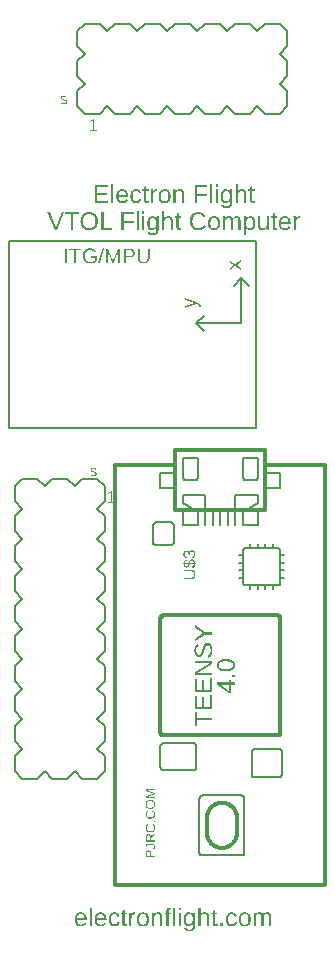
<source format=gbr>
G04 EAGLE Gerber RS-274X export*
G75*
%MOMM*%
%FSLAX34Y34*%
%LPD*%
%INSilkscreen Top*%
%IPPOS*%
%AMOC8*
5,1,8,0,0,1.08239X$1,22.5*%
G01*
G04 Define Apertures*
%ADD10C,0.076200*%
%ADD11C,0.304800*%
%ADD12C,0.127000*%
G36*
X79344Y612870D02*
X78784Y612884D01*
X78243Y612928D01*
X77721Y613000D01*
X77219Y613101D01*
X76737Y613231D01*
X76274Y613390D01*
X75831Y613578D01*
X75407Y613795D01*
X75005Y614039D01*
X74628Y614309D01*
X74275Y614605D01*
X73947Y614926D01*
X73643Y615274D01*
X73364Y615647D01*
X73109Y616046D01*
X72879Y616471D01*
X72674Y616917D01*
X72497Y617382D01*
X72347Y617865D01*
X72224Y618367D01*
X72129Y618887D01*
X72061Y619424D01*
X72020Y619981D01*
X72006Y620555D01*
X72014Y620993D01*
X72037Y621419D01*
X72075Y621833D01*
X72128Y622235D01*
X72196Y622624D01*
X72280Y623002D01*
X72378Y623367D01*
X72492Y623721D01*
X72622Y624062D01*
X72766Y624391D01*
X72925Y624708D01*
X73100Y625013D01*
X73290Y625306D01*
X73495Y625586D01*
X73716Y625855D01*
X73951Y626111D01*
X74200Y626354D01*
X74461Y626581D01*
X74734Y626792D01*
X75019Y626987D01*
X75316Y627167D01*
X75624Y627332D01*
X75945Y627480D01*
X76277Y627613D01*
X76622Y627731D01*
X76978Y627832D01*
X77346Y627918D01*
X77726Y627989D01*
X78118Y628044D01*
X78522Y628083D01*
X78938Y628106D01*
X79365Y628114D01*
X79921Y628100D01*
X80458Y628058D01*
X80976Y627988D01*
X81476Y627889D01*
X81957Y627763D01*
X82419Y627608D01*
X82862Y627426D01*
X83287Y627215D01*
X83690Y626978D01*
X84069Y626715D01*
X84423Y626426D01*
X84752Y626113D01*
X85057Y625773D01*
X85338Y625408D01*
X85594Y625018D01*
X85826Y624603D01*
X86032Y624164D01*
X86210Y623707D01*
X86361Y623230D01*
X86484Y622734D01*
X86580Y622218D01*
X86649Y621683D01*
X86690Y621129D01*
X86704Y620555D01*
X86690Y619983D01*
X86648Y619429D01*
X86579Y618894D01*
X86482Y618376D01*
X86357Y617877D01*
X86204Y617395D01*
X86024Y616932D01*
X85815Y616486D01*
X85581Y616063D01*
X85323Y615664D01*
X85040Y615291D01*
X84734Y614943D01*
X84403Y614621D01*
X84048Y614324D01*
X83669Y614052D01*
X83266Y613805D01*
X82841Y613586D01*
X82398Y613396D01*
X81936Y613235D01*
X81455Y613104D01*
X80955Y613001D01*
X80437Y612928D01*
X79900Y612884D01*
X79344Y612870D01*
G37*
%LPC*%
G36*
X79344Y614499D02*
X79660Y614505D01*
X79967Y614524D01*
X80264Y614555D01*
X80552Y614598D01*
X80831Y614654D01*
X81101Y614722D01*
X81611Y614895D01*
X82085Y615117D01*
X82521Y615389D01*
X82920Y615711D01*
X83282Y616082D01*
X83603Y616498D01*
X83882Y616954D01*
X84118Y617452D01*
X84311Y617991D01*
X84461Y618571D01*
X84568Y619191D01*
X84632Y619853D01*
X84654Y620555D01*
X84632Y621228D01*
X84567Y621863D01*
X84459Y622462D01*
X84308Y623023D01*
X84114Y623547D01*
X83876Y624034D01*
X83595Y624484D01*
X83271Y624897D01*
X82908Y625267D01*
X82509Y625587D01*
X82074Y625858D01*
X81603Y626080D01*
X81097Y626252D01*
X80556Y626375D01*
X80272Y626419D01*
X79978Y626449D01*
X79676Y626468D01*
X79365Y626474D01*
X79052Y626468D01*
X78747Y626450D01*
X78452Y626419D01*
X78166Y626377D01*
X77620Y626255D01*
X77110Y626085D01*
X76637Y625866D01*
X76200Y625599D01*
X75798Y625283D01*
X75433Y624918D01*
X75108Y624509D01*
X74826Y624062D01*
X74588Y623575D01*
X74393Y623049D01*
X74241Y622484D01*
X74132Y621880D01*
X74067Y621237D01*
X74046Y620555D01*
X74068Y619876D01*
X74133Y619234D01*
X74243Y618627D01*
X74397Y618057D01*
X74594Y617522D01*
X74835Y617023D01*
X75120Y616561D01*
X75449Y616134D01*
X75817Y615751D01*
X76219Y615419D01*
X76655Y615138D01*
X77125Y614908D01*
X77629Y614729D01*
X77893Y614659D01*
X78167Y614601D01*
X78448Y614557D01*
X78739Y614525D01*
X79037Y614506D01*
X79344Y614499D01*
G37*
%LPD*%
G36*
X133373Y608612D02*
X132919Y608623D01*
X132490Y608658D01*
X132083Y608715D01*
X131701Y608795D01*
X131342Y608897D01*
X131007Y609023D01*
X130696Y609171D01*
X130408Y609343D01*
X130144Y609535D01*
X129905Y609746D01*
X129691Y609977D01*
X129501Y610227D01*
X129336Y610496D01*
X129196Y610785D01*
X129080Y611092D01*
X128989Y611419D01*
X130891Y611692D01*
X130946Y611501D01*
X131015Y611321D01*
X131098Y611152D01*
X131195Y610994D01*
X131307Y610848D01*
X131433Y610714D01*
X131573Y610590D01*
X131727Y610478D01*
X131895Y610378D01*
X132076Y610292D01*
X132269Y610219D01*
X132475Y610159D01*
X132694Y610112D01*
X132925Y610079D01*
X133169Y610059D01*
X133425Y610052D01*
X133768Y610065D01*
X133785Y610067D01*
X134088Y610104D01*
X134386Y610169D01*
X134662Y610259D01*
X134917Y610376D01*
X135149Y610518D01*
X135358Y610686D01*
X135546Y610880D01*
X135712Y611100D01*
X135856Y611346D01*
X135977Y611617D01*
X136077Y611915D01*
X136154Y612238D01*
X136209Y612588D01*
X136242Y612963D01*
X136253Y613364D01*
X136253Y615193D01*
X136232Y615193D01*
X136092Y614928D01*
X135939Y614680D01*
X135774Y614449D01*
X135596Y614235D01*
X135406Y614038D01*
X135203Y613858D01*
X134988Y613694D01*
X134775Y613558D01*
X134760Y613548D01*
X134522Y613418D01*
X134273Y613306D01*
X134014Y613211D01*
X133746Y613134D01*
X133468Y613074D01*
X133179Y613030D01*
X132881Y613005D01*
X132574Y612996D01*
X132068Y613018D01*
X131597Y613083D01*
X131160Y613191D01*
X130759Y613343D01*
X130392Y613538D01*
X130059Y613777D01*
X129762Y614058D01*
X129498Y614384D01*
X129268Y614755D01*
X129068Y615177D01*
X128899Y615648D01*
X128761Y616168D01*
X128654Y616738D01*
X128577Y617358D01*
X128531Y618028D01*
X128515Y618747D01*
X128532Y619476D01*
X128582Y620156D01*
X128664Y620787D01*
X128780Y621368D01*
X128928Y621900D01*
X129110Y622383D01*
X129324Y622816D01*
X129572Y623199D01*
X129853Y623535D01*
X130169Y623827D01*
X130519Y624074D01*
X130903Y624275D01*
X131322Y624432D01*
X131775Y624544D01*
X132262Y624612D01*
X132784Y624634D01*
X133081Y624625D01*
X133368Y624600D01*
X133646Y624557D01*
X133913Y624496D01*
X134170Y624419D01*
X134417Y624324D01*
X134654Y624212D01*
X134881Y624082D01*
X135097Y623937D01*
X135300Y623777D01*
X135491Y623602D01*
X135668Y623413D01*
X135834Y623209D01*
X135986Y622991D01*
X136126Y622758D01*
X136253Y622510D01*
X136274Y622510D01*
X136316Y623604D01*
X136358Y624206D01*
X136379Y624375D01*
X136400Y624455D01*
X138198Y624455D01*
X138171Y624095D01*
X138151Y623583D01*
X138135Y622100D01*
X138135Y613406D01*
X138117Y612825D01*
X138061Y612282D01*
X137968Y611777D01*
X137838Y611309D01*
X137670Y610878D01*
X137465Y610485D01*
X137224Y610129D01*
X136945Y609810D01*
X136628Y609529D01*
X136275Y609286D01*
X135884Y609080D01*
X135456Y608912D01*
X134991Y608780D01*
X134489Y608687D01*
X133949Y608631D01*
X133373Y608612D01*
G37*
%LPC*%
G36*
X133215Y614394D02*
X133435Y614402D01*
X133649Y614427D01*
X133857Y614468D01*
X134059Y614526D01*
X134254Y614600D01*
X134443Y614690D01*
X134626Y614797D01*
X134802Y614920D01*
X134971Y615058D01*
X135130Y615211D01*
X135279Y615378D01*
X135300Y615406D01*
X135417Y615560D01*
X135666Y615966D01*
X135875Y616428D01*
X135964Y616680D01*
X136040Y616943D01*
X136105Y617218D01*
X136159Y617505D01*
X136200Y617803D01*
X136230Y618113D01*
X136247Y618434D01*
X136253Y618768D01*
X136247Y619109D01*
X136230Y619438D01*
X136200Y619755D01*
X136159Y620060D01*
X136105Y620352D01*
X136040Y620633D01*
X135964Y620902D01*
X135875Y621159D01*
X135666Y621632D01*
X135419Y622045D01*
X135281Y622230D01*
X135133Y622399D01*
X134975Y622554D01*
X134808Y622694D01*
X134633Y622819D01*
X134452Y622927D01*
X134265Y623018D01*
X134073Y623093D01*
X133875Y623151D01*
X133671Y623192D01*
X133462Y623217D01*
X133246Y623225D01*
X132896Y623209D01*
X132570Y623160D01*
X132269Y623077D01*
X131993Y622963D01*
X131741Y622815D01*
X131514Y622634D01*
X131311Y622420D01*
X131133Y622174D01*
X130978Y621891D01*
X130844Y621567D01*
X130730Y621202D01*
X130637Y620797D01*
X130564Y620351D01*
X130512Y619864D01*
X130481Y619336D01*
X130471Y618768D01*
X130481Y618205D01*
X130510Y617683D01*
X130558Y617202D01*
X130626Y616762D01*
X130713Y616364D01*
X130820Y616006D01*
X130946Y615689D01*
X131091Y615414D01*
X131260Y615175D01*
X131457Y614968D01*
X131681Y614793D01*
X131932Y614649D01*
X132212Y614538D01*
X132518Y614458D01*
X132853Y614410D01*
X133215Y614394D01*
G37*
%LPD*%
G36*
X195599Y631472D02*
X195146Y631483D01*
X194716Y631518D01*
X194310Y631575D01*
X193928Y631655D01*
X193569Y631757D01*
X193234Y631883D01*
X192922Y632031D01*
X192634Y632203D01*
X192371Y632395D01*
X192132Y632606D01*
X191917Y632837D01*
X191728Y633087D01*
X191563Y633356D01*
X191422Y633645D01*
X191306Y633952D01*
X191215Y634279D01*
X193118Y634552D01*
X193173Y634361D01*
X193241Y634181D01*
X193324Y634012D01*
X193422Y633854D01*
X193533Y633708D01*
X193659Y633574D01*
X193799Y633450D01*
X193954Y633338D01*
X194122Y633238D01*
X194302Y633152D01*
X194496Y633079D01*
X194702Y633019D01*
X194920Y632972D01*
X195151Y632939D01*
X195395Y632919D01*
X195652Y632912D01*
X195994Y632925D01*
X196012Y632927D01*
X196315Y632964D01*
X196613Y633029D01*
X196889Y633119D01*
X197143Y633236D01*
X197375Y633378D01*
X197585Y633546D01*
X197773Y633740D01*
X197939Y633960D01*
X198082Y634206D01*
X198204Y634477D01*
X198303Y634775D01*
X198380Y635098D01*
X198436Y635448D01*
X198469Y635823D01*
X198480Y636224D01*
X198480Y638053D01*
X198459Y638053D01*
X198319Y637788D01*
X198166Y637540D01*
X198001Y637309D01*
X197823Y637095D01*
X197633Y636898D01*
X197430Y636718D01*
X197215Y636554D01*
X197002Y636418D01*
X196987Y636408D01*
X196748Y636278D01*
X196499Y636166D01*
X196241Y636071D01*
X195972Y635994D01*
X195694Y635934D01*
X195406Y635890D01*
X195108Y635865D01*
X194800Y635856D01*
X194294Y635878D01*
X193823Y635943D01*
X193387Y636051D01*
X192985Y636203D01*
X192618Y636398D01*
X192286Y636637D01*
X191988Y636918D01*
X191725Y637244D01*
X191495Y637615D01*
X191295Y638037D01*
X191126Y638508D01*
X190988Y639028D01*
X190880Y639598D01*
X190803Y640218D01*
X190757Y640888D01*
X190742Y641607D01*
X190759Y642336D01*
X190808Y643016D01*
X190891Y643647D01*
X191006Y644228D01*
X191155Y644760D01*
X191336Y645243D01*
X191551Y645676D01*
X191799Y646059D01*
X192080Y646395D01*
X192396Y646687D01*
X192746Y646934D01*
X193130Y647135D01*
X193549Y647292D01*
X194002Y647404D01*
X194489Y647472D01*
X195010Y647494D01*
X195308Y647485D01*
X195595Y647460D01*
X195872Y647417D01*
X196139Y647356D01*
X196396Y647279D01*
X196644Y647184D01*
X196881Y647072D01*
X197108Y646942D01*
X197324Y646797D01*
X197527Y646637D01*
X197717Y646462D01*
X197895Y646273D01*
X198060Y646069D01*
X198213Y645851D01*
X198353Y645618D01*
X198480Y645370D01*
X198501Y645370D01*
X198543Y646464D01*
X198585Y647066D01*
X198606Y647235D01*
X198627Y647315D01*
X200425Y647315D01*
X200397Y646955D01*
X200377Y646443D01*
X200362Y644960D01*
X200362Y636266D01*
X200343Y635685D01*
X200287Y635142D01*
X200194Y634637D01*
X200064Y634169D01*
X199897Y633738D01*
X199692Y633345D01*
X199450Y632989D01*
X199171Y632670D01*
X198855Y632389D01*
X198501Y632146D01*
X198111Y631940D01*
X197683Y631772D01*
X197218Y631640D01*
X196715Y631547D01*
X196176Y631491D01*
X195599Y631472D01*
G37*
%LPC*%
G36*
X195441Y637254D02*
X195662Y637262D01*
X195876Y637287D01*
X196084Y637328D01*
X196285Y637386D01*
X196481Y637460D01*
X196670Y637550D01*
X196852Y637657D01*
X197029Y637780D01*
X197198Y637918D01*
X197356Y638071D01*
X197505Y638238D01*
X197526Y638266D01*
X197644Y638420D01*
X197892Y638826D01*
X198101Y639288D01*
X198190Y639540D01*
X198267Y639803D01*
X198332Y640078D01*
X198385Y640365D01*
X198427Y640663D01*
X198456Y640973D01*
X198474Y641294D01*
X198480Y641628D01*
X198474Y641969D01*
X198456Y642298D01*
X198427Y642615D01*
X198385Y642920D01*
X198332Y643212D01*
X198267Y643493D01*
X198190Y643762D01*
X198101Y644019D01*
X197893Y644492D01*
X197645Y644905D01*
X197507Y645090D01*
X197359Y645259D01*
X197202Y645414D01*
X197034Y645554D01*
X196859Y645679D01*
X196678Y645787D01*
X196492Y645878D01*
X196300Y645953D01*
X196102Y646011D01*
X195898Y646052D01*
X195688Y646077D01*
X195473Y646085D01*
X195123Y646069D01*
X194797Y646020D01*
X194496Y645937D01*
X194219Y645823D01*
X193967Y645675D01*
X193740Y645494D01*
X193538Y645280D01*
X193360Y645034D01*
X193205Y644751D01*
X193070Y644427D01*
X192956Y644062D01*
X192863Y643657D01*
X192791Y643211D01*
X192739Y642724D01*
X192708Y642196D01*
X192698Y641628D01*
X192707Y641065D01*
X192736Y640543D01*
X192785Y640062D01*
X192853Y639622D01*
X192940Y639224D01*
X193046Y638866D01*
X193172Y638549D01*
X193318Y638274D01*
X193487Y638035D01*
X193683Y637828D01*
X193907Y637653D01*
X194159Y637509D01*
X194438Y637398D01*
X194745Y637318D01*
X195079Y637270D01*
X195441Y637254D01*
G37*
%LPD*%
G36*
X212330Y608612D02*
X210437Y608612D01*
X210437Y622132D01*
X210421Y623591D01*
X210402Y624097D01*
X210374Y624455D01*
X212203Y624455D01*
X212235Y624156D01*
X212282Y623362D01*
X212309Y622626D01*
X212351Y622626D01*
X212482Y622880D01*
X212623Y623117D01*
X212775Y623335D01*
X212937Y623537D01*
X213109Y623721D01*
X213291Y623887D01*
X213483Y624035D01*
X213686Y624166D01*
X213902Y624281D01*
X214134Y624380D01*
X214383Y624464D01*
X214648Y624533D01*
X214929Y624586D01*
X215227Y624625D01*
X215542Y624648D01*
X215873Y624655D01*
X216382Y624633D01*
X216858Y624567D01*
X217300Y624457D01*
X217710Y624303D01*
X218086Y624105D01*
X218429Y623863D01*
X218739Y623577D01*
X219016Y623246D01*
X219260Y622869D01*
X219471Y622441D01*
X219650Y621964D01*
X219797Y621435D01*
X219910Y620857D01*
X219992Y620228D01*
X220041Y619549D01*
X220057Y618820D01*
X220041Y618100D01*
X219991Y617426D01*
X219910Y616798D01*
X219795Y616217D01*
X219648Y615682D01*
X219468Y615194D01*
X219256Y614753D01*
X219011Y614357D01*
X218733Y614009D01*
X218422Y613707D01*
X218079Y613451D01*
X217703Y613242D01*
X217295Y613079D01*
X216853Y612963D01*
X216379Y612893D01*
X215873Y612870D01*
X215551Y612877D01*
X215242Y612901D01*
X214948Y612939D01*
X214666Y612993D01*
X214398Y613063D01*
X214144Y613148D01*
X213903Y613248D01*
X213675Y613364D01*
X213461Y613495D01*
X213261Y613642D01*
X213074Y613804D01*
X212900Y613982D01*
X212740Y614175D01*
X212593Y614383D01*
X212460Y614607D01*
X212340Y614846D01*
X212288Y614846D01*
X212306Y614703D01*
X212319Y614357D01*
X212330Y613059D01*
X212330Y608612D01*
G37*
%LPC*%
G36*
X215368Y614268D02*
X215708Y614284D01*
X216025Y614333D01*
X216317Y614414D01*
X216586Y614527D01*
X216831Y614673D01*
X217052Y614851D01*
X217250Y615061D01*
X217423Y615304D01*
X217575Y615584D01*
X217706Y615909D01*
X217817Y616278D01*
X217908Y616690D01*
X217979Y617146D01*
X218029Y617646D01*
X218060Y618190D01*
X218070Y618778D01*
X218060Y619351D01*
X218030Y619881D01*
X217980Y620369D01*
X217910Y620815D01*
X217819Y621218D01*
X217709Y621579D01*
X217579Y621898D01*
X217429Y622174D01*
X217256Y622413D01*
X217061Y622620D01*
X216841Y622795D01*
X216598Y622939D01*
X216331Y623050D01*
X216041Y623130D01*
X215727Y623178D01*
X215389Y623194D01*
X215115Y623186D01*
X214857Y623164D01*
X214614Y623127D01*
X214386Y623076D01*
X214174Y623009D01*
X213977Y622928D01*
X213795Y622832D01*
X213628Y622721D01*
X213474Y622594D01*
X213329Y622451D01*
X213194Y622291D01*
X213068Y622115D01*
X212952Y621922D01*
X212845Y621712D01*
X212661Y621244D01*
X212583Y620983D01*
X212516Y620704D01*
X212412Y620088D01*
X212350Y619398D01*
X212330Y618631D01*
X212341Y618090D01*
X212374Y617585D01*
X212430Y617117D01*
X212508Y616686D01*
X212609Y616292D01*
X212732Y615934D01*
X212877Y615614D01*
X213044Y615330D01*
X213237Y615081D01*
X213458Y614865D01*
X213706Y614683D01*
X213983Y614533D01*
X214287Y614417D01*
X214620Y614334D01*
X214980Y614285D01*
X215368Y614268D01*
G37*
%LPD*%
G36*
X143153Y635730D02*
X142846Y635736D01*
X142549Y635754D01*
X141983Y635825D01*
X141456Y635943D01*
X140966Y636110D01*
X140515Y636323D01*
X140101Y636584D01*
X139726Y636893D01*
X139389Y637249D01*
X139091Y637650D01*
X138833Y638093D01*
X138614Y638578D01*
X138435Y639106D01*
X138296Y639676D01*
X138197Y640288D01*
X138137Y640942D01*
X138117Y641638D01*
X138137Y642351D01*
X138197Y643018D01*
X138296Y643639D01*
X138436Y644214D01*
X138615Y644743D01*
X138834Y645226D01*
X139093Y645663D01*
X139392Y646054D01*
X139730Y646399D01*
X140109Y646698D01*
X140527Y646951D01*
X140985Y647158D01*
X141483Y647319D01*
X142021Y647434D01*
X142599Y647503D01*
X143216Y647526D01*
X143846Y647503D01*
X144434Y647436D01*
X144978Y647324D01*
X145479Y647167D01*
X145937Y646965D01*
X146352Y646718D01*
X146724Y646427D01*
X147053Y646091D01*
X147342Y645707D01*
X147592Y645274D01*
X147803Y644792D01*
X147976Y644260D01*
X148110Y643679D01*
X148207Y643048D01*
X148264Y642368D01*
X148283Y641638D01*
X148263Y640916D01*
X148201Y640241D01*
X148099Y639613D01*
X147955Y639034D01*
X147770Y638501D01*
X147544Y638017D01*
X147277Y637580D01*
X146969Y637191D01*
X146622Y636849D01*
X146238Y636552D01*
X145817Y636301D01*
X145358Y636095D01*
X144862Y635935D01*
X144330Y635821D01*
X143760Y635753D01*
X143153Y635730D01*
G37*
%LPC*%
G36*
X143132Y637128D02*
X143542Y637145D01*
X143923Y637196D01*
X144273Y637282D01*
X144592Y637401D01*
X144881Y637555D01*
X145140Y637743D01*
X145368Y637965D01*
X145566Y638221D01*
X145737Y638514D01*
X145885Y638845D01*
X146011Y639214D01*
X146114Y639622D01*
X146194Y640069D01*
X146251Y640553D01*
X146285Y641077D01*
X146296Y641638D01*
X146285Y642207D01*
X146253Y642735D01*
X146198Y643223D01*
X146122Y643671D01*
X146023Y644079D01*
X145903Y644446D01*
X145761Y644773D01*
X145597Y645060D01*
X145408Y645310D01*
X145188Y645527D01*
X144939Y645711D01*
X144660Y645861D01*
X144352Y645977D01*
X144013Y646061D01*
X143645Y646111D01*
X143248Y646127D01*
X142847Y646110D01*
X142474Y646059D01*
X142131Y645974D01*
X141816Y645855D01*
X141531Y645702D01*
X141273Y645515D01*
X141045Y645294D01*
X140845Y645039D01*
X140672Y644748D01*
X140521Y644419D01*
X140394Y644051D01*
X140289Y643645D01*
X140208Y643201D01*
X140150Y642718D01*
X140116Y642197D01*
X140104Y641638D01*
X140115Y641093D01*
X140150Y640583D01*
X140207Y640108D01*
X140287Y639668D01*
X140389Y639263D01*
X140515Y638893D01*
X140663Y638558D01*
X140835Y638258D01*
X141030Y637993D01*
X141252Y637764D01*
X141500Y637569D01*
X141774Y637411D01*
X142075Y637287D01*
X142401Y637199D01*
X142753Y637146D01*
X143132Y637128D01*
G37*
%LPD*%
G36*
X185020Y612870D02*
X184713Y612876D01*
X184416Y612894D01*
X183851Y612965D01*
X183323Y613083D01*
X182833Y613250D01*
X182382Y613463D01*
X181969Y613724D01*
X181593Y614033D01*
X181256Y614389D01*
X180958Y614790D01*
X180700Y615233D01*
X180481Y615718D01*
X180302Y616246D01*
X180163Y616816D01*
X180064Y617428D01*
X180004Y618082D01*
X179984Y618778D01*
X180004Y619491D01*
X180064Y620158D01*
X180163Y620779D01*
X180303Y621354D01*
X180482Y621883D01*
X180701Y622366D01*
X180960Y622803D01*
X181259Y623194D01*
X181598Y623539D01*
X181976Y623838D01*
X182394Y624091D01*
X182852Y624298D01*
X183350Y624459D01*
X183888Y624574D01*
X184466Y624643D01*
X185083Y624666D01*
X185713Y624643D01*
X186301Y624576D01*
X186845Y624464D01*
X187346Y624307D01*
X187804Y624105D01*
X188219Y623858D01*
X188592Y623567D01*
X188921Y623231D01*
X189209Y622847D01*
X189459Y622414D01*
X189670Y621932D01*
X189843Y621400D01*
X189978Y620819D01*
X190074Y620188D01*
X190131Y619508D01*
X190151Y618778D01*
X190130Y618056D01*
X190068Y617381D01*
X189966Y616753D01*
X189822Y616174D01*
X189637Y615641D01*
X189411Y615157D01*
X189144Y614720D01*
X188836Y614331D01*
X188489Y613989D01*
X188105Y613692D01*
X187684Y613441D01*
X187225Y613235D01*
X186730Y613075D01*
X186197Y612961D01*
X185627Y612893D01*
X185020Y612870D01*
G37*
%LPC*%
G36*
X184999Y614268D02*
X185410Y614285D01*
X185790Y614336D01*
X186140Y614422D01*
X186459Y614541D01*
X186748Y614695D01*
X187007Y614883D01*
X187235Y615105D01*
X187433Y615361D01*
X187604Y615654D01*
X187753Y615985D01*
X187878Y616354D01*
X187981Y616762D01*
X188061Y617209D01*
X188118Y617693D01*
X188152Y618217D01*
X188164Y618778D01*
X188153Y619347D01*
X188120Y619875D01*
X188065Y620363D01*
X187989Y620811D01*
X187890Y621219D01*
X187770Y621586D01*
X187628Y621913D01*
X187464Y622200D01*
X187275Y622450D01*
X187055Y622667D01*
X186806Y622851D01*
X186527Y623001D01*
X186219Y623117D01*
X185881Y623201D01*
X185513Y623251D01*
X185115Y623267D01*
X184714Y623250D01*
X184342Y623199D01*
X183998Y623114D01*
X183684Y622995D01*
X183398Y622842D01*
X183141Y622655D01*
X182912Y622434D01*
X182712Y622179D01*
X182539Y621888D01*
X182388Y621559D01*
X182261Y621191D01*
X182157Y620785D01*
X182075Y620341D01*
X182018Y619858D01*
X181983Y619337D01*
X181971Y618778D01*
X181983Y618233D01*
X182017Y617723D01*
X182074Y617248D01*
X182154Y616808D01*
X182257Y616403D01*
X182382Y616033D01*
X182531Y615698D01*
X182702Y615398D01*
X182898Y615133D01*
X183120Y614904D01*
X183367Y614709D01*
X183642Y614551D01*
X183942Y614427D01*
X184268Y614339D01*
X184621Y614286D01*
X184999Y614268D01*
G37*
%LPD*%
G36*
X194424Y613080D02*
X192542Y613080D01*
X192542Y622027D01*
X192526Y623627D01*
X192506Y624138D01*
X192479Y624455D01*
X194266Y624455D01*
X194287Y624172D01*
X194313Y623641D01*
X194350Y622510D01*
X194382Y622510D01*
X194537Y622801D01*
X194698Y623069D01*
X194864Y623314D01*
X195036Y623535D01*
X195214Y623734D01*
X195397Y623910D01*
X195585Y624063D01*
X195780Y624193D01*
X195982Y624303D01*
X196196Y624400D01*
X196420Y624481D01*
X196655Y624547D01*
X196901Y624599D01*
X197158Y624636D01*
X197425Y624658D01*
X197704Y624666D01*
X198019Y624658D01*
X198316Y624633D01*
X198597Y624593D01*
X198862Y624537D01*
X199109Y624464D01*
X199339Y624376D01*
X199552Y624271D01*
X199749Y624151D01*
X199929Y624012D01*
X200096Y623855D01*
X200248Y623678D01*
X200386Y623483D01*
X200510Y623268D01*
X200619Y623035D01*
X200714Y622782D01*
X200795Y622510D01*
X200826Y622510D01*
X200977Y622787D01*
X201136Y623043D01*
X201303Y623280D01*
X201477Y623496D01*
X201659Y623692D01*
X201848Y623869D01*
X202046Y624025D01*
X202251Y624161D01*
X202465Y624279D01*
X202691Y624382D01*
X202927Y624469D01*
X203175Y624540D01*
X203433Y624595D01*
X203703Y624634D01*
X203983Y624658D01*
X204275Y624666D01*
X204691Y624651D01*
X205078Y624607D01*
X205435Y624534D01*
X205764Y624432D01*
X206062Y624300D01*
X206332Y624139D01*
X206571Y623949D01*
X206782Y623730D01*
X206966Y623477D01*
X207125Y623187D01*
X207259Y622860D01*
X207369Y622495D01*
X207455Y622092D01*
X207516Y621652D01*
X207553Y621175D01*
X207565Y620660D01*
X207565Y613080D01*
X205694Y613080D01*
X205694Y620292D01*
X205687Y620689D01*
X205666Y621054D01*
X205630Y621387D01*
X205581Y621688D01*
X205517Y621957D01*
X205440Y622194D01*
X205348Y622400D01*
X205242Y622574D01*
X205117Y622721D01*
X204970Y622849D01*
X204801Y622958D01*
X204608Y623047D01*
X204393Y623116D01*
X204156Y623165D01*
X203895Y623194D01*
X203612Y623204D01*
X203311Y623190D01*
X203026Y623147D01*
X202759Y623075D01*
X202510Y622974D01*
X202277Y622845D01*
X202062Y622687D01*
X201864Y622500D01*
X201683Y622284D01*
X201522Y622042D01*
X201382Y621776D01*
X201263Y621486D01*
X201167Y621171D01*
X201091Y620833D01*
X201037Y620470D01*
X201005Y620083D01*
X200994Y619672D01*
X200994Y613080D01*
X199123Y613080D01*
X199123Y620292D01*
X199116Y620689D01*
X199095Y621054D01*
X199059Y621387D01*
X199010Y621688D01*
X198946Y621957D01*
X198869Y622194D01*
X198777Y622400D01*
X198671Y622574D01*
X198547Y622721D01*
X198400Y622849D01*
X198230Y622958D01*
X198038Y623047D01*
X197823Y623116D01*
X197585Y623165D01*
X197324Y623194D01*
X197041Y623204D01*
X196747Y623190D01*
X196468Y623146D01*
X196206Y623074D01*
X195959Y622973D01*
X195727Y622843D01*
X195512Y622684D01*
X195312Y622496D01*
X195128Y622279D01*
X194963Y622036D01*
X194820Y621769D01*
X194699Y621479D01*
X194600Y621165D01*
X194523Y620827D01*
X194468Y620466D01*
X194435Y620081D01*
X194424Y619672D01*
X194424Y613080D01*
G37*
G36*
X95618Y635940D02*
X83948Y635940D01*
X83948Y650753D01*
X95187Y650753D01*
X95187Y649113D01*
X85956Y649113D01*
X85956Y644361D01*
X94556Y644361D01*
X94556Y642742D01*
X85956Y642742D01*
X85956Y637580D01*
X95618Y637580D01*
X95618Y635940D01*
G37*
G36*
X107383Y635730D02*
X106771Y635753D01*
X106197Y635824D01*
X105660Y635941D01*
X105161Y636106D01*
X104700Y636317D01*
X104276Y636575D01*
X103889Y636881D01*
X103541Y637233D01*
X103231Y637632D01*
X102963Y638076D01*
X102737Y638566D01*
X102551Y639102D01*
X102407Y639683D01*
X102304Y640310D01*
X102242Y640983D01*
X102221Y641701D01*
X102242Y642385D01*
X102304Y643028D01*
X102407Y643630D01*
X102551Y644190D01*
X102737Y644710D01*
X102963Y645188D01*
X103231Y645626D01*
X103541Y646022D01*
X103888Y646375D01*
X104271Y646680D01*
X104689Y646938D01*
X105143Y647150D01*
X105631Y647314D01*
X106156Y647432D01*
X106715Y647502D01*
X107310Y647526D01*
X107618Y647520D01*
X107917Y647502D01*
X108485Y647431D01*
X109014Y647313D01*
X109504Y647148D01*
X109954Y646935D01*
X110366Y646676D01*
X110738Y646369D01*
X111071Y646014D01*
X111365Y645613D01*
X111619Y645164D01*
X111835Y644668D01*
X112011Y644125D01*
X112148Y643535D01*
X112246Y642897D01*
X112305Y642213D01*
X112325Y641481D01*
X112325Y641228D01*
X104208Y641228D01*
X104221Y640753D01*
X104259Y640306D01*
X104322Y639887D01*
X104411Y639496D01*
X104525Y639133D01*
X104664Y638798D01*
X104828Y638490D01*
X105018Y638211D01*
X105232Y637962D01*
X105469Y637746D01*
X105730Y637564D01*
X106014Y637414D01*
X106321Y637298D01*
X106652Y637215D01*
X107006Y637166D01*
X107383Y637149D01*
X107683Y637157D01*
X107968Y637180D01*
X108237Y637219D01*
X108491Y637273D01*
X108730Y637342D01*
X108953Y637427D01*
X109162Y637527D01*
X109355Y637643D01*
X109695Y637907D01*
X109976Y638203D01*
X110094Y638363D01*
X110197Y638532D01*
X110285Y638709D01*
X110359Y638894D01*
X112020Y638421D01*
X111882Y638095D01*
X111724Y637790D01*
X111546Y637506D01*
X111348Y637244D01*
X111129Y637002D01*
X110890Y636781D01*
X110630Y636581D01*
X110351Y636403D01*
X110051Y636245D01*
X109731Y636108D01*
X109390Y635993D01*
X109029Y635898D01*
X108648Y635824D01*
X108247Y635772D01*
X107825Y635740D01*
X107383Y635730D01*
G37*
%LPC*%
G36*
X110369Y642679D02*
X110320Y643113D01*
X110253Y643517D01*
X110167Y643891D01*
X110062Y644234D01*
X109938Y644546D01*
X109795Y644829D01*
X109634Y645081D01*
X109454Y645302D01*
X109255Y645496D01*
X109035Y645663D01*
X108794Y645805D01*
X108532Y645921D01*
X108250Y646011D01*
X107946Y646076D01*
X107623Y646114D01*
X107278Y646127D01*
X106943Y646113D01*
X106625Y646070D01*
X106326Y645998D01*
X106044Y645897D01*
X105780Y645768D01*
X105535Y645610D01*
X105307Y645423D01*
X105097Y645207D01*
X104907Y644967D01*
X104741Y644704D01*
X104598Y644421D01*
X104478Y644115D01*
X104381Y643789D01*
X104307Y643440D01*
X104257Y643070D01*
X104229Y642679D01*
X110369Y642679D01*
G37*
%LPD*%
G36*
X245001Y612870D02*
X244389Y612893D01*
X243814Y612964D01*
X243277Y613081D01*
X242778Y613246D01*
X242317Y613457D01*
X241893Y613715D01*
X241507Y614021D01*
X241158Y614373D01*
X240849Y614772D01*
X240581Y615216D01*
X240354Y615706D01*
X240168Y616242D01*
X240024Y616823D01*
X239921Y617450D01*
X239859Y618123D01*
X239839Y618841D01*
X239859Y619525D01*
X239921Y620168D01*
X240024Y620770D01*
X240168Y621330D01*
X240354Y621850D01*
X240581Y622328D01*
X240849Y622766D01*
X241158Y623162D01*
X241505Y623515D01*
X241888Y623820D01*
X242306Y624078D01*
X242760Y624290D01*
X243249Y624454D01*
X243773Y624572D01*
X244332Y624642D01*
X244927Y624666D01*
X245235Y624660D01*
X245534Y624642D01*
X246102Y624571D01*
X246631Y624453D01*
X247121Y624288D01*
X247571Y624075D01*
X247983Y623816D01*
X248355Y623509D01*
X248688Y623154D01*
X248982Y622753D01*
X249237Y622304D01*
X249452Y621808D01*
X249628Y621265D01*
X249765Y620675D01*
X249863Y620037D01*
X249922Y619353D01*
X249942Y618621D01*
X249942Y618368D01*
X241826Y618368D01*
X241838Y617893D01*
X241876Y617446D01*
X241939Y617027D01*
X242028Y616636D01*
X242142Y616273D01*
X242281Y615938D01*
X242445Y615630D01*
X242635Y615351D01*
X242849Y615102D01*
X243086Y614886D01*
X243347Y614704D01*
X243631Y614554D01*
X243939Y614438D01*
X244269Y614355D01*
X244623Y614306D01*
X245001Y614289D01*
X245300Y614297D01*
X245585Y614320D01*
X245854Y614359D01*
X246108Y614413D01*
X246347Y614482D01*
X246571Y614567D01*
X246779Y614667D01*
X246972Y614783D01*
X247312Y615047D01*
X247593Y615343D01*
X247711Y615503D01*
X247814Y615672D01*
X247903Y615849D01*
X247976Y616034D01*
X249637Y615561D01*
X249499Y615235D01*
X249341Y614930D01*
X249163Y614646D01*
X248965Y614384D01*
X248746Y614142D01*
X248507Y613921D01*
X248248Y613721D01*
X247968Y613543D01*
X247668Y613385D01*
X247348Y613248D01*
X247007Y613133D01*
X246647Y613038D01*
X246265Y612964D01*
X245864Y612912D01*
X245442Y612880D01*
X245001Y612870D01*
G37*
%LPC*%
G36*
X247986Y619819D02*
X247938Y620253D01*
X247870Y620657D01*
X247784Y621031D01*
X247679Y621374D01*
X247555Y621686D01*
X247413Y621969D01*
X247252Y622221D01*
X247072Y622442D01*
X246872Y622636D01*
X246652Y622803D01*
X246411Y622945D01*
X246149Y623061D01*
X245867Y623151D01*
X245564Y623216D01*
X245240Y623254D01*
X244895Y623267D01*
X244560Y623253D01*
X244243Y623210D01*
X243943Y623138D01*
X243661Y623037D01*
X243398Y622908D01*
X243152Y622750D01*
X242924Y622563D01*
X242714Y622347D01*
X242524Y622107D01*
X242358Y621844D01*
X242215Y621561D01*
X242095Y621255D01*
X241998Y620929D01*
X241924Y620580D01*
X241874Y620210D01*
X241847Y619819D01*
X247986Y619819D01*
G37*
%LPD*%
G36*
X171865Y612870D02*
X171314Y612884D01*
X170783Y612928D01*
X170270Y613001D01*
X169777Y613102D01*
X169302Y613233D01*
X168846Y613393D01*
X168409Y613582D01*
X167991Y613800D01*
X167594Y614045D01*
X167222Y614315D01*
X166874Y614610D01*
X166550Y614930D01*
X166251Y615275D01*
X165976Y615645D01*
X165725Y616040D01*
X165499Y616460D01*
X165298Y616902D01*
X165124Y617365D01*
X164977Y617847D01*
X164856Y618348D01*
X164763Y618870D01*
X164696Y619412D01*
X164656Y619974D01*
X164642Y620555D01*
X164650Y620992D01*
X164672Y621417D01*
X164709Y621830D01*
X164762Y622231D01*
X164829Y622619D01*
X164911Y622996D01*
X165008Y623361D01*
X165121Y623714D01*
X165248Y624055D01*
X165390Y624384D01*
X165547Y624701D01*
X165719Y625006D01*
X165905Y625299D01*
X166107Y625580D01*
X166324Y625849D01*
X166556Y626106D01*
X166801Y626349D01*
X167057Y626577D01*
X167325Y626788D01*
X167604Y626985D01*
X167895Y627165D01*
X168198Y627330D01*
X168512Y627479D01*
X168837Y627612D01*
X169174Y627730D01*
X169522Y627832D01*
X169882Y627918D01*
X170254Y627989D01*
X170637Y628043D01*
X171031Y628083D01*
X171437Y628106D01*
X171854Y628114D01*
X172434Y628100D01*
X172988Y628056D01*
X173519Y627984D01*
X174025Y627883D01*
X174507Y627753D01*
X174965Y627594D01*
X175398Y627406D01*
X175807Y627189D01*
X176191Y626944D01*
X176549Y626670D01*
X176880Y626369D01*
X177185Y626040D01*
X177463Y625683D01*
X177716Y625298D01*
X177942Y624886D01*
X178141Y624445D01*
X176238Y623814D01*
X176100Y624128D01*
X175942Y624423D01*
X175764Y624698D01*
X175567Y624955D01*
X175350Y625192D01*
X175114Y625411D01*
X174858Y625610D01*
X174583Y625791D01*
X174291Y625951D01*
X173986Y626090D01*
X173667Y626207D01*
X173335Y626303D01*
X172990Y626378D01*
X172632Y626431D01*
X172260Y626463D01*
X171875Y626474D01*
X171572Y626468D01*
X171277Y626449D01*
X170991Y626418D01*
X170714Y626375D01*
X170184Y626251D01*
X169689Y626078D01*
X169227Y625856D01*
X168800Y625584D01*
X168407Y625263D01*
X168049Y624892D01*
X167728Y624478D01*
X167451Y624027D01*
X167216Y623540D01*
X167023Y623016D01*
X166874Y622456D01*
X166767Y621859D01*
X166703Y621225D01*
X166682Y620555D01*
X166704Y619891D01*
X166771Y619260D01*
X166882Y618663D01*
X167038Y618099D01*
X167238Y617568D01*
X167483Y617071D01*
X167772Y616607D01*
X168106Y616176D01*
X168478Y615788D01*
X168881Y615452D01*
X169316Y615167D01*
X169782Y614934D01*
X170279Y614753D01*
X170540Y614682D01*
X170808Y614624D01*
X171084Y614579D01*
X171368Y614546D01*
X171660Y614527D01*
X171959Y614520D01*
X172342Y614532D01*
X172713Y614568D01*
X173072Y614629D01*
X173419Y614713D01*
X173754Y614821D01*
X174076Y614954D01*
X174387Y615110D01*
X174685Y615290D01*
X174971Y615495D01*
X175246Y615724D01*
X175508Y615976D01*
X175758Y616253D01*
X175996Y616554D01*
X176222Y616879D01*
X176436Y617228D01*
X176638Y617601D01*
X178278Y616781D01*
X178038Y616317D01*
X177774Y615881D01*
X177488Y615474D01*
X177178Y615096D01*
X176845Y614746D01*
X176489Y614425D01*
X176110Y614132D01*
X175707Y613868D01*
X175285Y613634D01*
X174846Y613432D01*
X174391Y613260D01*
X173919Y613119D01*
X173430Y613010D01*
X172925Y612932D01*
X172403Y612885D01*
X171865Y612870D01*
G37*
G36*
X142997Y613080D02*
X141104Y613080D01*
X141104Y628682D01*
X142997Y628682D01*
X142997Y624624D01*
X142987Y623972D01*
X142960Y623299D01*
X142913Y622510D01*
X142944Y622510D01*
X143100Y622780D01*
X143264Y623031D01*
X143436Y623263D01*
X143616Y623476D01*
X143803Y623671D01*
X143998Y623848D01*
X144200Y624006D01*
X144411Y624145D01*
X144632Y624267D01*
X144868Y624373D01*
X145118Y624462D01*
X145382Y624536D01*
X145660Y624592D01*
X145953Y624633D01*
X146260Y624658D01*
X146582Y624666D01*
X147029Y624651D01*
X147446Y624608D01*
X147833Y624536D01*
X148189Y624436D01*
X148515Y624306D01*
X148810Y624148D01*
X149075Y623961D01*
X149310Y623746D01*
X149516Y623496D01*
X149694Y623208D01*
X149845Y622881D01*
X149968Y622514D01*
X150064Y622109D01*
X150133Y621665D01*
X150174Y621182D01*
X150188Y620660D01*
X150188Y613080D01*
X148285Y613080D01*
X148285Y620292D01*
X148271Y620853D01*
X148230Y621337D01*
X148161Y621744D01*
X148064Y622074D01*
X147936Y622346D01*
X147772Y622580D01*
X147573Y622775D01*
X147339Y622931D01*
X147062Y623051D01*
X146737Y623136D01*
X146363Y623187D01*
X145940Y623204D01*
X145615Y623190D01*
X145306Y623146D01*
X145014Y623074D01*
X144738Y622973D01*
X144479Y622843D01*
X144236Y622684D01*
X144010Y622496D01*
X143801Y622279D01*
X143612Y622038D01*
X143449Y621776D01*
X143311Y621495D01*
X143198Y621194D01*
X143110Y620872D01*
X143047Y620531D01*
X143009Y620169D01*
X142997Y619787D01*
X142997Y613080D01*
G37*
G36*
X205223Y635940D02*
X203331Y635940D01*
X203331Y651542D01*
X205223Y651542D01*
X205223Y647484D01*
X205214Y646832D01*
X205186Y646159D01*
X205139Y645370D01*
X205171Y645370D01*
X205327Y645640D01*
X205491Y645891D01*
X205663Y646123D01*
X205842Y646336D01*
X206029Y646531D01*
X206224Y646708D01*
X206427Y646866D01*
X206637Y647005D01*
X206859Y647127D01*
X207094Y647233D01*
X207344Y647322D01*
X207608Y647396D01*
X207887Y647452D01*
X208180Y647493D01*
X208487Y647518D01*
X208808Y647526D01*
X209256Y647511D01*
X209673Y647468D01*
X210059Y647396D01*
X210415Y647296D01*
X210741Y647166D01*
X211037Y647008D01*
X211302Y646821D01*
X211536Y646606D01*
X211742Y646356D01*
X211920Y646068D01*
X212071Y645741D01*
X212195Y645374D01*
X212291Y644969D01*
X212359Y644525D01*
X212401Y644042D01*
X212414Y643520D01*
X212414Y635940D01*
X210511Y635940D01*
X210511Y643152D01*
X210498Y643713D01*
X210456Y644197D01*
X210387Y644604D01*
X210291Y644934D01*
X210162Y645206D01*
X209999Y645440D01*
X209800Y645635D01*
X209565Y645791D01*
X209289Y645911D01*
X208963Y645996D01*
X208589Y646047D01*
X208167Y646064D01*
X207841Y646050D01*
X207533Y646006D01*
X207240Y645934D01*
X206964Y645833D01*
X206705Y645703D01*
X206463Y645544D01*
X206237Y645356D01*
X206027Y645139D01*
X205839Y644898D01*
X205676Y644636D01*
X205537Y644355D01*
X205424Y644054D01*
X205336Y643732D01*
X205273Y643391D01*
X205236Y643029D01*
X205223Y642647D01*
X205223Y635940D01*
G37*
G36*
X108667Y613080D02*
X106659Y613080D01*
X106659Y627893D01*
X117183Y627893D01*
X117183Y626253D01*
X108667Y626253D01*
X108667Y620744D01*
X116930Y620744D01*
X116930Y619083D01*
X108667Y619083D01*
X108667Y613080D01*
G37*
G36*
X170893Y635940D02*
X168885Y635940D01*
X168885Y650753D01*
X179409Y650753D01*
X179409Y649113D01*
X170893Y649113D01*
X170893Y643604D01*
X179157Y643604D01*
X179157Y641943D01*
X170893Y641943D01*
X170893Y635940D01*
G37*
G36*
X52114Y613080D02*
X50032Y613080D01*
X43987Y627893D01*
X46100Y627893D01*
X50201Y617464D01*
X51084Y614846D01*
X51967Y617464D01*
X56046Y627893D01*
X58159Y627893D01*
X52114Y613080D01*
G37*
G36*
X152567Y635940D02*
X150675Y635940D01*
X150675Y644887D01*
X150659Y646487D01*
X150639Y646998D01*
X150611Y647315D01*
X152399Y647315D01*
X152420Y647032D01*
X152446Y646501D01*
X152483Y645370D01*
X152514Y645370D01*
X152681Y645654D01*
X152853Y645916D01*
X153032Y646157D01*
X153217Y646376D01*
X153409Y646573D01*
X153607Y646749D01*
X153812Y646904D01*
X154023Y647037D01*
X154244Y647151D01*
X154477Y647251D01*
X154724Y647335D01*
X154984Y647403D01*
X155256Y647457D01*
X155542Y647495D01*
X155840Y647518D01*
X156152Y647526D01*
X156604Y647511D01*
X157025Y647468D01*
X157414Y647395D01*
X157772Y647293D01*
X158099Y647162D01*
X158394Y647002D01*
X158658Y646813D01*
X158891Y646595D01*
X159094Y646344D01*
X159270Y646054D01*
X159419Y645727D01*
X159541Y645361D01*
X159636Y644958D01*
X159704Y644517D01*
X159744Y644037D01*
X159758Y643520D01*
X159758Y635940D01*
X157855Y635940D01*
X157855Y643152D01*
X157841Y643683D01*
X157800Y644151D01*
X157731Y644556D01*
X157634Y644897D01*
X157508Y645186D01*
X157348Y645431D01*
X157155Y645633D01*
X156930Y645791D01*
X156660Y645911D01*
X156333Y645996D01*
X155950Y646047D01*
X155511Y646064D01*
X155178Y646050D01*
X154863Y646006D01*
X154567Y645933D01*
X154288Y645830D01*
X154028Y645699D01*
X153786Y645538D01*
X153562Y645348D01*
X153355Y645129D01*
X153171Y644883D01*
X153010Y644615D01*
X152875Y644325D01*
X152764Y644012D01*
X152678Y643676D01*
X152616Y643317D01*
X152579Y642936D01*
X152567Y642532D01*
X152567Y635940D01*
G37*
G36*
X225991Y612870D02*
X225539Y612884D01*
X225118Y612928D01*
X224728Y613001D01*
X224370Y613102D01*
X224044Y613233D01*
X223748Y613393D01*
X223484Y613582D01*
X223252Y613800D01*
X223049Y614052D01*
X222872Y614341D01*
X222723Y614669D01*
X222601Y615034D01*
X222507Y615438D01*
X222439Y615879D01*
X222398Y616358D01*
X222385Y616875D01*
X222385Y624455D01*
X224288Y624455D01*
X224288Y617243D01*
X224301Y616712D01*
X224343Y616245D01*
X224412Y615840D01*
X224508Y615498D01*
X224635Y615210D01*
X224795Y614965D01*
X224987Y614763D01*
X225213Y614604D01*
X225483Y614485D01*
X225809Y614399D01*
X226192Y614348D01*
X226632Y614331D01*
X226965Y614346D01*
X227279Y614390D01*
X227576Y614463D01*
X227854Y614565D01*
X228115Y614697D01*
X228357Y614857D01*
X228581Y615047D01*
X228787Y615267D01*
X228972Y615512D01*
X229132Y615780D01*
X229268Y616071D01*
X229379Y616384D01*
X229465Y616720D01*
X229526Y617078D01*
X229563Y617460D01*
X229576Y617864D01*
X229576Y624455D01*
X231468Y624455D01*
X231468Y615509D01*
X231484Y613908D01*
X231504Y613397D01*
X231531Y613080D01*
X229744Y613080D01*
X229723Y613364D01*
X229697Y613895D01*
X229660Y615025D01*
X229628Y615025D01*
X229462Y614741D01*
X229290Y614479D01*
X229111Y614239D01*
X228925Y614020D01*
X228733Y613822D01*
X228535Y613646D01*
X228331Y613492D01*
X228120Y613359D01*
X227899Y613244D01*
X227665Y613145D01*
X227419Y613061D01*
X227159Y612992D01*
X226886Y612939D01*
X226601Y612900D01*
X226302Y612877D01*
X225991Y612870D01*
G37*
G36*
X65806Y613080D02*
X63808Y613080D01*
X63808Y626253D01*
X58720Y626253D01*
X58720Y627893D01*
X70894Y627893D01*
X70894Y626253D01*
X65806Y626253D01*
X65806Y613080D01*
G37*
G36*
X119089Y635730D02*
X118510Y635753D01*
X117967Y635824D01*
X117458Y635942D01*
X116985Y636107D01*
X116548Y636319D01*
X116145Y636578D01*
X115778Y636885D01*
X115446Y637238D01*
X115152Y637637D01*
X114897Y638079D01*
X114681Y638564D01*
X114504Y639093D01*
X114367Y639664D01*
X114269Y640279D01*
X114210Y640937D01*
X114190Y641638D01*
X114210Y642334D01*
X114269Y642988D01*
X114367Y643599D01*
X114505Y644168D01*
X114683Y644694D01*
X114900Y645178D01*
X115156Y645619D01*
X115452Y646017D01*
X115784Y646371D01*
X116151Y646677D01*
X116552Y646936D01*
X116987Y647148D01*
X117456Y647314D01*
X117959Y647431D01*
X118497Y647502D01*
X119068Y647526D01*
X119495Y647512D01*
X119904Y647469D01*
X120294Y647399D01*
X120665Y647300D01*
X121018Y647172D01*
X121352Y647017D01*
X121668Y646833D01*
X121965Y646622D01*
X122239Y646385D01*
X122487Y646127D01*
X122708Y645847D01*
X122902Y645547D01*
X123069Y645224D01*
X123209Y644881D01*
X123323Y644516D01*
X123410Y644130D01*
X121465Y643983D01*
X121421Y644213D01*
X121363Y644431D01*
X121291Y644638D01*
X121205Y644832D01*
X121105Y645013D01*
X120990Y645183D01*
X120862Y645341D01*
X120719Y645486D01*
X120561Y645617D01*
X120388Y645730D01*
X120198Y645826D01*
X119993Y645904D01*
X119773Y645965D01*
X119536Y646008D01*
X119284Y646035D01*
X119016Y646043D01*
X118653Y646028D01*
X118316Y645981D01*
X118005Y645903D01*
X117720Y645794D01*
X117461Y645653D01*
X117228Y645481D01*
X117021Y645279D01*
X116839Y645045D01*
X116682Y644773D01*
X116545Y644460D01*
X116429Y644103D01*
X116335Y643704D01*
X116261Y643262D01*
X116209Y642778D01*
X116177Y642250D01*
X116167Y641680D01*
X116178Y641131D01*
X116211Y640618D01*
X116267Y640143D01*
X116345Y639704D01*
X116446Y639302D01*
X116569Y638936D01*
X116714Y638608D01*
X116881Y638316D01*
X117072Y638060D01*
X117284Y637838D01*
X117520Y637650D01*
X117778Y637496D01*
X118058Y637376D01*
X118362Y637291D01*
X118688Y637240D01*
X119037Y637223D01*
X119284Y637231D01*
X119521Y637257D01*
X119747Y637300D01*
X119963Y637359D01*
X120169Y637436D01*
X120364Y637530D01*
X120549Y637641D01*
X120724Y637769D01*
X120885Y637915D01*
X121031Y638079D01*
X121159Y638262D01*
X121272Y638463D01*
X121368Y638683D01*
X121449Y638921D01*
X121512Y639177D01*
X121560Y639451D01*
X123473Y639325D01*
X123403Y638926D01*
X123303Y638547D01*
X123173Y638188D01*
X123013Y637851D01*
X122824Y637534D01*
X122604Y637238D01*
X122354Y636962D01*
X122075Y636707D01*
X121771Y636478D01*
X121447Y636280D01*
X121103Y636112D01*
X120740Y635974D01*
X120357Y635867D01*
X119954Y635791D01*
X119531Y635745D01*
X119089Y635730D01*
G37*
G36*
X98996Y613080D02*
X89503Y613080D01*
X89503Y627893D01*
X91511Y627893D01*
X91511Y614720D01*
X98996Y614720D01*
X98996Y613080D01*
G37*
G36*
X127968Y635772D02*
X127693Y635782D01*
X127435Y635812D01*
X127196Y635862D01*
X126974Y635933D01*
X126770Y636023D01*
X126584Y636134D01*
X126415Y636265D01*
X126264Y636416D01*
X126131Y636587D01*
X126016Y636778D01*
X125918Y636989D01*
X125839Y637221D01*
X125777Y637472D01*
X125732Y637744D01*
X125706Y638036D01*
X125697Y638348D01*
X125697Y645938D01*
X124383Y645938D01*
X124383Y647315D01*
X125770Y647315D01*
X126328Y649860D01*
X127589Y649860D01*
X127589Y647315D01*
X129692Y647315D01*
X129692Y645938D01*
X127589Y645938D01*
X127589Y638758D01*
X127606Y638378D01*
X127656Y638060D01*
X127740Y637802D01*
X127857Y637606D01*
X128016Y637461D01*
X128224Y637358D01*
X128481Y637296D01*
X128788Y637275D01*
X128998Y637284D01*
X129250Y637312D01*
X129881Y637422D01*
X129881Y636024D01*
X129411Y635914D01*
X128935Y635835D01*
X128454Y635788D01*
X127968Y635772D01*
G37*
G36*
X155491Y612912D02*
X155216Y612922D01*
X154959Y612952D01*
X154719Y613002D01*
X154498Y613073D01*
X154294Y613163D01*
X154107Y613274D01*
X153939Y613405D01*
X153788Y613556D01*
X153655Y613727D01*
X153540Y613918D01*
X153442Y614129D01*
X153362Y614361D01*
X153300Y614612D01*
X153256Y614884D01*
X153229Y615176D01*
X153220Y615488D01*
X153220Y623078D01*
X151906Y623078D01*
X151906Y624455D01*
X153294Y624455D01*
X153851Y627000D01*
X155113Y627000D01*
X155113Y624455D01*
X157215Y624455D01*
X157215Y623078D01*
X155113Y623078D01*
X155113Y615898D01*
X155129Y615518D01*
X155180Y615200D01*
X155263Y614942D01*
X155381Y614746D01*
X155539Y614601D01*
X155747Y614498D01*
X156005Y614436D01*
X156311Y614415D01*
X156521Y614424D01*
X156774Y614452D01*
X157404Y614562D01*
X157404Y613164D01*
X156934Y613054D01*
X156458Y612975D01*
X155977Y612928D01*
X155491Y612912D01*
G37*
G36*
X217718Y635772D02*
X217443Y635782D01*
X217185Y635812D01*
X216946Y635862D01*
X216724Y635933D01*
X216520Y636023D01*
X216334Y636134D01*
X216165Y636265D01*
X216014Y636416D01*
X215881Y636587D01*
X215766Y636778D01*
X215668Y636989D01*
X215589Y637221D01*
X215527Y637472D01*
X215482Y637744D01*
X215456Y638036D01*
X215447Y638348D01*
X215447Y645938D01*
X214133Y645938D01*
X214133Y647315D01*
X215520Y647315D01*
X216078Y649860D01*
X217339Y649860D01*
X217339Y647315D01*
X219442Y647315D01*
X219442Y645938D01*
X217339Y645938D01*
X217339Y638758D01*
X217356Y638378D01*
X217406Y638060D01*
X217490Y637802D01*
X217607Y637606D01*
X217766Y637461D01*
X217974Y637358D01*
X218231Y637296D01*
X218538Y637275D01*
X218748Y637284D01*
X219000Y637312D01*
X219631Y637422D01*
X219631Y636024D01*
X219161Y635914D01*
X218685Y635835D01*
X218204Y635788D01*
X217718Y635772D01*
G37*
G36*
X236866Y612912D02*
X236591Y612922D01*
X236334Y612952D01*
X236094Y613002D01*
X235873Y613073D01*
X235669Y613163D01*
X235482Y613274D01*
X235314Y613405D01*
X235163Y613556D01*
X235030Y613727D01*
X234915Y613918D01*
X234817Y614129D01*
X234737Y614361D01*
X234675Y614612D01*
X234631Y614884D01*
X234604Y615176D01*
X234595Y615488D01*
X234595Y623078D01*
X233281Y623078D01*
X233281Y624455D01*
X234669Y624455D01*
X235226Y627000D01*
X236488Y627000D01*
X236488Y624455D01*
X238590Y624455D01*
X238590Y623078D01*
X236488Y623078D01*
X236488Y615898D01*
X236504Y615518D01*
X236555Y615200D01*
X236638Y614942D01*
X236756Y614746D01*
X236914Y614601D01*
X237122Y614498D01*
X237380Y614436D01*
X237686Y614415D01*
X237896Y614424D01*
X238149Y614452D01*
X238779Y614562D01*
X238779Y613164D01*
X238309Y613054D01*
X237833Y612975D01*
X237352Y612928D01*
X236866Y612912D01*
G37*
G36*
X99869Y635940D02*
X97976Y635940D01*
X97976Y651542D01*
X99869Y651542D01*
X99869Y635940D01*
G37*
G36*
X121392Y613080D02*
X119500Y613080D01*
X119500Y628682D01*
X121392Y628682D01*
X121392Y613080D01*
G37*
G36*
X183619Y635940D02*
X181726Y635940D01*
X181726Y651542D01*
X183619Y651542D01*
X183619Y635940D01*
G37*
G36*
X133411Y635940D02*
X131518Y635940D01*
X131518Y644666D01*
X131503Y645928D01*
X131455Y647315D01*
X133242Y647315D01*
X133306Y645767D01*
X133327Y644992D01*
X133369Y644992D01*
X133603Y645665D01*
X133727Y645958D01*
X133855Y646222D01*
X133987Y646457D01*
X134124Y646664D01*
X134264Y646841D01*
X134409Y646989D01*
X134564Y647115D01*
X134734Y647224D01*
X134919Y647316D01*
X135119Y647392D01*
X135334Y647450D01*
X135565Y647492D01*
X135810Y647517D01*
X136071Y647526D01*
X136260Y647519D01*
X136452Y647499D01*
X136838Y647421D01*
X136838Y645686D01*
X136633Y645732D01*
X136396Y645765D01*
X136128Y645784D01*
X135829Y645791D01*
X135543Y645775D01*
X135275Y645728D01*
X135024Y645648D01*
X134791Y645537D01*
X134575Y645395D01*
X134376Y645220D01*
X134195Y645014D01*
X134031Y644776D01*
X133886Y644509D01*
X133760Y644214D01*
X133653Y643892D01*
X133566Y643542D01*
X133498Y643165D01*
X133449Y642761D01*
X133420Y642329D01*
X133411Y641870D01*
X133411Y635940D01*
G37*
G36*
X254278Y613080D02*
X252385Y613080D01*
X252385Y621806D01*
X252370Y623068D01*
X252322Y624455D01*
X254110Y624455D01*
X254173Y622907D01*
X254194Y622132D01*
X254236Y622132D01*
X254470Y622805D01*
X254594Y623098D01*
X254722Y623362D01*
X254854Y623597D01*
X254991Y623804D01*
X255132Y623981D01*
X255277Y624129D01*
X255431Y624255D01*
X255601Y624364D01*
X255786Y624456D01*
X255986Y624532D01*
X256201Y624590D01*
X256432Y624632D01*
X256677Y624657D01*
X256938Y624666D01*
X257128Y624659D01*
X257319Y624639D01*
X257705Y624561D01*
X257705Y622826D01*
X257500Y622872D01*
X257264Y622905D01*
X256996Y622924D01*
X256696Y622931D01*
X256410Y622915D01*
X256142Y622868D01*
X255891Y622788D01*
X255658Y622677D01*
X255442Y622535D01*
X255243Y622360D01*
X255062Y622154D01*
X254898Y621916D01*
X254753Y621649D01*
X254627Y621354D01*
X254520Y621032D01*
X254433Y620682D01*
X254365Y620305D01*
X254317Y619901D01*
X254288Y619469D01*
X254278Y619010D01*
X254278Y613080D01*
G37*
G36*
X126163Y613080D02*
X124270Y613080D01*
X124270Y624455D01*
X126163Y624455D01*
X126163Y613080D01*
G37*
G36*
X188389Y635940D02*
X186497Y635940D01*
X186497Y647315D01*
X188389Y647315D01*
X188389Y635940D01*
G37*
G36*
X126163Y626873D02*
X124270Y626873D01*
X124270Y628682D01*
X126163Y628682D01*
X126163Y626873D01*
G37*
G36*
X188389Y649733D02*
X186497Y649733D01*
X186497Y651542D01*
X188389Y651542D01*
X188389Y649733D01*
G37*
G36*
X164148Y19232D02*
X163695Y19243D01*
X163265Y19278D01*
X162859Y19335D01*
X162477Y19415D01*
X162118Y19517D01*
X161783Y19643D01*
X161471Y19791D01*
X161183Y19963D01*
X160920Y20155D01*
X160681Y20366D01*
X160466Y20597D01*
X160277Y20847D01*
X160112Y21116D01*
X159971Y21405D01*
X159855Y21712D01*
X159764Y22039D01*
X161667Y22312D01*
X161721Y22121D01*
X161790Y21941D01*
X161873Y21772D01*
X161971Y21614D01*
X162082Y21468D01*
X162208Y21334D01*
X162348Y21210D01*
X162503Y21098D01*
X162671Y20998D01*
X162851Y20912D01*
X163045Y20839D01*
X163251Y20779D01*
X163469Y20732D01*
X163700Y20699D01*
X163944Y20679D01*
X164201Y20672D01*
X164543Y20685D01*
X164561Y20687D01*
X164864Y20724D01*
X165162Y20789D01*
X165438Y20879D01*
X165692Y20996D01*
X165924Y21138D01*
X166134Y21306D01*
X166322Y21500D01*
X166487Y21720D01*
X166631Y21966D01*
X166753Y22237D01*
X166852Y22535D01*
X166929Y22858D01*
X166985Y23208D01*
X167018Y23583D01*
X167029Y23984D01*
X167029Y25813D01*
X167008Y25813D01*
X166867Y25548D01*
X166715Y25300D01*
X166549Y25069D01*
X166372Y24855D01*
X166181Y24658D01*
X165979Y24478D01*
X165764Y24314D01*
X165551Y24178D01*
X165536Y24168D01*
X165297Y24038D01*
X165048Y23926D01*
X164790Y23831D01*
X164521Y23754D01*
X164243Y23694D01*
X163955Y23650D01*
X163657Y23625D01*
X163349Y23616D01*
X162843Y23638D01*
X162372Y23703D01*
X161936Y23811D01*
X161534Y23963D01*
X161167Y24158D01*
X160835Y24397D01*
X160537Y24678D01*
X160274Y25004D01*
X160044Y25375D01*
X159844Y25797D01*
X159675Y26268D01*
X159537Y26788D01*
X159429Y27358D01*
X159352Y27978D01*
X159306Y28648D01*
X159291Y29367D01*
X159307Y30096D01*
X159357Y30776D01*
X159440Y31407D01*
X159555Y31988D01*
X159704Y32520D01*
X159885Y33003D01*
X160100Y33436D01*
X160348Y33819D01*
X160629Y34155D01*
X160945Y34447D01*
X161295Y34694D01*
X161679Y34895D01*
X162097Y35052D01*
X162550Y35164D01*
X163038Y35232D01*
X163559Y35254D01*
X163857Y35245D01*
X164144Y35220D01*
X164421Y35177D01*
X164688Y35116D01*
X164945Y35039D01*
X165193Y34944D01*
X165430Y34832D01*
X165657Y34702D01*
X165873Y34557D01*
X166076Y34397D01*
X166266Y34222D01*
X166444Y34033D01*
X166609Y33829D01*
X166762Y33611D01*
X166902Y33378D01*
X167029Y33130D01*
X167050Y33130D01*
X167092Y34224D01*
X167134Y34826D01*
X167155Y34995D01*
X167176Y35075D01*
X168974Y35075D01*
X168946Y34715D01*
X168926Y34203D01*
X168911Y32720D01*
X168911Y24026D01*
X168892Y23445D01*
X168836Y22902D01*
X168743Y22397D01*
X168613Y21929D01*
X168446Y21498D01*
X168241Y21105D01*
X167999Y20749D01*
X167720Y20430D01*
X167404Y20149D01*
X167050Y19906D01*
X166660Y19700D01*
X166232Y19532D01*
X165767Y19400D01*
X165264Y19307D01*
X164725Y19251D01*
X164148Y19232D01*
G37*
%LPC*%
G36*
X163990Y25014D02*
X164211Y25022D01*
X164425Y25047D01*
X164633Y25088D01*
X164834Y25146D01*
X165029Y25220D01*
X165219Y25310D01*
X165401Y25417D01*
X165578Y25540D01*
X165746Y25678D01*
X165905Y25831D01*
X166054Y25998D01*
X166075Y26026D01*
X166193Y26180D01*
X166441Y26586D01*
X166650Y27048D01*
X166739Y27300D01*
X166816Y27563D01*
X166881Y27838D01*
X166934Y28125D01*
X166976Y28423D01*
X167005Y28733D01*
X167023Y29054D01*
X167029Y29388D01*
X167023Y29729D01*
X167005Y30058D01*
X166976Y30375D01*
X166934Y30680D01*
X166881Y30972D01*
X166816Y31253D01*
X166739Y31522D01*
X166650Y31779D01*
X166442Y32252D01*
X166194Y32665D01*
X166056Y32850D01*
X165908Y33019D01*
X165751Y33174D01*
X165583Y33314D01*
X165408Y33439D01*
X165227Y33547D01*
X165041Y33638D01*
X164849Y33713D01*
X164651Y33771D01*
X164447Y33812D01*
X164237Y33837D01*
X164022Y33845D01*
X163672Y33829D01*
X163346Y33780D01*
X163045Y33697D01*
X162768Y33583D01*
X162516Y33435D01*
X162289Y33254D01*
X162087Y33040D01*
X161909Y32794D01*
X161754Y32511D01*
X161619Y32187D01*
X161505Y31822D01*
X161412Y31417D01*
X161340Y30971D01*
X161288Y30484D01*
X161257Y29956D01*
X161246Y29388D01*
X161256Y28825D01*
X161285Y28303D01*
X161334Y27822D01*
X161402Y27382D01*
X161489Y26984D01*
X161595Y26626D01*
X161721Y26309D01*
X161867Y26034D01*
X162036Y25795D01*
X162232Y25588D01*
X162456Y25413D01*
X162708Y25269D01*
X162987Y25158D01*
X163294Y25078D01*
X163628Y25030D01*
X163990Y25014D01*
G37*
%LPD*%
G36*
X124827Y23490D02*
X124520Y23496D01*
X124223Y23514D01*
X123657Y23585D01*
X123130Y23703D01*
X122640Y23870D01*
X122189Y24083D01*
X121775Y24344D01*
X121400Y24653D01*
X121063Y25009D01*
X120765Y25410D01*
X120507Y25853D01*
X120288Y26338D01*
X120109Y26866D01*
X119970Y27436D01*
X119870Y28048D01*
X119811Y28702D01*
X119791Y29398D01*
X119811Y30111D01*
X119871Y30778D01*
X119970Y31399D01*
X120110Y31974D01*
X120289Y32503D01*
X120508Y32986D01*
X120767Y33423D01*
X121066Y33814D01*
X121404Y34159D01*
X121783Y34458D01*
X122201Y34711D01*
X122659Y34918D01*
X123157Y35079D01*
X123695Y35194D01*
X124272Y35263D01*
X124890Y35286D01*
X125520Y35263D01*
X126108Y35196D01*
X126652Y35084D01*
X127153Y34927D01*
X127611Y34725D01*
X128026Y34478D01*
X128398Y34187D01*
X128727Y33851D01*
X129016Y33467D01*
X129265Y33034D01*
X129477Y32552D01*
X129650Y32020D01*
X129784Y31439D01*
X129880Y30808D01*
X129938Y30128D01*
X129957Y29398D01*
X129937Y28676D01*
X129875Y28001D01*
X129773Y27373D01*
X129629Y26794D01*
X129444Y26261D01*
X129218Y25777D01*
X128951Y25340D01*
X128643Y24951D01*
X128296Y24609D01*
X127912Y24312D01*
X127491Y24061D01*
X127032Y23855D01*
X126536Y23695D01*
X126004Y23581D01*
X125434Y23513D01*
X124827Y23490D01*
G37*
%LPC*%
G36*
X124806Y24888D02*
X125216Y24905D01*
X125597Y24956D01*
X125946Y25042D01*
X126266Y25161D01*
X126555Y25315D01*
X126814Y25503D01*
X127042Y25725D01*
X127240Y25981D01*
X127411Y26274D01*
X127559Y26605D01*
X127685Y26974D01*
X127788Y27382D01*
X127868Y27829D01*
X127925Y28313D01*
X127959Y28837D01*
X127970Y29398D01*
X127959Y29967D01*
X127927Y30495D01*
X127872Y30983D01*
X127796Y31431D01*
X127697Y31839D01*
X127577Y32206D01*
X127435Y32533D01*
X127271Y32820D01*
X127082Y33070D01*
X126862Y33287D01*
X126613Y33471D01*
X126334Y33621D01*
X126026Y33737D01*
X125687Y33821D01*
X125319Y33871D01*
X124921Y33887D01*
X124521Y33870D01*
X124148Y33819D01*
X123805Y33734D01*
X123490Y33615D01*
X123204Y33462D01*
X122947Y33275D01*
X122719Y33054D01*
X122519Y32799D01*
X122345Y32508D01*
X122195Y32179D01*
X122068Y31811D01*
X121963Y31405D01*
X121882Y30961D01*
X121824Y30478D01*
X121790Y29957D01*
X121778Y29398D01*
X121789Y28853D01*
X121824Y28343D01*
X121881Y27868D01*
X121961Y27428D01*
X122063Y27023D01*
X122189Y26653D01*
X122337Y26318D01*
X122509Y26018D01*
X122704Y25753D01*
X122926Y25524D01*
X123174Y25329D01*
X123448Y25171D01*
X123749Y25047D01*
X124075Y24959D01*
X124427Y24906D01*
X124806Y24888D01*
G37*
%LPD*%
G36*
X211014Y23490D02*
X210708Y23496D01*
X210411Y23514D01*
X209845Y23585D01*
X209317Y23703D01*
X208828Y23870D01*
X208376Y24083D01*
X207963Y24344D01*
X207588Y24653D01*
X207251Y25009D01*
X206952Y25410D01*
X206694Y25853D01*
X206475Y26338D01*
X206297Y26866D01*
X206157Y27436D01*
X206058Y28048D01*
X205998Y28702D01*
X205978Y29398D01*
X205998Y30111D01*
X206058Y30778D01*
X206158Y31399D01*
X206297Y31974D01*
X206476Y32503D01*
X206696Y32986D01*
X206954Y33423D01*
X207253Y33814D01*
X207592Y34159D01*
X207970Y34458D01*
X208389Y34711D01*
X208847Y34918D01*
X209345Y35079D01*
X209882Y35194D01*
X210460Y35263D01*
X211077Y35286D01*
X211708Y35263D01*
X212295Y35196D01*
X212839Y35084D01*
X213340Y34927D01*
X213799Y34725D01*
X214214Y34478D01*
X214586Y34187D01*
X214915Y33851D01*
X215203Y33467D01*
X215453Y33034D01*
X215664Y32552D01*
X215837Y32020D01*
X215972Y31439D01*
X216068Y30808D01*
X216126Y30128D01*
X216145Y29398D01*
X216124Y28676D01*
X216063Y28001D01*
X215960Y27373D01*
X215816Y26794D01*
X215632Y26261D01*
X215406Y25777D01*
X215139Y25340D01*
X214831Y24951D01*
X214484Y24609D01*
X214099Y24312D01*
X213678Y24061D01*
X213220Y23855D01*
X212724Y23695D01*
X212191Y23581D01*
X211621Y23513D01*
X211014Y23490D01*
G37*
%LPC*%
G36*
X210993Y24888D02*
X211404Y24905D01*
X211784Y24956D01*
X212134Y25042D01*
X212453Y25161D01*
X212742Y25315D01*
X213001Y25503D01*
X213229Y25725D01*
X213427Y25981D01*
X213598Y26274D01*
X213747Y26605D01*
X213872Y26974D01*
X213975Y27382D01*
X214055Y27829D01*
X214112Y28313D01*
X214146Y28837D01*
X214158Y29398D01*
X214147Y29967D01*
X214114Y30495D01*
X214060Y30983D01*
X213983Y31431D01*
X213885Y31839D01*
X213765Y32206D01*
X213623Y32533D01*
X213459Y32820D01*
X213269Y33070D01*
X213050Y33287D01*
X212801Y33471D01*
X212522Y33621D01*
X212213Y33737D01*
X211875Y33821D01*
X211507Y33871D01*
X211109Y33887D01*
X210708Y33870D01*
X210336Y33819D01*
X209993Y33734D01*
X209678Y33615D01*
X209392Y33462D01*
X209135Y33275D01*
X208906Y33054D01*
X208707Y32799D01*
X208533Y32508D01*
X208382Y32179D01*
X208255Y31811D01*
X208151Y31405D01*
X208070Y30961D01*
X208012Y30478D01*
X207977Y29957D01*
X207966Y29398D01*
X207977Y28853D01*
X208011Y28343D01*
X208068Y27868D01*
X208148Y27428D01*
X208251Y27023D01*
X208377Y26653D01*
X208525Y26318D01*
X208696Y26018D01*
X208892Y25753D01*
X209114Y25524D01*
X209362Y25329D01*
X209636Y25171D01*
X209936Y25047D01*
X210262Y24959D01*
X210615Y24906D01*
X210993Y24888D01*
G37*
%LPD*%
G36*
X220418Y23700D02*
X218536Y23700D01*
X218536Y32647D01*
X218520Y34247D01*
X218501Y34758D01*
X218473Y35075D01*
X220260Y35075D01*
X220281Y34792D01*
X220307Y34261D01*
X220344Y33130D01*
X220376Y33130D01*
X220531Y33421D01*
X220692Y33689D01*
X220858Y33934D01*
X221030Y34155D01*
X221208Y34354D01*
X221391Y34530D01*
X221580Y34683D01*
X221774Y34813D01*
X221977Y34923D01*
X222190Y35020D01*
X222414Y35101D01*
X222649Y35167D01*
X222895Y35219D01*
X223152Y35256D01*
X223420Y35278D01*
X223698Y35286D01*
X224013Y35278D01*
X224311Y35253D01*
X224592Y35213D01*
X224856Y35157D01*
X225103Y35084D01*
X225333Y34996D01*
X225546Y34891D01*
X225743Y34771D01*
X225924Y34632D01*
X226090Y34475D01*
X226242Y34298D01*
X226380Y34103D01*
X226504Y33888D01*
X226613Y33655D01*
X226708Y33402D01*
X226789Y33130D01*
X226820Y33130D01*
X226972Y33407D01*
X227130Y33663D01*
X227297Y33900D01*
X227471Y34116D01*
X227653Y34312D01*
X227843Y34489D01*
X228040Y34645D01*
X228245Y34781D01*
X228459Y34899D01*
X228685Y35002D01*
X228921Y35089D01*
X229169Y35160D01*
X229427Y35215D01*
X229697Y35254D01*
X229977Y35278D01*
X230269Y35286D01*
X230685Y35271D01*
X231072Y35227D01*
X231430Y35154D01*
X231758Y35052D01*
X232057Y34920D01*
X232326Y34759D01*
X232566Y34569D01*
X232776Y34350D01*
X232960Y34097D01*
X233119Y33807D01*
X233254Y33480D01*
X233364Y33115D01*
X233449Y32712D01*
X233511Y32272D01*
X233547Y31795D01*
X233559Y31280D01*
X233559Y23700D01*
X231688Y23700D01*
X231688Y30912D01*
X231681Y31309D01*
X231660Y31674D01*
X231625Y32007D01*
X231575Y32308D01*
X231512Y32577D01*
X231434Y32814D01*
X231342Y33020D01*
X231236Y33194D01*
X231112Y33341D01*
X230965Y33469D01*
X230795Y33578D01*
X230603Y33667D01*
X230388Y33736D01*
X230150Y33785D01*
X229890Y33814D01*
X229606Y33824D01*
X229305Y33810D01*
X229021Y33767D01*
X228754Y33695D01*
X228504Y33594D01*
X228271Y33465D01*
X228056Y33307D01*
X227858Y33120D01*
X227677Y32904D01*
X227516Y32662D01*
X227376Y32396D01*
X227258Y32106D01*
X227161Y31791D01*
X227086Y31453D01*
X227032Y31090D01*
X226999Y30703D01*
X226989Y30292D01*
X226989Y23700D01*
X225117Y23700D01*
X225117Y30912D01*
X225110Y31309D01*
X225089Y31674D01*
X225054Y32007D01*
X225004Y32308D01*
X224941Y32577D01*
X224863Y32814D01*
X224771Y33020D01*
X224665Y33194D01*
X224541Y33341D01*
X224394Y33469D01*
X224224Y33578D01*
X224032Y33667D01*
X223817Y33736D01*
X223579Y33785D01*
X223319Y33814D01*
X223036Y33824D01*
X222741Y33810D01*
X222463Y33766D01*
X222200Y33694D01*
X221953Y33593D01*
X221722Y33463D01*
X221506Y33304D01*
X221306Y33116D01*
X221122Y32899D01*
X220957Y32656D01*
X220814Y32389D01*
X220693Y32099D01*
X220594Y31785D01*
X220517Y31447D01*
X220462Y31086D01*
X220429Y30701D01*
X220418Y30292D01*
X220418Y23700D01*
G37*
G36*
X72339Y23490D02*
X71727Y23513D01*
X71152Y23584D01*
X70615Y23701D01*
X70116Y23866D01*
X69655Y24077D01*
X69231Y24335D01*
X68845Y24641D01*
X68496Y24993D01*
X68187Y25392D01*
X67919Y25836D01*
X67692Y26326D01*
X67506Y26862D01*
X67362Y27443D01*
X67259Y28070D01*
X67197Y28743D01*
X67177Y29461D01*
X67197Y30145D01*
X67259Y30788D01*
X67362Y31390D01*
X67506Y31950D01*
X67692Y32470D01*
X67919Y32948D01*
X68187Y33386D01*
X68496Y33782D01*
X68843Y34135D01*
X69226Y34440D01*
X69644Y34698D01*
X70098Y34910D01*
X70587Y35074D01*
X71111Y35192D01*
X71670Y35262D01*
X72265Y35286D01*
X72573Y35280D01*
X72872Y35262D01*
X73440Y35191D01*
X73969Y35073D01*
X74459Y34908D01*
X74909Y34695D01*
X75321Y34436D01*
X75693Y34129D01*
X76026Y33774D01*
X76320Y33373D01*
X76575Y32924D01*
X76790Y32428D01*
X76966Y31885D01*
X77103Y31295D01*
X77201Y30657D01*
X77260Y29973D01*
X77280Y29241D01*
X77280Y28988D01*
X69164Y28988D01*
X69176Y28513D01*
X69214Y28066D01*
X69277Y27647D01*
X69366Y27256D01*
X69480Y26893D01*
X69619Y26558D01*
X69783Y26250D01*
X69973Y25971D01*
X70187Y25722D01*
X70424Y25506D01*
X70685Y25324D01*
X70969Y25174D01*
X71277Y25058D01*
X71607Y24975D01*
X71961Y24926D01*
X72339Y24909D01*
X72638Y24917D01*
X72923Y24940D01*
X73192Y24979D01*
X73446Y25033D01*
X73685Y25102D01*
X73909Y25187D01*
X74117Y25287D01*
X74310Y25403D01*
X74650Y25667D01*
X74931Y25963D01*
X75049Y26123D01*
X75152Y26292D01*
X75241Y26469D01*
X75314Y26654D01*
X76975Y26181D01*
X76837Y25855D01*
X76679Y25550D01*
X76501Y25266D01*
X76303Y25004D01*
X76084Y24762D01*
X75845Y24541D01*
X75586Y24341D01*
X75306Y24163D01*
X75006Y24005D01*
X74686Y23868D01*
X74345Y23753D01*
X73985Y23658D01*
X73603Y23584D01*
X73202Y23532D01*
X72780Y23500D01*
X72339Y23490D01*
G37*
%LPC*%
G36*
X75324Y30439D02*
X75276Y30873D01*
X75208Y31277D01*
X75122Y31651D01*
X75017Y31994D01*
X74893Y32306D01*
X74751Y32589D01*
X74590Y32841D01*
X74410Y33062D01*
X74210Y33256D01*
X73990Y33423D01*
X73749Y33565D01*
X73487Y33681D01*
X73205Y33771D01*
X72902Y33836D01*
X72578Y33874D01*
X72233Y33887D01*
X71898Y33873D01*
X71581Y33830D01*
X71281Y33758D01*
X70999Y33657D01*
X70736Y33528D01*
X70490Y33370D01*
X70262Y33183D01*
X70052Y32967D01*
X69862Y32727D01*
X69696Y32464D01*
X69553Y32181D01*
X69433Y31875D01*
X69336Y31549D01*
X69262Y31200D01*
X69212Y30830D01*
X69185Y30439D01*
X75324Y30439D01*
G37*
%LPD*%
G36*
X89089Y23490D02*
X88477Y23513D01*
X87902Y23584D01*
X87365Y23701D01*
X86866Y23866D01*
X86405Y24077D01*
X85981Y24335D01*
X85595Y24641D01*
X85246Y24993D01*
X84937Y25392D01*
X84669Y25836D01*
X84442Y26326D01*
X84256Y26862D01*
X84112Y27443D01*
X84009Y28070D01*
X83947Y28743D01*
X83927Y29461D01*
X83947Y30145D01*
X84009Y30788D01*
X84112Y31390D01*
X84256Y31950D01*
X84442Y32470D01*
X84669Y32948D01*
X84937Y33386D01*
X85246Y33782D01*
X85593Y34135D01*
X85976Y34440D01*
X86394Y34698D01*
X86848Y34910D01*
X87337Y35074D01*
X87861Y35192D01*
X88420Y35262D01*
X89015Y35286D01*
X89323Y35280D01*
X89622Y35262D01*
X90190Y35191D01*
X90719Y35073D01*
X91209Y34908D01*
X91659Y34695D01*
X92071Y34436D01*
X92443Y34129D01*
X92776Y33774D01*
X93070Y33373D01*
X93325Y32924D01*
X93540Y32428D01*
X93716Y31885D01*
X93853Y31295D01*
X93951Y30657D01*
X94010Y29973D01*
X94030Y29241D01*
X94030Y28988D01*
X85914Y28988D01*
X85926Y28513D01*
X85964Y28066D01*
X86027Y27647D01*
X86116Y27256D01*
X86230Y26893D01*
X86369Y26558D01*
X86533Y26250D01*
X86723Y25971D01*
X86937Y25722D01*
X87174Y25506D01*
X87435Y25324D01*
X87719Y25174D01*
X88027Y25058D01*
X88357Y24975D01*
X88711Y24926D01*
X89089Y24909D01*
X89388Y24917D01*
X89673Y24940D01*
X89942Y24979D01*
X90196Y25033D01*
X90435Y25102D01*
X90659Y25187D01*
X90867Y25287D01*
X91060Y25403D01*
X91400Y25667D01*
X91681Y25963D01*
X91799Y26123D01*
X91902Y26292D01*
X91991Y26469D01*
X92064Y26654D01*
X93725Y26181D01*
X93587Y25855D01*
X93429Y25550D01*
X93251Y25266D01*
X93053Y25004D01*
X92834Y24762D01*
X92595Y24541D01*
X92336Y24341D01*
X92056Y24163D01*
X91756Y24005D01*
X91436Y23868D01*
X91095Y23753D01*
X90735Y23658D01*
X90353Y23584D01*
X89952Y23532D01*
X89530Y23500D01*
X89089Y23490D01*
G37*
%LPC*%
G36*
X92074Y30439D02*
X92026Y30873D01*
X91958Y31277D01*
X91872Y31651D01*
X91767Y31994D01*
X91643Y32306D01*
X91501Y32589D01*
X91340Y32841D01*
X91160Y33062D01*
X90960Y33256D01*
X90740Y33423D01*
X90499Y33565D01*
X90237Y33681D01*
X89955Y33771D01*
X89652Y33836D01*
X89328Y33874D01*
X88983Y33887D01*
X88648Y33873D01*
X88331Y33830D01*
X88031Y33758D01*
X87749Y33657D01*
X87486Y33528D01*
X87240Y33370D01*
X87012Y33183D01*
X86802Y32967D01*
X86612Y32727D01*
X86446Y32464D01*
X86303Y32181D01*
X86183Y31875D01*
X86086Y31549D01*
X86012Y31200D01*
X85962Y30830D01*
X85935Y30439D01*
X92074Y30439D01*
G37*
%LPD*%
G36*
X173741Y23700D02*
X171848Y23700D01*
X171848Y39302D01*
X173741Y39302D01*
X173741Y35244D01*
X173732Y34592D01*
X173704Y33919D01*
X173657Y33130D01*
X173688Y33130D01*
X173845Y33400D01*
X174009Y33651D01*
X174180Y33883D01*
X174360Y34096D01*
X174547Y34291D01*
X174742Y34468D01*
X174945Y34626D01*
X175155Y34765D01*
X175376Y34887D01*
X175612Y34993D01*
X175862Y35082D01*
X176126Y35156D01*
X176405Y35212D01*
X176697Y35253D01*
X177005Y35278D01*
X177326Y35286D01*
X177773Y35271D01*
X178190Y35228D01*
X178577Y35156D01*
X178933Y35056D01*
X179259Y34926D01*
X179554Y34768D01*
X179819Y34581D01*
X180054Y34366D01*
X180260Y34116D01*
X180438Y33828D01*
X180589Y33501D01*
X180713Y33134D01*
X180809Y32729D01*
X180877Y32285D01*
X180918Y31802D01*
X180932Y31280D01*
X180932Y23700D01*
X179029Y23700D01*
X179029Y30912D01*
X179015Y31473D01*
X178974Y31957D01*
X178905Y32364D01*
X178808Y32694D01*
X178680Y32966D01*
X178517Y33200D01*
X178317Y33395D01*
X178083Y33551D01*
X177806Y33671D01*
X177481Y33756D01*
X177107Y33807D01*
X176685Y33824D01*
X176359Y33810D01*
X176050Y33766D01*
X175758Y33694D01*
X175482Y33593D01*
X175223Y33463D01*
X174980Y33304D01*
X174755Y33116D01*
X174545Y32899D01*
X174357Y32658D01*
X174193Y32396D01*
X174055Y32115D01*
X173942Y31814D01*
X173854Y31492D01*
X173791Y31151D01*
X173753Y30789D01*
X173741Y30407D01*
X173741Y23700D01*
G37*
G36*
X134241Y23700D02*
X132348Y23700D01*
X132348Y32647D01*
X132333Y34247D01*
X132313Y34758D01*
X132285Y35075D01*
X134073Y35075D01*
X134094Y34792D01*
X134120Y34261D01*
X134157Y33130D01*
X134188Y33130D01*
X134354Y33414D01*
X134527Y33676D01*
X134706Y33917D01*
X134891Y34136D01*
X135083Y34333D01*
X135281Y34509D01*
X135486Y34664D01*
X135697Y34797D01*
X135918Y34911D01*
X136151Y35011D01*
X136398Y35095D01*
X136658Y35163D01*
X136930Y35217D01*
X137216Y35255D01*
X137514Y35278D01*
X137826Y35286D01*
X138278Y35271D01*
X138699Y35228D01*
X139088Y35155D01*
X139446Y35053D01*
X139773Y34922D01*
X140068Y34762D01*
X140332Y34573D01*
X140565Y34355D01*
X140768Y34104D01*
X140944Y33814D01*
X141093Y33487D01*
X141215Y33121D01*
X141310Y32718D01*
X141378Y32277D01*
X141418Y31797D01*
X141432Y31280D01*
X141432Y23700D01*
X139529Y23700D01*
X139529Y30912D01*
X139515Y31443D01*
X139474Y31911D01*
X139405Y32316D01*
X139308Y32657D01*
X139181Y32946D01*
X139022Y33191D01*
X138829Y33393D01*
X138604Y33551D01*
X138334Y33671D01*
X138007Y33756D01*
X137624Y33807D01*
X137185Y33824D01*
X136852Y33810D01*
X136537Y33766D01*
X136241Y33693D01*
X135962Y33590D01*
X135702Y33459D01*
X135460Y33298D01*
X135236Y33108D01*
X135029Y32889D01*
X134845Y32643D01*
X134684Y32375D01*
X134549Y32085D01*
X134438Y31772D01*
X134352Y31436D01*
X134290Y31077D01*
X134253Y30696D01*
X134241Y30292D01*
X134241Y23700D01*
G37*
G36*
X100794Y23490D02*
X100215Y23513D01*
X99672Y23584D01*
X99163Y23702D01*
X98690Y23867D01*
X98253Y24079D01*
X97850Y24338D01*
X97483Y24645D01*
X97152Y24998D01*
X96857Y25397D01*
X96602Y25839D01*
X96386Y26324D01*
X96209Y26853D01*
X96072Y27424D01*
X95974Y28039D01*
X95915Y28697D01*
X95895Y29398D01*
X95915Y30094D01*
X95974Y30748D01*
X96073Y31359D01*
X96211Y31928D01*
X96388Y32454D01*
X96605Y32938D01*
X96861Y33379D01*
X97157Y33777D01*
X97489Y34131D01*
X97856Y34437D01*
X98257Y34696D01*
X98692Y34908D01*
X99161Y35074D01*
X99664Y35191D01*
X100202Y35262D01*
X100773Y35286D01*
X101200Y35272D01*
X101609Y35229D01*
X101999Y35159D01*
X102370Y35060D01*
X102723Y34932D01*
X103057Y34777D01*
X103373Y34593D01*
X103670Y34382D01*
X103944Y34145D01*
X104192Y33887D01*
X104413Y33607D01*
X104607Y33307D01*
X104774Y32984D01*
X104915Y32641D01*
X105028Y32276D01*
X105115Y31890D01*
X103170Y31743D01*
X103127Y31973D01*
X103069Y32191D01*
X102996Y32398D01*
X102910Y32592D01*
X102810Y32773D01*
X102695Y32943D01*
X102567Y33101D01*
X102424Y33246D01*
X102266Y33377D01*
X102093Y33490D01*
X101904Y33586D01*
X101699Y33664D01*
X101478Y33725D01*
X101241Y33768D01*
X100989Y33795D01*
X100721Y33803D01*
X100358Y33788D01*
X100021Y33741D01*
X99710Y33663D01*
X99425Y33554D01*
X99166Y33413D01*
X98933Y33241D01*
X98726Y33039D01*
X98545Y32805D01*
X98387Y32533D01*
X98250Y32220D01*
X98135Y31863D01*
X98040Y31464D01*
X97966Y31022D01*
X97914Y30538D01*
X97882Y30010D01*
X97872Y29440D01*
X97883Y28891D01*
X97916Y28378D01*
X97972Y27903D01*
X98050Y27464D01*
X98151Y27062D01*
X98274Y26696D01*
X98419Y26368D01*
X98587Y26076D01*
X98777Y25820D01*
X98989Y25598D01*
X99225Y25410D01*
X99483Y25256D01*
X99764Y25136D01*
X100067Y25051D01*
X100393Y25000D01*
X100742Y24983D01*
X100989Y24991D01*
X101226Y25017D01*
X101452Y25060D01*
X101668Y25119D01*
X101874Y25196D01*
X102070Y25290D01*
X102255Y25401D01*
X102429Y25529D01*
X102591Y25675D01*
X102736Y25839D01*
X102865Y26022D01*
X102977Y26223D01*
X103074Y26443D01*
X103154Y26681D01*
X103218Y26937D01*
X103265Y27211D01*
X105179Y27085D01*
X105108Y26686D01*
X105008Y26307D01*
X104878Y25948D01*
X104719Y25611D01*
X104529Y25294D01*
X104309Y24998D01*
X104060Y24722D01*
X103780Y24467D01*
X103476Y24238D01*
X103152Y24040D01*
X102808Y23872D01*
X102445Y23734D01*
X102062Y23627D01*
X101659Y23551D01*
X101237Y23505D01*
X100794Y23490D01*
G37*
G36*
X200107Y23490D02*
X199528Y23513D01*
X198984Y23584D01*
X198476Y23702D01*
X198003Y23867D01*
X197565Y24079D01*
X197163Y24338D01*
X196796Y24645D01*
X196464Y24998D01*
X196170Y25397D01*
X195914Y25839D01*
X195699Y26324D01*
X195522Y26853D01*
X195384Y27424D01*
X195286Y28039D01*
X195227Y28697D01*
X195208Y29398D01*
X195227Y30094D01*
X195287Y30748D01*
X195385Y31359D01*
X195523Y31928D01*
X195701Y32454D01*
X195917Y32938D01*
X196174Y33379D01*
X196469Y33777D01*
X196802Y34131D01*
X197168Y34437D01*
X197569Y34696D01*
X198004Y34908D01*
X198473Y35074D01*
X198977Y35191D01*
X199514Y35262D01*
X200086Y35286D01*
X200513Y35272D01*
X200921Y35229D01*
X201311Y35159D01*
X201683Y35060D01*
X202035Y34932D01*
X202370Y34777D01*
X202685Y34593D01*
X202982Y34382D01*
X203257Y34145D01*
X203504Y33887D01*
X203725Y33607D01*
X203919Y33307D01*
X204087Y32984D01*
X204227Y32641D01*
X204341Y32276D01*
X204428Y31890D01*
X202483Y31743D01*
X202439Y31973D01*
X202381Y32191D01*
X202309Y32398D01*
X202223Y32592D01*
X202122Y32773D01*
X202008Y32943D01*
X201879Y33101D01*
X201737Y33246D01*
X201579Y33377D01*
X201405Y33490D01*
X201216Y33586D01*
X201011Y33664D01*
X200790Y33725D01*
X200554Y33768D01*
X200301Y33795D01*
X200033Y33803D01*
X199670Y33788D01*
X199334Y33741D01*
X199023Y33663D01*
X198738Y33554D01*
X198479Y33413D01*
X198245Y33241D01*
X198038Y33039D01*
X197857Y32805D01*
X197699Y32533D01*
X197563Y32220D01*
X197447Y31863D01*
X197352Y31464D01*
X197279Y31022D01*
X197226Y30538D01*
X197195Y30010D01*
X197184Y29440D01*
X197195Y28891D01*
X197229Y28378D01*
X197285Y27903D01*
X197363Y27464D01*
X197464Y27062D01*
X197586Y26696D01*
X197732Y26368D01*
X197899Y26076D01*
X198089Y25820D01*
X198302Y25598D01*
X198537Y25410D01*
X198795Y25256D01*
X199076Y25136D01*
X199380Y25051D01*
X199706Y25000D01*
X200054Y24983D01*
X200302Y24991D01*
X200538Y25017D01*
X200765Y25060D01*
X200981Y25119D01*
X201187Y25196D01*
X201382Y25290D01*
X201567Y25401D01*
X201742Y25529D01*
X201903Y25675D01*
X202048Y25839D01*
X202177Y26022D01*
X202290Y26223D01*
X202386Y26443D01*
X202466Y26681D01*
X202530Y26937D01*
X202578Y27211D01*
X204491Y27085D01*
X204421Y26686D01*
X204321Y26307D01*
X204191Y25948D01*
X204031Y25611D01*
X203841Y25294D01*
X203622Y24998D01*
X203372Y24722D01*
X203093Y24467D01*
X202789Y24238D01*
X202465Y24040D01*
X202121Y23872D01*
X201758Y23734D01*
X201374Y23627D01*
X200972Y23551D01*
X200549Y23505D01*
X200107Y23490D01*
G37*
G36*
X146651Y23700D02*
X144759Y23700D01*
X144759Y33698D01*
X143160Y33698D01*
X143160Y35075D01*
X144759Y35075D01*
X144759Y36358D01*
X144769Y36733D01*
X144801Y37081D01*
X144855Y37402D01*
X144929Y37696D01*
X145025Y37962D01*
X145143Y38201D01*
X145282Y38413D01*
X145442Y38597D01*
X145624Y38758D01*
X145829Y38896D01*
X146056Y39014D01*
X146307Y39110D01*
X146579Y39185D01*
X146875Y39238D01*
X147193Y39270D01*
X147534Y39281D01*
X147913Y39273D01*
X148262Y39249D01*
X148581Y39210D01*
X148869Y39155D01*
X148869Y37714D01*
X148422Y37777D01*
X148028Y37798D01*
X147690Y37775D01*
X147403Y37706D01*
X147277Y37655D01*
X147165Y37591D01*
X147065Y37517D01*
X146977Y37430D01*
X146900Y37329D01*
X146834Y37209D01*
X146778Y37070D01*
X146732Y36913D01*
X146671Y36541D01*
X146651Y36095D01*
X146651Y35075D01*
X148869Y35075D01*
X148869Y33698D01*
X146651Y33698D01*
X146651Y23700D01*
G37*
G36*
X109642Y23532D02*
X109367Y23542D01*
X109109Y23572D01*
X108870Y23622D01*
X108648Y23693D01*
X108444Y23783D01*
X108258Y23894D01*
X108089Y24025D01*
X107938Y24176D01*
X107805Y24347D01*
X107690Y24538D01*
X107592Y24749D01*
X107513Y24981D01*
X107451Y25232D01*
X107406Y25504D01*
X107380Y25796D01*
X107371Y26108D01*
X107371Y33698D01*
X106057Y33698D01*
X106057Y35075D01*
X107444Y35075D01*
X108001Y37620D01*
X109263Y37620D01*
X109263Y35075D01*
X111366Y35075D01*
X111366Y33698D01*
X109263Y33698D01*
X109263Y26518D01*
X109280Y26138D01*
X109330Y25820D01*
X109414Y25562D01*
X109531Y25366D01*
X109690Y25221D01*
X109898Y25118D01*
X110155Y25056D01*
X110462Y25035D01*
X110672Y25044D01*
X110924Y25072D01*
X111555Y25182D01*
X111555Y23784D01*
X111084Y23674D01*
X110609Y23595D01*
X110128Y23548D01*
X109642Y23532D01*
G37*
G36*
X186267Y23532D02*
X185992Y23542D01*
X185734Y23572D01*
X185495Y23622D01*
X185273Y23693D01*
X185069Y23783D01*
X184883Y23894D01*
X184714Y24025D01*
X184563Y24176D01*
X184430Y24347D01*
X184315Y24538D01*
X184217Y24749D01*
X184138Y24981D01*
X184076Y25232D01*
X184031Y25504D01*
X184005Y25796D01*
X183996Y26108D01*
X183996Y33698D01*
X182682Y33698D01*
X182682Y35075D01*
X184069Y35075D01*
X184626Y37620D01*
X185888Y37620D01*
X185888Y35075D01*
X187991Y35075D01*
X187991Y33698D01*
X185888Y33698D01*
X185888Y26518D01*
X185905Y26138D01*
X185955Y25820D01*
X186039Y25562D01*
X186156Y25366D01*
X186315Y25221D01*
X186523Y25118D01*
X186780Y25056D01*
X187087Y25035D01*
X187297Y25044D01*
X187549Y25072D01*
X188180Y25182D01*
X188180Y23784D01*
X187709Y23674D01*
X187234Y23595D01*
X186753Y23548D01*
X186267Y23532D01*
G37*
G36*
X81574Y23700D02*
X79681Y23700D01*
X79681Y39302D01*
X81574Y39302D01*
X81574Y23700D01*
G37*
G36*
X152168Y23700D02*
X150275Y23700D01*
X150275Y39302D01*
X152168Y39302D01*
X152168Y23700D01*
G37*
G36*
X115116Y23700D02*
X113223Y23700D01*
X113223Y32426D01*
X113208Y33688D01*
X113160Y35075D01*
X114948Y35075D01*
X115011Y33527D01*
X115032Y32752D01*
X115074Y32752D01*
X115308Y33425D01*
X115432Y33718D01*
X115560Y33982D01*
X115692Y34217D01*
X115829Y34424D01*
X115970Y34601D01*
X116115Y34749D01*
X116269Y34875D01*
X116439Y34984D01*
X116624Y35076D01*
X116824Y35152D01*
X117039Y35210D01*
X117270Y35252D01*
X117515Y35277D01*
X117776Y35286D01*
X117966Y35279D01*
X118157Y35259D01*
X118543Y35181D01*
X118543Y33446D01*
X118338Y33492D01*
X118102Y33525D01*
X117834Y33544D01*
X117534Y33551D01*
X117248Y33535D01*
X116980Y33488D01*
X116729Y33408D01*
X116496Y33297D01*
X116280Y33155D01*
X116081Y32980D01*
X115900Y32774D01*
X115736Y32536D01*
X115591Y32269D01*
X115465Y31974D01*
X115358Y31652D01*
X115271Y31302D01*
X115203Y30925D01*
X115155Y30521D01*
X115126Y30089D01*
X115116Y29630D01*
X115116Y23700D01*
G37*
G36*
X156938Y23700D02*
X155046Y23700D01*
X155046Y35075D01*
X156938Y35075D01*
X156938Y23700D01*
G37*
G36*
X192340Y23700D02*
X190290Y23700D01*
X190290Y26002D01*
X192340Y26002D01*
X192340Y23700D01*
G37*
G36*
X156938Y37493D02*
X155046Y37493D01*
X155046Y39302D01*
X156938Y39302D01*
X156938Y37493D01*
G37*
G36*
X195165Y239396D02*
X194241Y239415D01*
X193377Y239473D01*
X192572Y239571D01*
X191827Y239707D01*
X191142Y239882D01*
X190517Y240096D01*
X189952Y240349D01*
X189446Y240641D01*
X189215Y240803D01*
X189000Y240975D01*
X188799Y241159D01*
X188613Y241355D01*
X188442Y241561D01*
X188286Y241779D01*
X188145Y242008D01*
X188019Y242249D01*
X187907Y242500D01*
X187811Y242763D01*
X187729Y243038D01*
X187662Y243323D01*
X187610Y243620D01*
X187573Y243928D01*
X187550Y244248D01*
X187543Y244579D01*
X187551Y244900D01*
X187573Y245212D01*
X187611Y245512D01*
X187663Y245802D01*
X187731Y246081D01*
X187814Y246349D01*
X187911Y246607D01*
X188024Y246853D01*
X188152Y247089D01*
X188295Y247315D01*
X188452Y247530D01*
X188625Y247734D01*
X188813Y247927D01*
X189016Y248109D01*
X189234Y248281D01*
X189467Y248442D01*
X189977Y248734D01*
X190545Y248987D01*
X191170Y249201D01*
X191853Y249377D01*
X192595Y249513D01*
X193394Y249610D01*
X194250Y249669D01*
X195165Y249688D01*
X196066Y249668D01*
X196911Y249606D01*
X197702Y249504D01*
X198437Y249361D01*
X199118Y249177D01*
X199744Y248952D01*
X200316Y248686D01*
X200832Y248379D01*
X201069Y248211D01*
X201290Y248032D01*
X201496Y247844D01*
X201687Y247647D01*
X201863Y247439D01*
X202023Y247222D01*
X202169Y246995D01*
X202298Y246759D01*
X202413Y246512D01*
X202512Y246256D01*
X202596Y245991D01*
X202665Y245715D01*
X202719Y245430D01*
X202757Y245135D01*
X202780Y244830D01*
X202787Y244515D01*
X202780Y244201D01*
X202757Y243897D01*
X202719Y243602D01*
X202666Y243318D01*
X202597Y243043D01*
X202514Y242778D01*
X202415Y242524D01*
X202301Y242279D01*
X202172Y242044D01*
X202028Y241819D01*
X201868Y241604D01*
X201693Y241399D01*
X201503Y241204D01*
X201298Y241019D01*
X201078Y240843D01*
X200842Y240678D01*
X200328Y240378D01*
X199758Y240117D01*
X199132Y239897D01*
X198451Y239716D01*
X197713Y239576D01*
X196920Y239476D01*
X196070Y239416D01*
X195165Y239396D01*
G37*
%LPC*%
G36*
X195165Y241309D02*
X195927Y241321D01*
X196636Y241357D01*
X197293Y241418D01*
X197896Y241502D01*
X198446Y241611D01*
X198944Y241744D01*
X199389Y241901D01*
X199780Y242082D01*
X200123Y242289D01*
X200420Y242525D01*
X200671Y242789D01*
X200877Y243082D01*
X201036Y243403D01*
X201151Y243752D01*
X201219Y244130D01*
X201242Y244537D01*
X201219Y244940D01*
X201149Y245316D01*
X201032Y245665D01*
X200869Y245985D01*
X200659Y246277D01*
X200402Y246541D01*
X200099Y246778D01*
X199749Y246986D01*
X199351Y247168D01*
X198903Y247326D01*
X198405Y247460D01*
X197857Y247570D01*
X197259Y247655D01*
X196611Y247715D01*
X195913Y247752D01*
X195165Y247764D01*
X194391Y247753D01*
X193672Y247718D01*
X193009Y247660D01*
X192400Y247579D01*
X191847Y247475D01*
X191349Y247347D01*
X190906Y247197D01*
X190518Y247023D01*
X190181Y246823D01*
X189888Y246592D01*
X189641Y246332D01*
X189438Y246041D01*
X189280Y245721D01*
X189168Y245370D01*
X189100Y244989D01*
X189078Y244579D01*
X189100Y244158D01*
X189167Y243767D01*
X189278Y243408D01*
X189433Y243079D01*
X189632Y242781D01*
X189876Y242514D01*
X190165Y242277D01*
X190497Y242071D01*
X190881Y241892D01*
X191321Y241738D01*
X191819Y241607D01*
X192374Y241499D01*
X192986Y241416D01*
X193655Y241357D01*
X194382Y241321D01*
X195165Y241309D01*
G37*
%LPD*%
G36*
X183527Y236120D02*
X168714Y236120D01*
X168714Y238454D01*
X181414Y246466D01*
X179637Y246371D01*
X178962Y246347D01*
X178428Y246339D01*
X168714Y246339D01*
X168714Y248148D01*
X183527Y248148D01*
X183527Y245730D01*
X170911Y237803D01*
X171931Y237855D01*
X173687Y237908D01*
X183527Y237908D01*
X183527Y236120D01*
G37*
G36*
X199223Y221111D02*
X197751Y221111D01*
X187764Y227892D01*
X187764Y229879D01*
X197730Y229879D01*
X197730Y231961D01*
X199223Y231961D01*
X199223Y229879D01*
X202577Y229879D01*
X202577Y228092D01*
X199223Y228092D01*
X199223Y221111D01*
G37*
%LPC*%
G36*
X197730Y222856D02*
X197730Y228092D01*
X189898Y228092D01*
X190455Y227798D01*
X191149Y227388D01*
X196742Y223592D01*
X197520Y223024D01*
X197730Y222856D01*
G37*
%LPD*%
G36*
X183527Y207402D02*
X168714Y207402D01*
X168714Y218640D01*
X170354Y218640D01*
X170354Y209410D01*
X175106Y209410D01*
X175106Y218010D01*
X176725Y218010D01*
X176725Y209410D01*
X181887Y209410D01*
X181887Y219072D01*
X183527Y219072D01*
X183527Y207402D01*
G37*
G36*
X183527Y221777D02*
X168714Y221777D01*
X168714Y233015D01*
X170354Y233015D01*
X170354Y223785D01*
X175106Y223785D01*
X175106Y232385D01*
X176725Y232385D01*
X176725Y223785D01*
X181887Y223785D01*
X181887Y233447D01*
X183527Y233447D01*
X183527Y221777D01*
G37*
G36*
X179974Y250894D02*
X179585Y252839D01*
X179907Y252935D01*
X180208Y253055D01*
X180486Y253198D01*
X180742Y253365D01*
X180976Y253556D01*
X181188Y253770D01*
X181378Y254008D01*
X181545Y254269D01*
X181692Y254555D01*
X181819Y254865D01*
X181926Y255200D01*
X182014Y255560D01*
X182083Y255944D01*
X182132Y256353D01*
X182161Y256786D01*
X182171Y257245D01*
X182160Y257717D01*
X182129Y258161D01*
X182077Y258578D01*
X182004Y258967D01*
X181910Y259329D01*
X181795Y259662D01*
X181660Y259968D01*
X181503Y260246D01*
X181327Y260494D01*
X181130Y260708D01*
X180915Y260890D01*
X180679Y261039D01*
X180424Y261154D01*
X180150Y261237D01*
X179856Y261286D01*
X179542Y261303D01*
X179197Y261282D01*
X178885Y261220D01*
X178608Y261116D01*
X178365Y260971D01*
X178149Y260789D01*
X177952Y260573D01*
X177776Y260324D01*
X177619Y260041D01*
X177477Y259727D01*
X177348Y259384D01*
X177230Y259012D01*
X177124Y258611D01*
X176693Y256771D01*
X176499Y255946D01*
X176304Y255227D01*
X176110Y254614D01*
X175915Y254106D01*
X175715Y253676D01*
X175504Y253293D01*
X175282Y252958D01*
X175048Y252671D01*
X174799Y252424D01*
X174529Y252207D01*
X174239Y252022D01*
X173928Y251867D01*
X173596Y251745D01*
X173240Y251658D01*
X172860Y251606D01*
X172457Y251588D01*
X171994Y251611D01*
X171560Y251679D01*
X171152Y251793D01*
X170772Y251952D01*
X170419Y252157D01*
X170093Y252407D01*
X169795Y252703D01*
X169523Y253044D01*
X169282Y253428D01*
X169073Y253851D01*
X168895Y254313D01*
X168751Y254815D01*
X168638Y255355D01*
X168557Y255935D01*
X168509Y256555D01*
X168493Y257213D01*
X168505Y257825D01*
X168541Y258400D01*
X168602Y258938D01*
X168686Y259439D01*
X168795Y259903D01*
X168928Y260330D01*
X169085Y260719D01*
X169266Y261071D01*
X169476Y261393D01*
X169720Y261689D01*
X169998Y261960D01*
X170310Y262207D01*
X170657Y262428D01*
X171037Y262625D01*
X171451Y262796D01*
X171899Y262943D01*
X172246Y260966D01*
X171962Y260876D01*
X171698Y260766D01*
X171454Y260639D01*
X171230Y260493D01*
X171027Y260329D01*
X170844Y260146D01*
X170681Y259945D01*
X170538Y259726D01*
X170413Y259486D01*
X170306Y259224D01*
X170214Y258941D01*
X170140Y258635D01*
X170082Y258307D01*
X170040Y257957D01*
X170015Y257586D01*
X170007Y257192D01*
X170016Y256761D01*
X170044Y256356D01*
X170090Y255978D01*
X170154Y255625D01*
X170237Y255300D01*
X170338Y255000D01*
X170458Y254727D01*
X170596Y254480D01*
X170752Y254260D01*
X170926Y254070D01*
X171119Y253909D01*
X171329Y253778D01*
X171557Y253675D01*
X171804Y253602D01*
X172069Y253558D01*
X172351Y253544D01*
X172678Y253567D01*
X172976Y253635D01*
X173243Y253748D01*
X173482Y253907D01*
X173696Y254108D01*
X173894Y254349D01*
X174075Y254631D01*
X174239Y254953D01*
X174402Y255379D01*
X174584Y255975D01*
X174784Y256741D01*
X175001Y257676D01*
X175321Y259037D01*
X175500Y259701D01*
X175710Y260335D01*
X175956Y260936D01*
X176241Y261497D01*
X176402Y261759D01*
X176580Y262003D01*
X176776Y262229D01*
X176988Y262438D01*
X177218Y262627D01*
X177469Y262794D01*
X177739Y262940D01*
X178029Y263064D01*
X178341Y263163D01*
X178680Y263233D01*
X179046Y263276D01*
X179437Y263290D01*
X179690Y263283D01*
X179935Y263265D01*
X180174Y263233D01*
X180405Y263189D01*
X180845Y263064D01*
X181256Y262889D01*
X181639Y262663D01*
X181992Y262388D01*
X182317Y262062D01*
X182612Y261686D01*
X182876Y261265D01*
X183105Y260803D01*
X183298Y260300D01*
X183456Y259756D01*
X183579Y259171D01*
X183667Y258545D01*
X183720Y257879D01*
X183737Y257171D01*
X183723Y256512D01*
X183678Y255888D01*
X183605Y255301D01*
X183502Y254748D01*
X183370Y254232D01*
X183208Y253750D01*
X183017Y253305D01*
X182796Y252895D01*
X182546Y252520D01*
X182267Y252181D01*
X181958Y251878D01*
X181620Y251610D01*
X181253Y251378D01*
X180856Y251181D01*
X180429Y251020D01*
X179974Y250894D01*
G37*
G36*
X168714Y264765D02*
X168714Y266973D01*
X175768Y271483D01*
X168714Y275972D01*
X168714Y278180D01*
X177387Y272461D01*
X183527Y272461D01*
X183527Y270463D01*
X177387Y270463D01*
X168714Y264765D01*
G37*
G36*
X170354Y192994D02*
X168714Y192994D01*
X168714Y205169D01*
X170354Y205169D01*
X170354Y200080D01*
X183527Y200080D01*
X183527Y198083D01*
X170354Y198083D01*
X170354Y192994D01*
G37*
G36*
X202577Y234552D02*
X200275Y234552D01*
X200275Y236602D01*
X202577Y236602D01*
X202577Y234552D01*
G37*
G36*
X131158Y122709D02*
X130698Y122726D01*
X130264Y122774D01*
X129855Y122855D01*
X129472Y122968D01*
X129115Y123114D01*
X128784Y123292D01*
X128478Y123503D01*
X128199Y123745D01*
X127949Y124017D01*
X127732Y124314D01*
X127549Y124637D01*
X127399Y124984D01*
X127282Y125357D01*
X127199Y125756D01*
X127149Y126180D01*
X127132Y126629D01*
X127140Y126925D01*
X127162Y127211D01*
X127199Y127487D01*
X127252Y127754D01*
X127319Y128010D01*
X127401Y128256D01*
X127499Y128492D01*
X127611Y128718D01*
X127737Y128933D01*
X127877Y129134D01*
X128031Y129323D01*
X128198Y129499D01*
X128379Y129661D01*
X128573Y129811D01*
X128781Y129947D01*
X129002Y130070D01*
X129236Y130180D01*
X129480Y130275D01*
X129734Y130355D01*
X129998Y130421D01*
X130273Y130472D01*
X130558Y130509D01*
X130853Y130531D01*
X131158Y130538D01*
X131463Y130531D01*
X131758Y130509D01*
X132043Y130472D01*
X132319Y130420D01*
X132585Y130353D01*
X132842Y130272D01*
X133088Y130176D01*
X133326Y130065D01*
X133551Y129940D01*
X133763Y129803D01*
X133962Y129652D01*
X134147Y129489D01*
X134319Y129313D01*
X134477Y129124D01*
X134622Y128922D01*
X134754Y128707D01*
X134870Y128481D01*
X134972Y128245D01*
X135057Y127998D01*
X135127Y127742D01*
X135182Y127476D01*
X135221Y127200D01*
X135244Y126914D01*
X135252Y126618D01*
X135244Y126320D01*
X135221Y126031D01*
X135183Y125754D01*
X135129Y125486D01*
X135060Y125229D01*
X134975Y124983D01*
X134875Y124747D01*
X134759Y124521D01*
X134629Y124307D01*
X134485Y124106D01*
X134328Y123918D01*
X134157Y123743D01*
X133972Y123581D01*
X133773Y123433D01*
X133560Y123297D01*
X133334Y123174D01*
X133096Y123065D01*
X132848Y122971D01*
X132591Y122891D01*
X132324Y122826D01*
X132047Y122775D01*
X131761Y122738D01*
X131464Y122717D01*
X131158Y122709D01*
G37*
%LPC*%
G36*
X131158Y123796D02*
X131520Y123807D01*
X131862Y123842D01*
X132185Y123901D01*
X132489Y123983D01*
X132774Y124088D01*
X133040Y124216D01*
X133286Y124368D01*
X133513Y124543D01*
X133717Y124739D01*
X133894Y124953D01*
X134044Y125186D01*
X134166Y125436D01*
X134262Y125704D01*
X134330Y125991D01*
X134370Y126295D01*
X134384Y126618D01*
X134371Y126950D01*
X134331Y127262D01*
X134266Y127554D01*
X134173Y127826D01*
X134055Y128078D01*
X133910Y128310D01*
X133739Y128523D01*
X133541Y128715D01*
X133320Y128887D01*
X133076Y129035D01*
X132811Y129161D01*
X132524Y129263D01*
X132215Y129343D01*
X131885Y129400D01*
X131533Y129435D01*
X131158Y129446D01*
X130800Y129435D01*
X130462Y129400D01*
X130143Y129343D01*
X129844Y129262D01*
X129565Y129158D01*
X129305Y129032D01*
X129066Y128882D01*
X128846Y128710D01*
X128649Y128516D01*
X128478Y128304D01*
X128334Y128072D01*
X128216Y127821D01*
X128124Y127552D01*
X128058Y127263D01*
X128019Y126956D01*
X128006Y126629D01*
X128019Y126300D01*
X128057Y125990D01*
X128122Y125700D01*
X128213Y125428D01*
X128329Y125176D01*
X128472Y124943D01*
X128640Y124729D01*
X128834Y124535D01*
X129052Y124362D01*
X129291Y124212D01*
X129550Y124084D01*
X129830Y123981D01*
X130131Y123900D01*
X130453Y123842D01*
X130795Y123807D01*
X131158Y123796D01*
G37*
%LPD*%
G36*
X135140Y95076D02*
X127250Y95076D01*
X127250Y98788D01*
X127259Y99112D01*
X127287Y99417D01*
X127334Y99703D01*
X127399Y99969D01*
X127483Y100217D01*
X127585Y100446D01*
X127706Y100656D01*
X127846Y100846D01*
X128002Y101016D01*
X128173Y101164D01*
X128359Y101288D01*
X128559Y101390D01*
X128774Y101470D01*
X129004Y101526D01*
X129248Y101560D01*
X129506Y101572D01*
X129722Y101564D01*
X129929Y101540D01*
X130126Y101500D01*
X130316Y101444D01*
X130496Y101371D01*
X130668Y101283D01*
X130831Y101179D01*
X130985Y101059D01*
X131128Y100925D01*
X131257Y100779D01*
X131372Y100620D01*
X131414Y100549D01*
X131473Y100450D01*
X131561Y100267D01*
X131635Y100072D01*
X131695Y99865D01*
X131741Y99645D01*
X133188Y100599D01*
X135140Y101885D01*
X135140Y100653D01*
X131864Y98604D01*
X131864Y96145D01*
X135140Y96145D01*
X135140Y95076D01*
G37*
%LPC*%
G36*
X131018Y96145D02*
X131018Y98727D01*
X131012Y98932D01*
X130994Y99126D01*
X130963Y99307D01*
X130920Y99477D01*
X130864Y99634D01*
X130796Y99779D01*
X130716Y99913D01*
X130624Y100034D01*
X130520Y100143D01*
X130406Y100237D01*
X130283Y100316D01*
X130150Y100381D01*
X130007Y100431D01*
X129853Y100468D01*
X129691Y100489D01*
X129518Y100496D01*
X129351Y100489D01*
X129194Y100467D01*
X129047Y100431D01*
X128911Y100380D01*
X128785Y100314D01*
X128669Y100233D01*
X128563Y100138D01*
X128468Y100029D01*
X128383Y99906D01*
X128310Y99769D01*
X128197Y99458D01*
X128129Y99096D01*
X128106Y98682D01*
X128106Y96145D01*
X131018Y96145D01*
G37*
%LPD*%
G36*
X135140Y81701D02*
X127250Y81701D01*
X127250Y85021D01*
X127259Y85344D01*
X127289Y85648D01*
X127337Y85933D01*
X127405Y86199D01*
X127492Y86446D01*
X127599Y86675D01*
X127726Y86885D01*
X127871Y87077D01*
X128035Y87247D01*
X128214Y87395D01*
X128409Y87520D01*
X128620Y87623D01*
X128847Y87702D01*
X129090Y87759D01*
X129349Y87793D01*
X129624Y87805D01*
X129897Y87793D01*
X130155Y87759D01*
X130399Y87702D01*
X130629Y87622D01*
X130845Y87519D01*
X131046Y87394D01*
X131232Y87245D01*
X131405Y87074D01*
X131560Y86883D01*
X131694Y86676D01*
X131808Y86452D01*
X131900Y86212D01*
X131973Y85956D01*
X132024Y85683D01*
X132055Y85394D01*
X132066Y85089D01*
X132066Y82770D01*
X135140Y82770D01*
X135140Y81701D01*
G37*
%LPC*%
G36*
X131220Y82770D02*
X131220Y84937D01*
X131214Y85154D01*
X131195Y85357D01*
X131164Y85546D01*
X131121Y85721D01*
X131065Y85882D01*
X130997Y86029D01*
X130917Y86162D01*
X130824Y86281D01*
X130719Y86386D01*
X130601Y86477D01*
X130471Y86554D01*
X130329Y86617D01*
X130174Y86666D01*
X130007Y86701D01*
X129827Y86722D01*
X129635Y86729D01*
X129450Y86722D01*
X129277Y86701D01*
X129116Y86665D01*
X128966Y86615D01*
X128829Y86550D01*
X128704Y86471D01*
X128590Y86378D01*
X128489Y86270D01*
X128399Y86148D01*
X128321Y86012D01*
X128256Y85861D01*
X128202Y85696D01*
X128160Y85517D01*
X128130Y85323D01*
X128112Y85115D01*
X128106Y84893D01*
X128106Y82770D01*
X131220Y82770D01*
G37*
%LPD*%
G36*
X135140Y132013D02*
X127250Y132013D01*
X127250Y133419D01*
X132721Y135519D01*
X133429Y135734D01*
X133975Y135872D01*
X133693Y135941D01*
X133295Y136059D01*
X132721Y136252D01*
X127250Y138313D01*
X127250Y139685D01*
X135140Y139685D01*
X135140Y138722D01*
X129876Y138722D01*
X129019Y138735D01*
X128196Y138772D01*
X129089Y138512D01*
X129764Y138280D01*
X135140Y136241D01*
X135140Y135491D01*
X129764Y133424D01*
X128812Y133111D01*
X128196Y132926D01*
X128818Y132943D01*
X129876Y132965D01*
X135140Y132965D01*
X135140Y132013D01*
G37*
G36*
X131158Y102999D02*
X130699Y103014D01*
X130266Y103062D01*
X129858Y103142D01*
X129476Y103253D01*
X129119Y103397D01*
X128788Y103572D01*
X128482Y103779D01*
X128202Y104018D01*
X127951Y104285D01*
X127734Y104576D01*
X127550Y104892D01*
X127399Y105233D01*
X127282Y105598D01*
X127199Y105988D01*
X127149Y106402D01*
X127132Y106840D01*
X127140Y107149D01*
X127163Y107444D01*
X127201Y107727D01*
X127255Y107997D01*
X127325Y108253D01*
X127409Y108497D01*
X127509Y108728D01*
X127625Y108946D01*
X127756Y109150D01*
X127901Y109340D01*
X128061Y109517D01*
X128237Y109679D01*
X128427Y109828D01*
X128632Y109962D01*
X128852Y110082D01*
X129086Y110189D01*
X129422Y109175D01*
X129098Y109017D01*
X128815Y108818D01*
X128572Y108576D01*
X128370Y108293D01*
X128210Y107975D01*
X128097Y107629D01*
X128028Y107254D01*
X128006Y106851D01*
X128019Y106533D01*
X128058Y106233D01*
X128124Y105950D01*
X128216Y105687D01*
X128335Y105441D01*
X128480Y105213D01*
X128651Y105004D01*
X128848Y104813D01*
X129069Y104642D01*
X129309Y104494D01*
X129568Y104369D01*
X129847Y104267D01*
X130146Y104187D01*
X130464Y104130D01*
X130801Y104096D01*
X131158Y104085D01*
X131512Y104097D01*
X131848Y104132D01*
X132166Y104192D01*
X132467Y104275D01*
X132749Y104381D01*
X133014Y104512D01*
X133261Y104666D01*
X133491Y104844D01*
X133698Y105042D01*
X133877Y105257D01*
X134028Y105488D01*
X134152Y105736D01*
X134249Y106001D01*
X134318Y106283D01*
X134359Y106581D01*
X134373Y106896D01*
X134366Y107100D01*
X134347Y107298D01*
X134315Y107489D01*
X134270Y107673D01*
X134142Y108024D01*
X133963Y108348D01*
X133732Y108647D01*
X133450Y108919D01*
X133117Y109167D01*
X132732Y109388D01*
X133169Y110262D01*
X133416Y110134D01*
X133648Y109993D01*
X133865Y109841D01*
X134066Y109676D01*
X134253Y109498D01*
X134424Y109309D01*
X134579Y109107D01*
X134720Y108892D01*
X134845Y108668D01*
X134953Y108434D01*
X135044Y108191D01*
X135119Y107940D01*
X135177Y107680D01*
X135219Y107410D01*
X135244Y107132D01*
X135252Y106846D01*
X135244Y106553D01*
X135221Y106269D01*
X135182Y105996D01*
X135128Y105733D01*
X135058Y105480D01*
X134973Y105238D01*
X134873Y105005D01*
X134756Y104782D01*
X134626Y104571D01*
X134482Y104373D01*
X134325Y104187D01*
X134154Y104015D01*
X133971Y103855D01*
X133774Y103709D01*
X133563Y103575D01*
X133340Y103455D01*
X133104Y103348D01*
X132858Y103255D01*
X132601Y103177D01*
X132334Y103113D01*
X132056Y103063D01*
X131767Y103027D01*
X131468Y103006D01*
X131158Y102999D01*
G37*
G36*
X131158Y114467D02*
X130699Y114483D01*
X130266Y114531D01*
X129858Y114611D01*
X129476Y114722D01*
X129119Y114865D01*
X128788Y115041D01*
X128482Y115248D01*
X128202Y115486D01*
X127951Y115754D01*
X127734Y116045D01*
X127550Y116361D01*
X127399Y116702D01*
X127282Y117067D01*
X127199Y117456D01*
X127149Y117870D01*
X127132Y118309D01*
X127140Y118617D01*
X127163Y118913D01*
X127201Y119196D01*
X127255Y119465D01*
X127325Y119722D01*
X127409Y119966D01*
X127509Y120197D01*
X127625Y120414D01*
X127756Y120619D01*
X127901Y120809D01*
X128061Y120986D01*
X128237Y121148D01*
X128427Y121296D01*
X128632Y121431D01*
X128852Y121551D01*
X129086Y121658D01*
X129422Y120644D01*
X129098Y120486D01*
X128815Y120286D01*
X128572Y120045D01*
X128370Y119762D01*
X128210Y119444D01*
X128097Y119098D01*
X128028Y118723D01*
X128006Y118320D01*
X128019Y118002D01*
X128058Y117701D01*
X128124Y117419D01*
X128216Y117155D01*
X128335Y116910D01*
X128480Y116682D01*
X128651Y116473D01*
X128848Y116282D01*
X129069Y116111D01*
X129309Y115963D01*
X129568Y115838D01*
X129847Y115736D01*
X130146Y115656D01*
X130464Y115599D01*
X130801Y115565D01*
X131158Y115554D01*
X131512Y115566D01*
X131848Y115601D01*
X132166Y115660D01*
X132467Y115743D01*
X132749Y115850D01*
X133014Y115980D01*
X133261Y116135D01*
X133491Y116312D01*
X133698Y116511D01*
X133877Y116725D01*
X134028Y116957D01*
X134152Y117205D01*
X134249Y117470D01*
X134318Y117751D01*
X134359Y118050D01*
X134373Y118365D01*
X134366Y118569D01*
X134347Y118766D01*
X134315Y118958D01*
X134270Y119142D01*
X134142Y119492D01*
X133963Y119817D01*
X133732Y120115D01*
X133450Y120388D01*
X133117Y120635D01*
X132732Y120857D01*
X133169Y121730D01*
X133416Y121602D01*
X133648Y121462D01*
X133865Y121310D01*
X134066Y121145D01*
X134253Y120967D01*
X134424Y120778D01*
X134579Y120576D01*
X134720Y120361D01*
X134845Y120136D01*
X134953Y119903D01*
X135044Y119660D01*
X135119Y119409D01*
X135177Y119148D01*
X135219Y118879D01*
X135244Y118601D01*
X135252Y118314D01*
X135244Y118021D01*
X135221Y117738D01*
X135182Y117465D01*
X135128Y117202D01*
X135058Y116949D01*
X134973Y116706D01*
X134873Y116474D01*
X134756Y116251D01*
X134626Y116040D01*
X134482Y115841D01*
X134325Y115656D01*
X134154Y115484D01*
X133971Y115324D01*
X133774Y115178D01*
X133563Y115044D01*
X133340Y114924D01*
X133104Y114817D01*
X132858Y114724D01*
X132601Y114646D01*
X132334Y114581D01*
X132056Y114531D01*
X131767Y114496D01*
X131468Y114474D01*
X131158Y114467D01*
G37*
G36*
X133180Y88564D02*
X133006Y89611D01*
X133313Y89677D01*
X133585Y89775D01*
X133820Y89904D01*
X134020Y90065D01*
X134179Y90252D01*
X134293Y90462D01*
X134361Y90695D01*
X134384Y90950D01*
X134378Y91091D01*
X134359Y91225D01*
X134284Y91470D01*
X134159Y91685D01*
X133984Y91868D01*
X133760Y92015D01*
X133490Y92120D01*
X133174Y92183D01*
X132810Y92204D01*
X128123Y92204D01*
X128123Y90686D01*
X127250Y90686D01*
X127250Y93268D01*
X132788Y93268D01*
X133067Y93258D01*
X133331Y93229D01*
X133580Y93181D01*
X133814Y93113D01*
X134032Y93025D01*
X134234Y92918D01*
X134422Y92792D01*
X134594Y92646D01*
X134748Y92484D01*
X134882Y92307D01*
X134995Y92116D01*
X135088Y91910D01*
X135159Y91690D01*
X135211Y91456D01*
X135242Y91207D01*
X135252Y90944D01*
X135244Y90700D01*
X135220Y90468D01*
X135179Y90250D01*
X135123Y90044D01*
X135050Y89850D01*
X134961Y89670D01*
X134855Y89502D01*
X134734Y89347D01*
X134596Y89204D01*
X134443Y89075D01*
X134273Y88958D01*
X134087Y88854D01*
X133884Y88762D01*
X133666Y88683D01*
X133431Y88617D01*
X133180Y88564D01*
G37*
G36*
X135140Y111745D02*
X133914Y111745D01*
X133914Y112837D01*
X135140Y112837D01*
X135140Y111745D01*
G37*
G36*
X208100Y578751D02*
X203230Y582123D01*
X198623Y578909D01*
X198623Y580652D01*
X202311Y583017D01*
X198623Y585364D01*
X198623Y587125D01*
X203213Y583910D01*
X208100Y587326D01*
X208100Y585566D01*
X204211Y583017D01*
X208100Y580451D01*
X208100Y578751D01*
G37*
G36*
X160523Y546844D02*
X160523Y548525D01*
X165761Y550522D01*
X166054Y550627D01*
X167197Y551022D01*
X168283Y551381D01*
X166558Y551994D01*
X160523Y554070D01*
X160523Y555734D01*
X170000Y552090D01*
X170709Y551802D01*
X171321Y551523D01*
X171837Y551254D01*
X172255Y550995D01*
X172602Y550735D01*
X172901Y550460D01*
X173154Y550172D01*
X173359Y549870D01*
X173518Y549551D01*
X173632Y549212D01*
X173700Y548853D01*
X173722Y548473D01*
X173716Y548162D01*
X173698Y547877D01*
X173668Y547619D01*
X173626Y547387D01*
X172444Y547387D01*
X172483Y547737D01*
X172496Y548123D01*
X172488Y548304D01*
X172462Y548481D01*
X172420Y548653D01*
X172361Y548820D01*
X172285Y548982D01*
X172192Y549140D01*
X171955Y549441D01*
X171651Y549722D01*
X171279Y549985D01*
X170840Y550228D01*
X170333Y550452D01*
X169956Y550601D01*
X160523Y546844D01*
G37*
G36*
X110122Y584900D02*
X108449Y584900D01*
X108449Y597241D01*
X113643Y597241D01*
X114147Y597226D01*
X114622Y597180D01*
X115068Y597104D01*
X115484Y596998D01*
X115872Y596861D01*
X116229Y596694D01*
X116558Y596496D01*
X116857Y596269D01*
X117124Y596013D01*
X117355Y595733D01*
X117551Y595427D01*
X117711Y595097D01*
X117836Y594742D01*
X117925Y594362D01*
X117978Y593957D01*
X117996Y593527D01*
X117978Y593100D01*
X117924Y592696D01*
X117835Y592314D01*
X117710Y591955D01*
X117549Y591618D01*
X117353Y591304D01*
X117121Y591012D01*
X116853Y590742D01*
X116554Y590500D01*
X116230Y590290D01*
X115881Y590112D01*
X115505Y589967D01*
X115104Y589854D01*
X114678Y589773D01*
X114226Y589725D01*
X113748Y589708D01*
X110122Y589708D01*
X110122Y584900D01*
G37*
%LPC*%
G36*
X113512Y591031D02*
X113851Y591041D01*
X114168Y591070D01*
X114464Y591118D01*
X114738Y591186D01*
X114990Y591273D01*
X115219Y591380D01*
X115427Y591505D01*
X115614Y591651D01*
X115778Y591815D01*
X115920Y591999D01*
X116041Y592203D01*
X116139Y592425D01*
X116216Y592667D01*
X116270Y592929D01*
X116303Y593209D01*
X116314Y593510D01*
X116303Y593799D01*
X116269Y594070D01*
X116213Y594322D01*
X116135Y594556D01*
X116034Y594771D01*
X115910Y594967D01*
X115764Y595144D01*
X115596Y595303D01*
X115405Y595443D01*
X115192Y595564D01*
X114956Y595667D01*
X114698Y595751D01*
X114418Y595817D01*
X114115Y595863D01*
X113789Y595891D01*
X113441Y595901D01*
X110122Y595901D01*
X110122Y591031D01*
X113512Y591031D01*
G37*
%LPD*%
G36*
X95001Y584900D02*
X93512Y584900D01*
X93512Y597241D01*
X95710Y597241D01*
X98994Y588684D01*
X99166Y588148D01*
X99332Y587576D01*
X99546Y586722D01*
X99655Y587163D01*
X99840Y587786D01*
X100027Y588367D01*
X100142Y588684D01*
X103365Y597241D01*
X105511Y597241D01*
X105511Y584900D01*
X104004Y584900D01*
X104004Y593133D01*
X104024Y594473D01*
X104083Y595761D01*
X103676Y594364D01*
X103489Y593793D01*
X103312Y593308D01*
X100124Y584900D01*
X98951Y584900D01*
X95719Y593308D01*
X95228Y594797D01*
X94939Y595761D01*
X94966Y594788D01*
X95001Y593133D01*
X95001Y584900D01*
G37*
G36*
X80223Y584725D02*
X79748Y584737D01*
X79289Y584773D01*
X78847Y584833D01*
X78421Y584918D01*
X78013Y585026D01*
X77620Y585158D01*
X77245Y585315D01*
X76886Y585496D01*
X76546Y585699D01*
X76227Y585923D01*
X75928Y586169D01*
X75650Y586436D01*
X75393Y586724D01*
X75156Y587034D01*
X74940Y587364D01*
X74745Y587716D01*
X74571Y588086D01*
X74421Y588473D01*
X74294Y588875D01*
X74190Y589294D01*
X74109Y589728D01*
X74051Y590178D01*
X74016Y590645D01*
X74005Y591127D01*
X74011Y591498D01*
X74030Y591857D01*
X74061Y592206D01*
X74106Y592545D01*
X74162Y592872D01*
X74231Y593190D01*
X74313Y593496D01*
X74408Y593792D01*
X74515Y594077D01*
X74634Y594352D01*
X74767Y594616D01*
X74911Y594870D01*
X75069Y595113D01*
X75239Y595345D01*
X75616Y595778D01*
X76040Y596164D01*
X76267Y596338D01*
X76504Y596499D01*
X76751Y596646D01*
X77009Y596782D01*
X77276Y596904D01*
X77554Y597013D01*
X77842Y597110D01*
X78141Y597193D01*
X78449Y597264D01*
X78768Y597322D01*
X79097Y597367D01*
X79436Y597399D01*
X79785Y597418D01*
X80145Y597425D01*
X80645Y597414D01*
X81121Y597381D01*
X81573Y597327D01*
X82001Y597252D01*
X82405Y597154D01*
X82785Y597036D01*
X83141Y596895D01*
X83473Y596733D01*
X83783Y596547D01*
X84075Y596335D01*
X84349Y596097D01*
X84605Y595833D01*
X84842Y595543D01*
X85061Y595227D01*
X85261Y594885D01*
X85443Y594517D01*
X83849Y594044D01*
X83712Y594298D01*
X83562Y594534D01*
X83399Y594752D01*
X83224Y594953D01*
X83037Y595135D01*
X82837Y595300D01*
X82625Y595447D01*
X82400Y595577D01*
X82162Y595690D01*
X81910Y595787D01*
X81643Y595870D01*
X81363Y595938D01*
X81069Y595991D01*
X80760Y596028D01*
X80437Y596051D01*
X80101Y596058D01*
X79582Y596038D01*
X79095Y595978D01*
X78640Y595877D01*
X78215Y595735D01*
X77823Y595554D01*
X77462Y595332D01*
X77132Y595069D01*
X76834Y594767D01*
X76569Y594427D01*
X76339Y594055D01*
X76145Y593649D01*
X75986Y593211D01*
X75863Y592739D01*
X75775Y592235D01*
X75722Y591698D01*
X75704Y591127D01*
X75723Y590558D01*
X75779Y590020D01*
X75873Y589512D01*
X76004Y589035D01*
X76173Y588589D01*
X76379Y588174D01*
X76623Y587789D01*
X76904Y587436D01*
X77218Y587118D01*
X77561Y586844D01*
X77933Y586611D01*
X78334Y586421D01*
X78763Y586273D01*
X79221Y586167D01*
X79708Y586104D01*
X80223Y586082D01*
X80818Y586105D01*
X81392Y586174D01*
X81945Y586289D01*
X82479Y586450D01*
X82977Y586651D01*
X83426Y586884D01*
X83824Y587150D01*
X84173Y587449D01*
X84173Y589673D01*
X80486Y589673D01*
X80486Y591075D01*
X85715Y591075D01*
X85715Y586818D01*
X85463Y586576D01*
X85197Y586347D01*
X84917Y586133D01*
X84623Y585932D01*
X84316Y585746D01*
X83995Y585574D01*
X83660Y585416D01*
X83311Y585272D01*
X82951Y585144D01*
X82584Y585033D01*
X82209Y584939D01*
X81827Y584862D01*
X81438Y584802D01*
X81040Y584759D01*
X80636Y584733D01*
X80223Y584725D01*
G37*
G36*
X125349Y584725D02*
X124976Y584733D01*
X124615Y584759D01*
X124267Y584802D01*
X123930Y584863D01*
X123605Y584940D01*
X123293Y585035D01*
X122992Y585147D01*
X122704Y585277D01*
X122429Y585422D01*
X122171Y585584D01*
X121928Y585761D01*
X121701Y585953D01*
X121490Y586161D01*
X121295Y586385D01*
X121116Y586624D01*
X120952Y586879D01*
X120806Y587148D01*
X120680Y587430D01*
X120573Y587724D01*
X120486Y588031D01*
X120418Y588351D01*
X120369Y588683D01*
X120340Y589027D01*
X120330Y589384D01*
X120330Y597241D01*
X122003Y597241D01*
X122003Y589525D01*
X122017Y589115D01*
X122057Y588730D01*
X122124Y588371D01*
X122218Y588038D01*
X122338Y587730D01*
X122486Y587447D01*
X122660Y587190D01*
X122861Y586958D01*
X123088Y586753D01*
X123338Y586575D01*
X123612Y586425D01*
X123910Y586301D01*
X124232Y586206D01*
X124578Y586137D01*
X124947Y586096D01*
X125340Y586082D01*
X125745Y586097D01*
X126126Y586139D01*
X126484Y586210D01*
X126819Y586309D01*
X127131Y586437D01*
X127420Y586592D01*
X127686Y586776D01*
X127928Y586989D01*
X128145Y587229D01*
X128333Y587494D01*
X128491Y587786D01*
X128621Y588105D01*
X128722Y588449D01*
X128795Y588819D01*
X128838Y589216D01*
X128852Y589638D01*
X128852Y597241D01*
X130516Y597241D01*
X130516Y589542D01*
X130507Y589174D01*
X130477Y588819D01*
X130427Y588477D01*
X130358Y588147D01*
X130268Y587831D01*
X130159Y587527D01*
X130030Y587236D01*
X129881Y586958D01*
X129714Y586695D01*
X129531Y586447D01*
X129331Y586216D01*
X129115Y586000D01*
X128882Y585801D01*
X128633Y585617D01*
X128368Y585450D01*
X128086Y585299D01*
X127789Y585164D01*
X127480Y585048D01*
X127157Y584949D01*
X126821Y584868D01*
X126473Y584806D01*
X126111Y584761D01*
X125737Y584734D01*
X125349Y584725D01*
G37*
G36*
X68440Y584900D02*
X66776Y584900D01*
X66776Y595874D01*
X62537Y595874D01*
X62537Y597241D01*
X72679Y597241D01*
X72679Y595874D01*
X68440Y595874D01*
X68440Y584900D01*
G37*
G36*
X60493Y584900D02*
X58821Y584900D01*
X58821Y597241D01*
X60493Y597241D01*
X60493Y584900D01*
G37*
G36*
X88459Y584725D02*
X87040Y584725D01*
X90640Y597898D01*
X92024Y597898D01*
X88459Y584725D01*
G37*
G36*
X166456Y326727D02*
X166196Y327918D01*
X166398Y327968D01*
X166587Y328029D01*
X166763Y328103D01*
X166927Y328188D01*
X167077Y328286D01*
X167214Y328395D01*
X167339Y328517D01*
X167450Y328650D01*
X167550Y328796D01*
X167638Y328956D01*
X167715Y329129D01*
X167781Y329316D01*
X167880Y329731D01*
X167902Y329931D01*
X167933Y330201D01*
X164460Y330201D01*
X164309Y329629D01*
X164167Y329153D01*
X164102Y328970D01*
X164033Y328773D01*
X163906Y328489D01*
X163779Y328264D01*
X163643Y328062D01*
X163497Y327882D01*
X163342Y327725D01*
X163180Y327590D01*
X163012Y327475D01*
X162839Y327380D01*
X162660Y327305D01*
X162468Y327248D01*
X162259Y327208D01*
X162031Y327184D01*
X161784Y327176D01*
X161520Y327188D01*
X161271Y327225D01*
X161036Y327286D01*
X160817Y327373D01*
X160612Y327483D01*
X160422Y327619D01*
X160246Y327779D01*
X160086Y327964D01*
X159941Y328171D01*
X159814Y328399D01*
X159703Y328648D01*
X159610Y328917D01*
X159534Y329207D01*
X159476Y329518D01*
X159434Y329849D01*
X159410Y330201D01*
X158492Y330201D01*
X158492Y331070D01*
X159410Y331070D01*
X159433Y331388D01*
X159470Y331687D01*
X159523Y331968D01*
X159589Y332231D01*
X159671Y332474D01*
X159766Y332699D01*
X159877Y332906D01*
X160002Y333094D01*
X160143Y333266D01*
X160303Y333425D01*
X160481Y333570D01*
X160678Y333703D01*
X160894Y333823D01*
X161128Y333929D01*
X161380Y334022D01*
X161651Y334102D01*
X161882Y332884D01*
X161571Y332796D01*
X161296Y332672D01*
X161058Y332512D01*
X160856Y332316D01*
X160690Y332078D01*
X160561Y331791D01*
X160468Y331455D01*
X160411Y331070D01*
X163528Y331070D01*
X163672Y331651D01*
X163810Y332142D01*
X163942Y332542D01*
X164067Y332852D01*
X164194Y333103D01*
X164328Y333326D01*
X164470Y333521D01*
X164621Y333689D01*
X164782Y333834D01*
X164957Y333960D01*
X165146Y334069D01*
X165349Y334158D01*
X165568Y334229D01*
X165806Y334279D01*
X166062Y334309D01*
X166337Y334319D01*
X166618Y334306D01*
X166886Y334266D01*
X167139Y334200D01*
X167378Y334108D01*
X167603Y333988D01*
X167814Y333843D01*
X168010Y333671D01*
X168193Y333472D01*
X168358Y333249D01*
X168504Y333004D01*
X168630Y332737D01*
X168737Y332448D01*
X168825Y332136D01*
X168892Y331803D01*
X168941Y331447D01*
X168970Y331070D01*
X170105Y331070D01*
X170105Y330201D01*
X168970Y330201D01*
X168945Y329838D01*
X168903Y329494D01*
X168843Y329170D01*
X168766Y328865D01*
X168670Y328580D01*
X168557Y328314D01*
X168427Y328068D01*
X168278Y327841D01*
X168112Y327634D01*
X167929Y327446D01*
X167727Y327277D01*
X167508Y327128D01*
X167272Y326999D01*
X167017Y326889D01*
X166745Y326798D01*
X166456Y326727D01*
G37*
%LPC*%
G36*
X167940Y331070D02*
X167904Y331387D01*
X167887Y331535D01*
X167792Y331943D01*
X167728Y332125D01*
X167653Y332293D01*
X167567Y332447D01*
X167471Y332586D01*
X167365Y332710D01*
X167249Y332817D01*
X167123Y332908D01*
X166988Y332983D01*
X166843Y333040D01*
X166688Y333082D01*
X166524Y333107D01*
X166351Y333115D01*
X166133Y333103D01*
X165936Y333069D01*
X165758Y333012D01*
X165601Y332933D01*
X165460Y332832D01*
X165332Y332710D01*
X165217Y332569D01*
X165114Y332407D01*
X165014Y332195D01*
X164905Y331901D01*
X164788Y331526D01*
X164663Y331070D01*
X167940Y331070D01*
G37*
G36*
X161770Y328380D02*
X161969Y328391D01*
X162152Y328424D01*
X162319Y328479D01*
X162470Y328555D01*
X162475Y328558D01*
X162608Y328654D01*
X162735Y328773D01*
X162850Y328914D01*
X162954Y329077D01*
X163052Y329277D01*
X163150Y329531D01*
X163248Y329839D01*
X163346Y330201D01*
X160397Y330201D01*
X160440Y329774D01*
X160520Y329405D01*
X160636Y329092D01*
X160790Y328835D01*
X160980Y328636D01*
X161088Y328558D01*
X161206Y328494D01*
X161333Y328444D01*
X161470Y328409D01*
X161615Y328387D01*
X161770Y328380D01*
G37*
%LPD*%
G36*
X165524Y317336D02*
X159242Y317336D01*
X159242Y318674D01*
X165412Y318674D01*
X165740Y318685D01*
X166047Y318717D01*
X166334Y318770D01*
X166601Y318845D01*
X166847Y318942D01*
X167073Y319060D01*
X167279Y319199D01*
X167464Y319360D01*
X167628Y319541D01*
X167771Y319741D01*
X167891Y319961D01*
X167989Y320199D01*
X168066Y320456D01*
X168121Y320732D01*
X168154Y321028D01*
X168165Y321342D01*
X168153Y321666D01*
X168119Y321971D01*
X168063Y322257D01*
X167983Y322525D01*
X167881Y322774D01*
X167757Y323005D01*
X167610Y323218D01*
X167440Y323412D01*
X167248Y323585D01*
X167035Y323735D01*
X166802Y323862D01*
X166548Y323966D01*
X166272Y324047D01*
X165976Y324105D01*
X165659Y324139D01*
X165321Y324151D01*
X159242Y324151D01*
X159242Y325481D01*
X165398Y325481D01*
X165692Y325474D01*
X165976Y325450D01*
X166250Y325410D01*
X166513Y325355D01*
X166766Y325283D01*
X167009Y325196D01*
X167242Y325093D01*
X167464Y324974D01*
X167675Y324840D01*
X167873Y324694D01*
X168058Y324534D01*
X168230Y324361D01*
X168390Y324175D01*
X168536Y323976D01*
X168670Y323763D01*
X168791Y323538D01*
X168899Y323301D01*
X168992Y323053D01*
X169071Y322795D01*
X169135Y322527D01*
X169186Y322248D01*
X169221Y321959D01*
X169243Y321659D01*
X169250Y321349D01*
X169243Y321051D01*
X169222Y320763D01*
X169188Y320484D01*
X169140Y320215D01*
X169078Y319955D01*
X169002Y319705D01*
X168912Y319465D01*
X168809Y319234D01*
X168692Y319015D01*
X168563Y318808D01*
X168422Y318614D01*
X168268Y318432D01*
X168101Y318263D01*
X167922Y318107D01*
X167731Y317964D01*
X167527Y317833D01*
X167312Y317717D01*
X167087Y317616D01*
X166852Y317530D01*
X166606Y317460D01*
X166351Y317406D01*
X166085Y317367D01*
X165810Y317344D01*
X165524Y317336D01*
G37*
G36*
X166575Y335088D02*
X166456Y336391D01*
X166668Y336429D01*
X166866Y336480D01*
X167051Y336543D01*
X167222Y336620D01*
X167379Y336709D01*
X167523Y336812D01*
X167653Y336927D01*
X167769Y337055D01*
X167871Y337195D01*
X167960Y337349D01*
X168036Y337516D01*
X168097Y337695D01*
X168145Y337887D01*
X168179Y338092D01*
X168200Y338310D01*
X168207Y338541D01*
X168199Y338773D01*
X168177Y338992D01*
X168141Y339198D01*
X168089Y339391D01*
X168023Y339572D01*
X167943Y339739D01*
X167847Y339894D01*
X167737Y340036D01*
X167613Y340164D01*
X167474Y340274D01*
X167321Y340367D01*
X167154Y340444D01*
X166973Y340503D01*
X166777Y340545D01*
X166568Y340571D01*
X166344Y340579D01*
X166148Y340570D01*
X165963Y340541D01*
X165789Y340492D01*
X165627Y340424D01*
X165475Y340337D01*
X165334Y340231D01*
X165205Y340105D01*
X165086Y339959D01*
X164980Y339796D01*
X164889Y339615D01*
X164811Y339417D01*
X164748Y339202D01*
X164698Y338970D01*
X164663Y338720D01*
X164642Y338454D01*
X164635Y338170D01*
X164635Y337456D01*
X163542Y337456D01*
X163542Y338142D01*
X163535Y338394D01*
X163514Y338631D01*
X163478Y338854D01*
X163429Y339062D01*
X163366Y339256D01*
X163288Y339435D01*
X163196Y339599D01*
X163090Y339749D01*
X162972Y339883D01*
X162843Y339999D01*
X162703Y340097D01*
X162552Y340177D01*
X162390Y340240D01*
X162218Y340284D01*
X162034Y340311D01*
X161840Y340320D01*
X161647Y340313D01*
X161465Y340291D01*
X161293Y340255D01*
X161132Y340204D01*
X160981Y340138D01*
X160840Y340058D01*
X160710Y339964D01*
X160590Y339854D01*
X160482Y339731D01*
X160389Y339593D01*
X160310Y339442D01*
X160246Y339276D01*
X160196Y339096D01*
X160160Y338902D01*
X160138Y338693D01*
X160131Y338471D01*
X160138Y338268D01*
X160158Y338074D01*
X160191Y337891D01*
X160238Y337717D01*
X160298Y337554D01*
X160371Y337400D01*
X160458Y337257D01*
X160558Y337123D01*
X160671Y337001D01*
X160794Y336892D01*
X160928Y336797D01*
X161073Y336716D01*
X161229Y336648D01*
X161396Y336593D01*
X161574Y336552D01*
X161763Y336524D01*
X161665Y335256D01*
X161370Y335303D01*
X161092Y335372D01*
X160831Y335463D01*
X160586Y335578D01*
X160358Y335715D01*
X160147Y335874D01*
X159952Y336057D01*
X159774Y336261D01*
X159615Y336485D01*
X159477Y336725D01*
X159360Y336980D01*
X159264Y337250D01*
X159190Y337536D01*
X159137Y337837D01*
X159105Y338153D01*
X159095Y338485D01*
X159105Y338846D01*
X159138Y339186D01*
X159192Y339506D01*
X159267Y339804D01*
X159364Y340083D01*
X159483Y340340D01*
X159623Y340577D01*
X159784Y340793D01*
X159965Y340986D01*
X160163Y341153D01*
X160378Y341294D01*
X160610Y341410D01*
X160859Y341500D01*
X161125Y341564D01*
X161407Y341603D01*
X161707Y341616D01*
X161938Y341608D01*
X162158Y341583D01*
X162366Y341541D01*
X162564Y341484D01*
X162751Y341409D01*
X162926Y341318D01*
X163091Y341211D01*
X163244Y341087D01*
X163386Y340947D01*
X163516Y340793D01*
X163635Y340623D01*
X163741Y340438D01*
X163835Y340239D01*
X163917Y340024D01*
X163988Y339794D01*
X164046Y339550D01*
X164074Y339550D01*
X164112Y339819D01*
X164165Y340072D01*
X164235Y340311D01*
X164319Y340534D01*
X164420Y340741D01*
X164537Y340934D01*
X164669Y341111D01*
X164817Y341273D01*
X164978Y341417D01*
X165149Y341542D01*
X165330Y341648D01*
X165521Y341735D01*
X165722Y341802D01*
X165933Y341850D01*
X166154Y341879D01*
X166386Y341889D01*
X166717Y341875D01*
X167030Y341835D01*
X167323Y341767D01*
X167597Y341672D01*
X167852Y341550D01*
X168087Y341400D01*
X168304Y341224D01*
X168501Y341021D01*
X168676Y340792D01*
X168829Y340540D01*
X168957Y340265D01*
X169063Y339966D01*
X169145Y339645D01*
X169203Y339300D01*
X169238Y338932D01*
X169250Y338541D01*
X169240Y338176D01*
X169208Y337830D01*
X169155Y337502D01*
X169081Y337194D01*
X168986Y336904D01*
X168870Y336634D01*
X168733Y336382D01*
X168574Y336149D01*
X168395Y335937D01*
X168196Y335748D01*
X167976Y335582D01*
X167736Y335438D01*
X167476Y335316D01*
X167196Y335218D01*
X166895Y335142D01*
X166575Y335088D01*
G37*
D10*
X58974Y722947D02*
X56407Y723974D01*
X56408Y723973D02*
X56341Y724002D01*
X56276Y724034D01*
X56213Y724070D01*
X56152Y724109D01*
X56094Y724152D01*
X56037Y724197D01*
X55984Y724246D01*
X55933Y724297D01*
X55884Y724351D01*
X55839Y724408D01*
X55797Y724467D01*
X55759Y724528D01*
X55723Y724591D01*
X55691Y724656D01*
X55663Y724723D01*
X55638Y724791D01*
X55618Y724860D01*
X55600Y724931D01*
X55587Y725002D01*
X55578Y725074D01*
X55573Y725146D01*
X55571Y725218D01*
X55574Y725291D01*
X55580Y725363D01*
X55590Y725434D01*
X55604Y725505D01*
X55622Y725576D01*
X55644Y725645D01*
X55670Y725712D01*
X55699Y725779D01*
X55732Y725843D01*
X55768Y725906D01*
X55808Y725967D01*
X55850Y726025D01*
X55896Y726081D01*
X55945Y726134D01*
X55997Y726185D01*
X56052Y726233D01*
X56108Y726278D01*
X56168Y726319D01*
X56229Y726357D01*
X56293Y726392D01*
X56358Y726424D01*
X56425Y726452D01*
X56493Y726476D01*
X56563Y726496D01*
X56633Y726513D01*
X56704Y726525D01*
X56776Y726534D01*
X56849Y726539D01*
X56921Y726540D01*
X56920Y726539D02*
X57069Y726535D01*
X57218Y726528D01*
X57366Y726516D01*
X57514Y726501D01*
X57662Y726481D01*
X57809Y726458D01*
X57956Y726432D01*
X58101Y726401D01*
X58246Y726367D01*
X58390Y726329D01*
X58533Y726288D01*
X58675Y726243D01*
X58816Y726194D01*
X58955Y726141D01*
X59093Y726086D01*
X59230Y726026D01*
X58973Y722948D02*
X59040Y722919D01*
X59105Y722887D01*
X59168Y722851D01*
X59229Y722812D01*
X59287Y722769D01*
X59344Y722724D01*
X59397Y722675D01*
X59448Y722624D01*
X59497Y722570D01*
X59542Y722513D01*
X59584Y722454D01*
X59622Y722393D01*
X59658Y722330D01*
X59690Y722265D01*
X59718Y722198D01*
X59743Y722130D01*
X59763Y722061D01*
X59781Y721990D01*
X59794Y721919D01*
X59803Y721847D01*
X59808Y721775D01*
X59810Y721703D01*
X59807Y721630D01*
X59801Y721558D01*
X59791Y721487D01*
X59777Y721416D01*
X59759Y721345D01*
X59737Y721276D01*
X59711Y721209D01*
X59682Y721142D01*
X59649Y721078D01*
X59613Y721015D01*
X59573Y720954D01*
X59531Y720896D01*
X59485Y720840D01*
X59436Y720787D01*
X59384Y720736D01*
X59329Y720688D01*
X59273Y720643D01*
X59213Y720602D01*
X59152Y720564D01*
X59088Y720529D01*
X59023Y720497D01*
X58956Y720469D01*
X58888Y720445D01*
X58818Y720425D01*
X58748Y720408D01*
X58677Y720396D01*
X58605Y720387D01*
X58532Y720382D01*
X58460Y720381D01*
X58461Y720381D02*
X58255Y720386D01*
X58049Y720397D01*
X57844Y720412D01*
X57639Y720432D01*
X57435Y720456D01*
X57231Y720486D01*
X57028Y720520D01*
X56826Y720560D01*
X56625Y720604D01*
X56425Y720652D01*
X56226Y720706D01*
X56028Y720764D01*
X55832Y720827D01*
X55638Y720894D01*
X80381Y705066D02*
X82947Y707119D01*
X82947Y697881D01*
X80381Y697881D02*
X85513Y697881D01*
X81407Y408974D02*
X83974Y407947D01*
X81408Y408973D02*
X81341Y409002D01*
X81276Y409034D01*
X81213Y409070D01*
X81152Y409109D01*
X81094Y409152D01*
X81037Y409197D01*
X80984Y409246D01*
X80933Y409297D01*
X80884Y409351D01*
X80839Y409408D01*
X80797Y409467D01*
X80759Y409528D01*
X80723Y409591D01*
X80691Y409656D01*
X80663Y409723D01*
X80638Y409791D01*
X80618Y409860D01*
X80600Y409931D01*
X80587Y410002D01*
X80578Y410074D01*
X80573Y410146D01*
X80571Y410218D01*
X80574Y410291D01*
X80580Y410363D01*
X80590Y410434D01*
X80604Y410505D01*
X80622Y410576D01*
X80644Y410645D01*
X80670Y410712D01*
X80699Y410779D01*
X80732Y410843D01*
X80768Y410906D01*
X80808Y410967D01*
X80850Y411025D01*
X80896Y411081D01*
X80945Y411134D01*
X80997Y411185D01*
X81052Y411233D01*
X81108Y411278D01*
X81168Y411319D01*
X81229Y411357D01*
X81293Y411392D01*
X81358Y411424D01*
X81425Y411452D01*
X81493Y411476D01*
X81563Y411496D01*
X81633Y411513D01*
X81704Y411525D01*
X81776Y411534D01*
X81849Y411539D01*
X81921Y411540D01*
X81920Y411539D02*
X82069Y411535D01*
X82218Y411528D01*
X82366Y411516D01*
X82514Y411501D01*
X82662Y411481D01*
X82809Y411458D01*
X82956Y411432D01*
X83101Y411401D01*
X83246Y411367D01*
X83390Y411329D01*
X83533Y411288D01*
X83675Y411243D01*
X83816Y411194D01*
X83955Y411141D01*
X84093Y411086D01*
X84230Y411026D01*
X83973Y407948D02*
X84040Y407919D01*
X84105Y407887D01*
X84168Y407851D01*
X84229Y407812D01*
X84287Y407769D01*
X84344Y407724D01*
X84397Y407675D01*
X84448Y407624D01*
X84497Y407570D01*
X84542Y407513D01*
X84584Y407454D01*
X84622Y407393D01*
X84658Y407330D01*
X84690Y407265D01*
X84718Y407198D01*
X84743Y407130D01*
X84763Y407061D01*
X84781Y406990D01*
X84794Y406919D01*
X84803Y406847D01*
X84808Y406775D01*
X84810Y406703D01*
X84807Y406630D01*
X84801Y406558D01*
X84791Y406487D01*
X84777Y406416D01*
X84759Y406345D01*
X84737Y406276D01*
X84711Y406209D01*
X84682Y406142D01*
X84649Y406078D01*
X84613Y406015D01*
X84573Y405954D01*
X84531Y405896D01*
X84485Y405840D01*
X84436Y405787D01*
X84384Y405736D01*
X84329Y405688D01*
X84273Y405643D01*
X84213Y405602D01*
X84152Y405564D01*
X84088Y405529D01*
X84023Y405497D01*
X83956Y405469D01*
X83888Y405445D01*
X83818Y405425D01*
X83748Y405408D01*
X83677Y405396D01*
X83605Y405387D01*
X83532Y405382D01*
X83460Y405381D01*
X83461Y405381D02*
X83255Y405386D01*
X83049Y405397D01*
X82844Y405412D01*
X82639Y405432D01*
X82435Y405456D01*
X82231Y405486D01*
X82028Y405520D01*
X81826Y405560D01*
X81625Y405604D01*
X81425Y405652D01*
X81226Y405706D01*
X81028Y405764D01*
X80832Y405827D01*
X80638Y405894D01*
X95381Y390066D02*
X97947Y392119D01*
X97947Y382881D01*
X95381Y382881D02*
X100513Y382881D01*
D11*
X279412Y413700D02*
X279412Y58100D01*
X101612Y58100D02*
X101612Y413700D01*
X139712Y284160D02*
X139712Y187640D01*
X139712Y284160D02*
X139714Y284260D01*
X139720Y284359D01*
X139730Y284459D01*
X139743Y284557D01*
X139761Y284656D01*
X139782Y284753D01*
X139807Y284849D01*
X139836Y284945D01*
X139869Y285039D01*
X139905Y285132D01*
X139945Y285223D01*
X139989Y285313D01*
X140036Y285401D01*
X140086Y285487D01*
X140140Y285571D01*
X140197Y285653D01*
X140257Y285732D01*
X140321Y285810D01*
X140387Y285884D01*
X140456Y285956D01*
X140528Y286025D01*
X140602Y286091D01*
X140680Y286155D01*
X140759Y286215D01*
X140841Y286272D01*
X140925Y286326D01*
X141011Y286376D01*
X141099Y286423D01*
X141189Y286467D01*
X141280Y286507D01*
X141373Y286543D01*
X141467Y286576D01*
X141563Y286605D01*
X141659Y286630D01*
X141756Y286651D01*
X141855Y286669D01*
X141953Y286682D01*
X142053Y286692D01*
X142152Y286698D01*
X142252Y286700D01*
X238772Y286700D01*
X238872Y286698D01*
X238971Y286692D01*
X239071Y286682D01*
X239169Y286669D01*
X239268Y286651D01*
X239365Y286630D01*
X239461Y286605D01*
X239557Y286576D01*
X239651Y286543D01*
X239744Y286507D01*
X239835Y286467D01*
X239925Y286423D01*
X240013Y286376D01*
X240099Y286326D01*
X240183Y286272D01*
X240265Y286215D01*
X240344Y286155D01*
X240422Y286091D01*
X240496Y286025D01*
X240568Y285956D01*
X240637Y285884D01*
X240703Y285810D01*
X240767Y285732D01*
X240827Y285653D01*
X240884Y285571D01*
X240938Y285487D01*
X240988Y285401D01*
X241035Y285313D01*
X241079Y285223D01*
X241119Y285132D01*
X241155Y285039D01*
X241188Y284945D01*
X241217Y284849D01*
X241242Y284753D01*
X241263Y284656D01*
X241281Y284557D01*
X241294Y284459D01*
X241304Y284359D01*
X241310Y284260D01*
X241312Y284160D01*
X241312Y187640D01*
X241310Y187540D01*
X241304Y187441D01*
X241294Y187341D01*
X241281Y187243D01*
X241263Y187144D01*
X241242Y187047D01*
X241217Y186951D01*
X241188Y186855D01*
X241155Y186761D01*
X241119Y186668D01*
X241079Y186577D01*
X241035Y186487D01*
X240988Y186399D01*
X240938Y186313D01*
X240884Y186229D01*
X240827Y186147D01*
X240767Y186068D01*
X240703Y185990D01*
X240637Y185916D01*
X240568Y185844D01*
X240496Y185775D01*
X240422Y185709D01*
X240344Y185645D01*
X240265Y185585D01*
X240183Y185528D01*
X240099Y185474D01*
X240013Y185424D01*
X239925Y185377D01*
X239835Y185333D01*
X239744Y185293D01*
X239651Y185257D01*
X239557Y185224D01*
X239461Y185195D01*
X239365Y185170D01*
X239268Y185149D01*
X239169Y185131D01*
X239071Y185118D01*
X238971Y185108D01*
X238872Y185102D01*
X238772Y185100D01*
X142252Y185100D01*
X142152Y185102D01*
X142053Y185108D01*
X141953Y185118D01*
X141855Y185131D01*
X141756Y185149D01*
X141659Y185170D01*
X141563Y185195D01*
X141467Y185224D01*
X141373Y185257D01*
X141280Y185293D01*
X141189Y185333D01*
X141099Y185377D01*
X141011Y185424D01*
X140925Y185474D01*
X140841Y185528D01*
X140759Y185585D01*
X140680Y185645D01*
X140602Y185709D01*
X140528Y185775D01*
X140456Y185844D01*
X140387Y185916D01*
X140321Y185990D01*
X140257Y186068D01*
X140197Y186147D01*
X140140Y186229D01*
X140086Y186313D01*
X140036Y186399D01*
X139989Y186487D01*
X139945Y186577D01*
X139905Y186668D01*
X139869Y186761D01*
X139836Y186855D01*
X139807Y186951D01*
X139782Y187047D01*
X139761Y187144D01*
X139743Y187243D01*
X139730Y187341D01*
X139720Y187441D01*
X139714Y187540D01*
X139712Y187640D01*
X101612Y58100D02*
X279412Y58100D01*
X228612Y375600D02*
X228612Y394650D01*
X228612Y407350D01*
X228612Y413700D01*
X228612Y426400D01*
X152412Y426400D01*
X152412Y413700D01*
X152412Y407350D01*
X152412Y394650D01*
X152412Y375600D01*
X158762Y375600D01*
X168287Y375600D01*
X171462Y375600D01*
X177812Y375600D01*
X184162Y375600D01*
X190512Y375600D01*
X196862Y375600D01*
X203212Y375600D01*
X209562Y375600D01*
X212737Y375600D01*
X222262Y375600D01*
X228612Y375600D01*
X228612Y413700D02*
X279412Y413700D01*
X152412Y413700D02*
X101612Y413700D01*
D12*
X175272Y83500D02*
X208292Y83500D01*
X208392Y83502D01*
X208491Y83508D01*
X208591Y83518D01*
X208689Y83531D01*
X208788Y83549D01*
X208885Y83570D01*
X208981Y83595D01*
X209077Y83624D01*
X209171Y83657D01*
X209264Y83693D01*
X209355Y83733D01*
X209445Y83777D01*
X209533Y83824D01*
X209619Y83874D01*
X209703Y83928D01*
X209785Y83985D01*
X209864Y84045D01*
X209942Y84109D01*
X210016Y84175D01*
X210088Y84244D01*
X210157Y84316D01*
X210223Y84390D01*
X210287Y84468D01*
X210347Y84547D01*
X210404Y84629D01*
X210458Y84713D01*
X210508Y84799D01*
X210555Y84887D01*
X210599Y84977D01*
X210639Y85068D01*
X210675Y85161D01*
X210708Y85255D01*
X210737Y85351D01*
X210762Y85447D01*
X210783Y85544D01*
X210801Y85643D01*
X210814Y85741D01*
X210824Y85841D01*
X210830Y85940D01*
X210832Y86040D01*
X210832Y131760D01*
X210830Y131860D01*
X210824Y131959D01*
X210814Y132059D01*
X210801Y132157D01*
X210783Y132256D01*
X210762Y132353D01*
X210737Y132449D01*
X210708Y132545D01*
X210675Y132639D01*
X210639Y132732D01*
X210599Y132823D01*
X210555Y132913D01*
X210508Y133001D01*
X210458Y133087D01*
X210404Y133171D01*
X210347Y133253D01*
X210287Y133332D01*
X210223Y133410D01*
X210157Y133484D01*
X210088Y133556D01*
X210016Y133625D01*
X209942Y133691D01*
X209864Y133755D01*
X209785Y133815D01*
X209703Y133872D01*
X209619Y133926D01*
X209533Y133976D01*
X209445Y134023D01*
X209355Y134067D01*
X209264Y134107D01*
X209171Y134143D01*
X209077Y134176D01*
X208981Y134205D01*
X208885Y134230D01*
X208788Y134251D01*
X208689Y134269D01*
X208591Y134282D01*
X208491Y134292D01*
X208392Y134298D01*
X208292Y134300D01*
X175272Y134300D01*
X175172Y134298D01*
X175073Y134292D01*
X174973Y134282D01*
X174875Y134269D01*
X174776Y134251D01*
X174679Y134230D01*
X174583Y134205D01*
X174487Y134176D01*
X174393Y134143D01*
X174300Y134107D01*
X174209Y134067D01*
X174119Y134023D01*
X174031Y133976D01*
X173945Y133926D01*
X173861Y133872D01*
X173779Y133815D01*
X173700Y133755D01*
X173622Y133691D01*
X173548Y133625D01*
X173476Y133556D01*
X173407Y133484D01*
X173341Y133410D01*
X173277Y133332D01*
X173217Y133253D01*
X173160Y133171D01*
X173106Y133087D01*
X173056Y133001D01*
X173009Y132913D01*
X172965Y132823D01*
X172925Y132732D01*
X172889Y132639D01*
X172856Y132545D01*
X172827Y132449D01*
X172802Y132353D01*
X172781Y132256D01*
X172763Y132157D01*
X172750Y132059D01*
X172740Y131959D01*
X172734Y131860D01*
X172732Y131760D01*
X172732Y86040D01*
X172734Y85940D01*
X172740Y85841D01*
X172750Y85741D01*
X172763Y85643D01*
X172781Y85544D01*
X172802Y85447D01*
X172827Y85351D01*
X172856Y85255D01*
X172889Y85161D01*
X172925Y85068D01*
X172965Y84977D01*
X173009Y84887D01*
X173056Y84799D01*
X173106Y84713D01*
X173160Y84629D01*
X173217Y84547D01*
X173277Y84468D01*
X173341Y84390D01*
X173407Y84316D01*
X173476Y84244D01*
X173548Y84175D01*
X173622Y84109D01*
X173700Y84045D01*
X173779Y83985D01*
X173861Y83928D01*
X173945Y83874D01*
X174031Y83824D01*
X174119Y83777D01*
X174209Y83733D01*
X174300Y83693D01*
X174393Y83657D01*
X174487Y83624D01*
X174583Y83595D01*
X174679Y83570D01*
X174776Y83549D01*
X174875Y83531D01*
X174973Y83518D01*
X175073Y83508D01*
X175172Y83502D01*
X175272Y83500D01*
D11*
X191782Y89850D02*
X191475Y89854D01*
X191168Y89865D01*
X190862Y89883D01*
X190556Y89909D01*
X190251Y89943D01*
X189947Y89983D01*
X189644Y90031D01*
X189342Y90087D01*
X189042Y90149D01*
X188743Y90219D01*
X188446Y90296D01*
X188150Y90380D01*
X187857Y90472D01*
X187567Y90570D01*
X187279Y90675D01*
X186993Y90788D01*
X186710Y90907D01*
X186430Y91033D01*
X186153Y91165D01*
X185880Y91305D01*
X185610Y91451D01*
X185344Y91603D01*
X185081Y91762D01*
X184822Y91927D01*
X184568Y92098D01*
X184317Y92275D01*
X184071Y92459D01*
X183829Y92648D01*
X183593Y92843D01*
X183360Y93044D01*
X183133Y93250D01*
X182911Y93462D01*
X182694Y93679D01*
X182482Y93901D01*
X182276Y94128D01*
X182075Y94361D01*
X181880Y94597D01*
X181691Y94839D01*
X181507Y95085D01*
X181330Y95336D01*
X181159Y95590D01*
X180994Y95849D01*
X180835Y96112D01*
X180683Y96378D01*
X180537Y96648D01*
X180397Y96921D01*
X180265Y97198D01*
X180139Y97478D01*
X180020Y97761D01*
X179907Y98047D01*
X179802Y98335D01*
X179704Y98625D01*
X179612Y98918D01*
X179528Y99214D01*
X179451Y99511D01*
X179381Y99810D01*
X179319Y100110D01*
X179263Y100412D01*
X179215Y100715D01*
X179175Y101019D01*
X179141Y101324D01*
X179115Y101630D01*
X179097Y101936D01*
X179086Y102243D01*
X179082Y102550D01*
X179082Y115250D01*
X179086Y115557D01*
X179097Y115864D01*
X179115Y116170D01*
X179141Y116476D01*
X179175Y116781D01*
X179215Y117085D01*
X179263Y117388D01*
X179319Y117690D01*
X179381Y117990D01*
X179451Y118289D01*
X179528Y118586D01*
X179612Y118882D01*
X179704Y119175D01*
X179802Y119465D01*
X179907Y119753D01*
X180020Y120039D01*
X180139Y120322D01*
X180265Y120602D01*
X180397Y120879D01*
X180537Y121152D01*
X180683Y121422D01*
X180835Y121688D01*
X180994Y121951D01*
X181159Y122210D01*
X181330Y122464D01*
X181507Y122715D01*
X181691Y122961D01*
X181880Y123203D01*
X182075Y123439D01*
X182276Y123672D01*
X182482Y123899D01*
X182694Y124121D01*
X182911Y124338D01*
X183133Y124550D01*
X183360Y124756D01*
X183593Y124957D01*
X183829Y125152D01*
X184071Y125341D01*
X184317Y125525D01*
X184568Y125702D01*
X184822Y125873D01*
X185081Y126038D01*
X185344Y126197D01*
X185610Y126349D01*
X185880Y126495D01*
X186153Y126635D01*
X186430Y126767D01*
X186710Y126893D01*
X186993Y127012D01*
X187279Y127125D01*
X187567Y127230D01*
X187857Y127328D01*
X188150Y127420D01*
X188446Y127504D01*
X188743Y127581D01*
X189042Y127651D01*
X189342Y127713D01*
X189644Y127769D01*
X189947Y127817D01*
X190251Y127857D01*
X190556Y127891D01*
X190862Y127917D01*
X191168Y127935D01*
X191475Y127946D01*
X191782Y127950D01*
X192089Y127946D01*
X192396Y127935D01*
X192702Y127917D01*
X193008Y127891D01*
X193313Y127857D01*
X193617Y127817D01*
X193920Y127769D01*
X194222Y127713D01*
X194522Y127651D01*
X194821Y127581D01*
X195118Y127504D01*
X195414Y127420D01*
X195707Y127328D01*
X195997Y127230D01*
X196285Y127125D01*
X196571Y127012D01*
X196854Y126893D01*
X197134Y126767D01*
X197411Y126635D01*
X197684Y126495D01*
X197954Y126349D01*
X198220Y126197D01*
X198483Y126038D01*
X198742Y125873D01*
X198996Y125702D01*
X199247Y125525D01*
X199493Y125341D01*
X199735Y125152D01*
X199971Y124957D01*
X200204Y124756D01*
X200431Y124550D01*
X200653Y124338D01*
X200870Y124121D01*
X201082Y123899D01*
X201288Y123672D01*
X201489Y123439D01*
X201684Y123203D01*
X201873Y122961D01*
X202057Y122715D01*
X202234Y122464D01*
X202405Y122210D01*
X202570Y121951D01*
X202729Y121688D01*
X202881Y121422D01*
X203027Y121152D01*
X203167Y120879D01*
X203299Y120602D01*
X203425Y120322D01*
X203544Y120039D01*
X203657Y119753D01*
X203762Y119465D01*
X203860Y119175D01*
X203952Y118882D01*
X204036Y118586D01*
X204113Y118289D01*
X204183Y117990D01*
X204245Y117690D01*
X204301Y117388D01*
X204349Y117085D01*
X204389Y116781D01*
X204423Y116476D01*
X204449Y116170D01*
X204467Y115864D01*
X204478Y115557D01*
X204482Y115250D01*
X204482Y102550D01*
X204478Y102243D01*
X204467Y101936D01*
X204449Y101630D01*
X204423Y101324D01*
X204389Y101019D01*
X204349Y100715D01*
X204301Y100412D01*
X204245Y100110D01*
X204183Y99810D01*
X204113Y99511D01*
X204036Y99214D01*
X203952Y98918D01*
X203860Y98625D01*
X203762Y98335D01*
X203657Y98047D01*
X203544Y97761D01*
X203425Y97478D01*
X203299Y97198D01*
X203167Y96921D01*
X203027Y96648D01*
X202881Y96378D01*
X202729Y96112D01*
X202570Y95849D01*
X202405Y95590D01*
X202234Y95336D01*
X202057Y95085D01*
X201873Y94839D01*
X201684Y94597D01*
X201489Y94361D01*
X201288Y94128D01*
X201082Y93901D01*
X200870Y93679D01*
X200653Y93462D01*
X200431Y93250D01*
X200204Y93044D01*
X199971Y92843D01*
X199735Y92648D01*
X199493Y92459D01*
X199247Y92275D01*
X198996Y92098D01*
X198742Y91927D01*
X198483Y91762D01*
X198220Y91603D01*
X197954Y91451D01*
X197684Y91305D01*
X197411Y91165D01*
X197134Y91033D01*
X196854Y90907D01*
X196571Y90788D01*
X196285Y90675D01*
X195997Y90570D01*
X195707Y90472D01*
X195414Y90380D01*
X195118Y90296D01*
X194821Y90219D01*
X194522Y90149D01*
X194222Y90087D01*
X193920Y90031D01*
X193617Y89983D01*
X193313Y89943D01*
X193008Y89909D01*
X192702Y89883D01*
X192396Y89865D01*
X192089Y89854D01*
X191782Y89850D01*
D12*
X190512Y362900D02*
X190512Y375600D01*
X196862Y375600D02*
X196862Y362900D01*
X203212Y362900D02*
X203212Y375600D01*
X184162Y375600D02*
X184162Y362900D01*
X177812Y362900D02*
X177812Y375600D01*
X209562Y375600D02*
X209562Y362900D01*
X222262Y362900D01*
X222262Y375600D01*
X171462Y375600D02*
X171462Y362900D01*
X158762Y362900D01*
X158762Y375600D01*
X228612Y407350D02*
X241312Y407350D01*
X241312Y394650D01*
X228612Y394650D01*
X152412Y407350D02*
X139712Y407350D01*
X139712Y394650D01*
X152412Y394650D01*
X222262Y404175D02*
X222262Y420050D01*
X222262Y404175D02*
X222260Y404064D01*
X222254Y403954D01*
X222245Y403843D01*
X222231Y403733D01*
X222214Y403624D01*
X222193Y403515D01*
X222168Y403407D01*
X222139Y403300D01*
X222107Y403194D01*
X222071Y403089D01*
X222031Y402986D01*
X221988Y402884D01*
X221941Y402783D01*
X221890Y402684D01*
X221837Y402587D01*
X221780Y402493D01*
X221719Y402400D01*
X221656Y402309D01*
X221589Y402220D01*
X221519Y402134D01*
X221446Y402051D01*
X221371Y401969D01*
X221293Y401891D01*
X221211Y401816D01*
X221128Y401743D01*
X221042Y401673D01*
X220953Y401606D01*
X220862Y401543D01*
X220769Y401482D01*
X220674Y401425D01*
X220578Y401372D01*
X220479Y401321D01*
X220378Y401274D01*
X220276Y401231D01*
X220173Y401191D01*
X220068Y401155D01*
X219962Y401123D01*
X219855Y401094D01*
X219747Y401069D01*
X219638Y401048D01*
X219529Y401031D01*
X219419Y401017D01*
X219308Y401008D01*
X219198Y401002D01*
X219087Y401000D01*
X212737Y401000D01*
X212626Y401002D01*
X212516Y401008D01*
X212405Y401017D01*
X212295Y401031D01*
X212186Y401048D01*
X212077Y401069D01*
X211969Y401094D01*
X211862Y401123D01*
X211756Y401155D01*
X211651Y401191D01*
X211548Y401231D01*
X211446Y401274D01*
X211345Y401321D01*
X211246Y401372D01*
X211150Y401425D01*
X211055Y401482D01*
X210962Y401543D01*
X210871Y401606D01*
X210782Y401673D01*
X210696Y401743D01*
X210613Y401816D01*
X210531Y401891D01*
X210453Y401969D01*
X210378Y402051D01*
X210305Y402134D01*
X210235Y402220D01*
X210168Y402309D01*
X210105Y402400D01*
X210044Y402493D01*
X209987Y402588D01*
X209934Y402684D01*
X209883Y402783D01*
X209836Y402884D01*
X209793Y402986D01*
X209753Y403089D01*
X209717Y403194D01*
X209685Y403300D01*
X209656Y403407D01*
X209631Y403515D01*
X209610Y403624D01*
X209593Y403733D01*
X209579Y403843D01*
X209570Y403954D01*
X209564Y404064D01*
X209562Y404175D01*
X209562Y420050D01*
X158762Y420050D02*
X158762Y404175D01*
X158764Y404064D01*
X158770Y403954D01*
X158779Y403843D01*
X158793Y403733D01*
X158810Y403624D01*
X158831Y403515D01*
X158856Y403407D01*
X158885Y403300D01*
X158917Y403194D01*
X158953Y403089D01*
X158993Y402986D01*
X159036Y402884D01*
X159083Y402783D01*
X159134Y402684D01*
X159187Y402588D01*
X159244Y402493D01*
X159305Y402400D01*
X159368Y402309D01*
X159435Y402220D01*
X159505Y402134D01*
X159578Y402051D01*
X159653Y401969D01*
X159731Y401891D01*
X159813Y401816D01*
X159896Y401743D01*
X159982Y401673D01*
X160071Y401606D01*
X160162Y401543D01*
X160255Y401482D01*
X160350Y401425D01*
X160446Y401372D01*
X160545Y401321D01*
X160646Y401274D01*
X160748Y401231D01*
X160851Y401191D01*
X160956Y401155D01*
X161062Y401123D01*
X161169Y401094D01*
X161277Y401069D01*
X161386Y401048D01*
X161495Y401031D01*
X161605Y401017D01*
X161716Y401008D01*
X161826Y401002D01*
X161937Y401000D01*
X168287Y401000D01*
X168398Y401002D01*
X168508Y401008D01*
X168619Y401017D01*
X168729Y401031D01*
X168838Y401048D01*
X168947Y401069D01*
X169055Y401094D01*
X169162Y401123D01*
X169268Y401155D01*
X169373Y401191D01*
X169476Y401231D01*
X169578Y401274D01*
X169679Y401321D01*
X169778Y401372D01*
X169874Y401425D01*
X169969Y401482D01*
X170062Y401543D01*
X170153Y401606D01*
X170242Y401673D01*
X170328Y401743D01*
X170411Y401816D01*
X170493Y401891D01*
X170571Y401969D01*
X170646Y402051D01*
X170719Y402134D01*
X170789Y402220D01*
X170856Y402309D01*
X170919Y402400D01*
X170980Y402493D01*
X171037Y402587D01*
X171090Y402684D01*
X171141Y402783D01*
X171188Y402884D01*
X171231Y402986D01*
X171271Y403089D01*
X171307Y403194D01*
X171339Y403300D01*
X171368Y403407D01*
X171393Y403515D01*
X171414Y403624D01*
X171431Y403733D01*
X171445Y403843D01*
X171454Y403954D01*
X171460Y404064D01*
X171462Y404175D01*
X171462Y420050D01*
X209562Y420050D02*
X222262Y420050D01*
X171462Y420050D02*
X158762Y420050D01*
X209562Y318450D02*
X209562Y314640D01*
X209564Y314540D01*
X209570Y314441D01*
X209580Y314341D01*
X209593Y314243D01*
X209611Y314144D01*
X209632Y314047D01*
X209657Y313951D01*
X209686Y313855D01*
X209719Y313761D01*
X209755Y313668D01*
X209795Y313577D01*
X209839Y313487D01*
X209886Y313399D01*
X209936Y313313D01*
X209990Y313229D01*
X210047Y313147D01*
X210107Y313068D01*
X210171Y312990D01*
X210237Y312916D01*
X210306Y312844D01*
X210378Y312775D01*
X210452Y312709D01*
X210530Y312645D01*
X210609Y312585D01*
X210691Y312528D01*
X210775Y312474D01*
X210861Y312424D01*
X210949Y312377D01*
X211039Y312333D01*
X211130Y312293D01*
X211223Y312257D01*
X211317Y312224D01*
X211413Y312195D01*
X211509Y312170D01*
X211606Y312149D01*
X211705Y312131D01*
X211803Y312118D01*
X211903Y312108D01*
X212002Y312102D01*
X212102Y312100D01*
X215912Y312100D01*
X222262Y312100D01*
X228612Y312100D01*
X234962Y312100D01*
X238772Y312100D01*
X238872Y312102D01*
X238971Y312108D01*
X239071Y312118D01*
X239169Y312131D01*
X239268Y312149D01*
X239365Y312170D01*
X239461Y312195D01*
X239557Y312224D01*
X239651Y312257D01*
X239744Y312293D01*
X239835Y312333D01*
X239925Y312377D01*
X240013Y312424D01*
X240099Y312474D01*
X240183Y312528D01*
X240265Y312585D01*
X240344Y312645D01*
X240422Y312709D01*
X240496Y312775D01*
X240568Y312844D01*
X240637Y312916D01*
X240703Y312990D01*
X240767Y313068D01*
X240827Y313147D01*
X240884Y313229D01*
X240938Y313313D01*
X240988Y313399D01*
X241035Y313487D01*
X241079Y313577D01*
X241119Y313668D01*
X241155Y313761D01*
X241188Y313855D01*
X241217Y313951D01*
X241242Y314047D01*
X241263Y314144D01*
X241281Y314243D01*
X241294Y314341D01*
X241304Y314441D01*
X241310Y314540D01*
X241312Y314640D01*
X241312Y318450D01*
X241312Y324800D01*
X241312Y331150D01*
X241312Y337500D01*
X241312Y341310D01*
X241310Y341410D01*
X241304Y341509D01*
X241294Y341609D01*
X241281Y341707D01*
X241263Y341806D01*
X241242Y341903D01*
X241217Y341999D01*
X241188Y342095D01*
X241155Y342189D01*
X241119Y342282D01*
X241079Y342373D01*
X241035Y342463D01*
X240988Y342551D01*
X240938Y342637D01*
X240884Y342721D01*
X240827Y342803D01*
X240767Y342882D01*
X240703Y342960D01*
X240637Y343034D01*
X240568Y343106D01*
X240496Y343175D01*
X240422Y343241D01*
X240344Y343305D01*
X240265Y343365D01*
X240183Y343422D01*
X240099Y343476D01*
X240013Y343526D01*
X239925Y343573D01*
X239835Y343617D01*
X239744Y343657D01*
X239651Y343693D01*
X239557Y343726D01*
X239461Y343755D01*
X239365Y343780D01*
X239268Y343801D01*
X239169Y343819D01*
X239071Y343832D01*
X238971Y343842D01*
X238872Y343848D01*
X238772Y343850D01*
X234962Y343850D01*
X228612Y343850D01*
X222262Y343850D01*
X215912Y343850D01*
X212102Y343850D01*
X212002Y343848D01*
X211903Y343842D01*
X211803Y343832D01*
X211705Y343819D01*
X211606Y343801D01*
X211509Y343780D01*
X211413Y343755D01*
X211317Y343726D01*
X211223Y343693D01*
X211130Y343657D01*
X211039Y343617D01*
X210949Y343573D01*
X210861Y343526D01*
X210775Y343476D01*
X210691Y343422D01*
X210609Y343365D01*
X210530Y343305D01*
X210452Y343241D01*
X210378Y343175D01*
X210306Y343106D01*
X210237Y343034D01*
X210171Y342960D01*
X210107Y342882D01*
X210047Y342803D01*
X209990Y342721D01*
X209936Y342637D01*
X209886Y342551D01*
X209839Y342463D01*
X209795Y342373D01*
X209755Y342282D01*
X209719Y342189D01*
X209686Y342095D01*
X209657Y341999D01*
X209632Y341903D01*
X209611Y341806D01*
X209593Y341707D01*
X209580Y341609D01*
X209570Y341509D01*
X209564Y341410D01*
X209562Y341310D01*
X209562Y337500D01*
X209562Y331150D01*
X209562Y324800D01*
X209562Y318450D01*
X167652Y178750D02*
X142252Y178750D01*
X142152Y178748D01*
X142053Y178742D01*
X141953Y178732D01*
X141855Y178719D01*
X141756Y178701D01*
X141659Y178680D01*
X141563Y178655D01*
X141467Y178626D01*
X141373Y178593D01*
X141280Y178557D01*
X141189Y178517D01*
X141099Y178473D01*
X141011Y178426D01*
X140925Y178376D01*
X140841Y178322D01*
X140759Y178265D01*
X140680Y178205D01*
X140602Y178141D01*
X140528Y178075D01*
X140456Y178006D01*
X140387Y177934D01*
X140321Y177860D01*
X140257Y177782D01*
X140197Y177703D01*
X140140Y177621D01*
X140086Y177537D01*
X140036Y177451D01*
X139989Y177363D01*
X139945Y177273D01*
X139905Y177182D01*
X139869Y177089D01*
X139836Y176995D01*
X139807Y176899D01*
X139782Y176803D01*
X139761Y176706D01*
X139743Y176607D01*
X139730Y176509D01*
X139720Y176409D01*
X139714Y176310D01*
X139712Y176210D01*
X139712Y158430D01*
X139714Y158330D01*
X139720Y158231D01*
X139730Y158131D01*
X139743Y158033D01*
X139761Y157934D01*
X139782Y157837D01*
X139807Y157741D01*
X139836Y157645D01*
X139869Y157551D01*
X139905Y157458D01*
X139945Y157367D01*
X139989Y157277D01*
X140036Y157189D01*
X140086Y157103D01*
X140140Y157019D01*
X140197Y156937D01*
X140257Y156858D01*
X140321Y156780D01*
X140387Y156706D01*
X140456Y156634D01*
X140528Y156565D01*
X140602Y156499D01*
X140680Y156435D01*
X140759Y156375D01*
X140841Y156318D01*
X140925Y156264D01*
X141011Y156214D01*
X141099Y156167D01*
X141189Y156123D01*
X141280Y156083D01*
X141373Y156047D01*
X141467Y156014D01*
X141563Y155985D01*
X141659Y155960D01*
X141756Y155939D01*
X141855Y155921D01*
X141953Y155908D01*
X142053Y155898D01*
X142152Y155892D01*
X142252Y155890D01*
X167652Y155890D01*
X167752Y155892D01*
X167851Y155898D01*
X167951Y155908D01*
X168049Y155921D01*
X168148Y155939D01*
X168245Y155960D01*
X168341Y155985D01*
X168437Y156014D01*
X168531Y156047D01*
X168624Y156083D01*
X168715Y156123D01*
X168805Y156167D01*
X168893Y156214D01*
X168979Y156264D01*
X169063Y156318D01*
X169145Y156375D01*
X169224Y156435D01*
X169302Y156499D01*
X169376Y156565D01*
X169448Y156634D01*
X169517Y156706D01*
X169583Y156780D01*
X169647Y156858D01*
X169707Y156937D01*
X169764Y157019D01*
X169818Y157103D01*
X169868Y157189D01*
X169915Y157277D01*
X169959Y157367D01*
X169999Y157458D01*
X170035Y157551D01*
X170068Y157645D01*
X170097Y157741D01*
X170122Y157837D01*
X170143Y157934D01*
X170161Y158033D01*
X170174Y158131D01*
X170184Y158231D01*
X170190Y158330D01*
X170192Y158430D01*
X170192Y176210D01*
X170190Y176310D01*
X170184Y176409D01*
X170174Y176509D01*
X170161Y176607D01*
X170143Y176706D01*
X170122Y176803D01*
X170097Y176899D01*
X170068Y176995D01*
X170035Y177089D01*
X169999Y177182D01*
X169959Y177273D01*
X169915Y177363D01*
X169868Y177451D01*
X169818Y177537D01*
X169764Y177621D01*
X169707Y177703D01*
X169647Y177782D01*
X169583Y177860D01*
X169517Y177934D01*
X169448Y178006D01*
X169376Y178075D01*
X169302Y178141D01*
X169224Y178205D01*
X169145Y178265D01*
X169063Y178322D01*
X168979Y178376D01*
X168893Y178426D01*
X168805Y178473D01*
X168715Y178517D01*
X168624Y178557D01*
X168531Y178593D01*
X168437Y178626D01*
X168341Y178655D01*
X168245Y178680D01*
X168148Y178701D01*
X168049Y178719D01*
X167951Y178732D01*
X167851Y178742D01*
X167752Y178748D01*
X167652Y178750D01*
X228612Y308925D02*
X228612Y312100D01*
X222262Y312100D02*
X222262Y308925D01*
X215912Y308925D02*
X215912Y312100D01*
X234962Y312100D02*
X234962Y308925D01*
X241312Y318450D02*
X244487Y318450D01*
X244487Y324800D02*
X241312Y324800D01*
X241312Y331150D02*
X244487Y331150D01*
X244487Y337500D02*
X241312Y337500D01*
X234962Y343850D02*
X234962Y347025D01*
X228612Y347025D02*
X228612Y343850D01*
X222262Y343850D02*
X222262Y347025D01*
X215912Y347025D02*
X215912Y343850D01*
X209562Y318450D02*
X206387Y318450D01*
X206387Y324800D02*
X209562Y324800D01*
X209562Y331150D02*
X206387Y331150D01*
X206387Y337500D02*
X209562Y337500D01*
X203212Y375600D02*
X203212Y388300D01*
X222262Y388300D01*
X222262Y383649D01*
X222260Y383538D01*
X222254Y383426D01*
X222244Y383315D01*
X222231Y383205D01*
X222213Y383095D01*
X222192Y382985D01*
X222167Y382877D01*
X222138Y382769D01*
X222105Y382663D01*
X222068Y382557D01*
X222028Y382453D01*
X221985Y382351D01*
X221937Y382250D01*
X221886Y382151D01*
X221832Y382054D01*
X221774Y381958D01*
X221713Y381865D01*
X221649Y381774D01*
X221582Y381685D01*
X221511Y381599D01*
X221438Y381515D01*
X221362Y381434D01*
X221282Y381355D01*
X221201Y381280D01*
X221116Y381207D01*
X221029Y381137D01*
X220940Y381071D01*
X220848Y381007D01*
X212737Y375600D01*
X177812Y375600D02*
X177812Y388300D01*
X158762Y388300D01*
X158762Y383649D01*
X158764Y383538D01*
X158770Y383426D01*
X158780Y383315D01*
X158793Y383205D01*
X158811Y383095D01*
X158832Y382985D01*
X158857Y382877D01*
X158886Y382769D01*
X158919Y382663D01*
X158956Y382557D01*
X158996Y382453D01*
X159039Y382351D01*
X159087Y382250D01*
X159138Y382151D01*
X159192Y382054D01*
X159250Y381958D01*
X159311Y381865D01*
X159375Y381774D01*
X159442Y381685D01*
X159513Y381599D01*
X159586Y381515D01*
X159662Y381434D01*
X159742Y381355D01*
X159823Y381280D01*
X159908Y381207D01*
X159995Y381137D01*
X160084Y381071D01*
X160176Y381007D01*
X168287Y375600D01*
X219722Y173670D02*
X240042Y173670D01*
X219722Y173670D02*
X219622Y173668D01*
X219523Y173662D01*
X219423Y173652D01*
X219325Y173639D01*
X219226Y173621D01*
X219129Y173600D01*
X219033Y173575D01*
X218937Y173546D01*
X218843Y173513D01*
X218750Y173477D01*
X218659Y173437D01*
X218569Y173393D01*
X218481Y173346D01*
X218395Y173296D01*
X218311Y173242D01*
X218229Y173185D01*
X218150Y173125D01*
X218072Y173061D01*
X217998Y172995D01*
X217926Y172926D01*
X217857Y172854D01*
X217791Y172780D01*
X217727Y172702D01*
X217667Y172623D01*
X217610Y172541D01*
X217556Y172457D01*
X217506Y172371D01*
X217459Y172283D01*
X217415Y172193D01*
X217375Y172102D01*
X217339Y172009D01*
X217306Y171915D01*
X217277Y171819D01*
X217252Y171723D01*
X217231Y171626D01*
X217213Y171527D01*
X217200Y171429D01*
X217190Y171329D01*
X217184Y171230D01*
X217182Y171130D01*
X217182Y152080D01*
X217156Y151996D01*
X217134Y151912D01*
X217115Y151826D01*
X217101Y151740D01*
X217090Y151653D01*
X217083Y151565D01*
X217079Y151478D01*
X217080Y151390D01*
X217084Y151303D01*
X217092Y151215D01*
X217104Y151129D01*
X217120Y151042D01*
X217139Y150957D01*
X217162Y150873D01*
X217189Y150789D01*
X217220Y150707D01*
X217254Y150626D01*
X217291Y150547D01*
X217332Y150470D01*
X217376Y150394D01*
X217424Y150320D01*
X217474Y150249D01*
X217528Y150180D01*
X217585Y150113D01*
X217644Y150048D01*
X217706Y149987D01*
X217771Y149928D01*
X217839Y149872D01*
X217909Y149819D01*
X217981Y149769D01*
X218055Y149723D01*
X218131Y149679D01*
X218209Y149639D01*
X218288Y149603D01*
X218370Y149570D01*
X218452Y149540D01*
X238772Y149540D01*
X238883Y149520D01*
X238995Y149503D01*
X239107Y149491D01*
X239220Y149482D01*
X239333Y149478D01*
X239446Y149477D01*
X239559Y149481D01*
X239672Y149488D01*
X239784Y149499D01*
X239896Y149514D01*
X240008Y149533D01*
X240118Y149556D01*
X240228Y149583D01*
X240337Y149613D01*
X240445Y149648D01*
X240551Y149686D01*
X240656Y149728D01*
X240760Y149773D01*
X240861Y149822D01*
X240961Y149875D01*
X241060Y149931D01*
X241156Y149990D01*
X241250Y150053D01*
X241342Y150119D01*
X241431Y150188D01*
X241518Y150260D01*
X241602Y150335D01*
X241684Y150413D01*
X241763Y150494D01*
X241839Y150577D01*
X241912Y150664D01*
X241982Y150752D01*
X242049Y150843D01*
X242113Y150937D01*
X242173Y151032D01*
X242230Y151130D01*
X242284Y151229D01*
X242334Y151331D01*
X242381Y151434D01*
X242424Y151538D01*
X242463Y151644D01*
X242498Y151752D01*
X242530Y151860D01*
X242558Y151970D01*
X242582Y152080D01*
X242582Y171130D01*
X242580Y171230D01*
X242574Y171329D01*
X242564Y171429D01*
X242551Y171527D01*
X242533Y171626D01*
X242512Y171723D01*
X242487Y171819D01*
X242458Y171915D01*
X242425Y172009D01*
X242389Y172102D01*
X242349Y172193D01*
X242305Y172283D01*
X242258Y172371D01*
X242208Y172457D01*
X242154Y172541D01*
X242097Y172623D01*
X242037Y172702D01*
X241973Y172780D01*
X241907Y172854D01*
X241838Y172926D01*
X241766Y172995D01*
X241692Y173061D01*
X241614Y173125D01*
X241535Y173185D01*
X241453Y173242D01*
X241369Y173296D01*
X241283Y173346D01*
X241195Y173393D01*
X241105Y173437D01*
X241014Y173477D01*
X240921Y173513D01*
X240827Y173546D01*
X240731Y173575D01*
X240635Y173600D01*
X240538Y173621D01*
X240439Y173639D01*
X240341Y173652D01*
X240241Y173662D01*
X240142Y173668D01*
X240042Y173670D01*
X148602Y365440D02*
X135902Y365440D01*
X135802Y365438D01*
X135703Y365432D01*
X135603Y365422D01*
X135505Y365409D01*
X135406Y365391D01*
X135309Y365370D01*
X135213Y365345D01*
X135117Y365316D01*
X135023Y365283D01*
X134930Y365247D01*
X134839Y365207D01*
X134749Y365163D01*
X134661Y365116D01*
X134575Y365066D01*
X134491Y365012D01*
X134409Y364955D01*
X134330Y364895D01*
X134252Y364831D01*
X134178Y364765D01*
X134106Y364696D01*
X134037Y364624D01*
X133971Y364550D01*
X133907Y364472D01*
X133847Y364393D01*
X133790Y364311D01*
X133736Y364227D01*
X133686Y364141D01*
X133639Y364053D01*
X133595Y363963D01*
X133555Y363872D01*
X133519Y363779D01*
X133486Y363685D01*
X133457Y363589D01*
X133432Y363493D01*
X133411Y363396D01*
X133393Y363297D01*
X133380Y363199D01*
X133370Y363099D01*
X133364Y363000D01*
X133362Y362900D01*
X133362Y348930D01*
X133364Y348830D01*
X133370Y348731D01*
X133380Y348631D01*
X133393Y348533D01*
X133411Y348434D01*
X133432Y348337D01*
X133457Y348241D01*
X133486Y348145D01*
X133519Y348051D01*
X133555Y347958D01*
X133595Y347867D01*
X133639Y347777D01*
X133686Y347689D01*
X133736Y347603D01*
X133790Y347519D01*
X133847Y347437D01*
X133907Y347358D01*
X133971Y347280D01*
X134037Y347206D01*
X134106Y347134D01*
X134178Y347065D01*
X134252Y346999D01*
X134330Y346935D01*
X134409Y346875D01*
X134491Y346818D01*
X134575Y346764D01*
X134661Y346714D01*
X134749Y346667D01*
X134839Y346623D01*
X134930Y346583D01*
X135023Y346547D01*
X135117Y346514D01*
X135213Y346485D01*
X135309Y346460D01*
X135406Y346439D01*
X135505Y346421D01*
X135603Y346408D01*
X135703Y346398D01*
X135802Y346392D01*
X135902Y346390D01*
X148602Y346390D01*
X148702Y346392D01*
X148801Y346398D01*
X148901Y346408D01*
X148999Y346421D01*
X149098Y346439D01*
X149195Y346460D01*
X149291Y346485D01*
X149387Y346514D01*
X149481Y346547D01*
X149574Y346583D01*
X149665Y346623D01*
X149755Y346667D01*
X149843Y346714D01*
X149929Y346764D01*
X150013Y346818D01*
X150095Y346875D01*
X150174Y346935D01*
X150252Y346999D01*
X150326Y347065D01*
X150398Y347134D01*
X150467Y347206D01*
X150533Y347280D01*
X150597Y347358D01*
X150657Y347437D01*
X150714Y347519D01*
X150768Y347603D01*
X150818Y347689D01*
X150865Y347777D01*
X150909Y347867D01*
X150949Y347958D01*
X150985Y348051D01*
X151018Y348145D01*
X151047Y348241D01*
X151072Y348337D01*
X151093Y348434D01*
X151111Y348533D01*
X151124Y348631D01*
X151134Y348731D01*
X151140Y348830D01*
X151142Y348930D01*
X151142Y362900D01*
X151140Y363000D01*
X151134Y363099D01*
X151124Y363199D01*
X151111Y363297D01*
X151093Y363396D01*
X151072Y363493D01*
X151047Y363589D01*
X151018Y363685D01*
X150985Y363779D01*
X150949Y363872D01*
X150909Y363963D01*
X150865Y364053D01*
X150818Y364141D01*
X150768Y364227D01*
X150714Y364311D01*
X150657Y364393D01*
X150597Y364472D01*
X150533Y364550D01*
X150467Y364624D01*
X150398Y364696D01*
X150326Y364765D01*
X150252Y364831D01*
X150174Y364895D01*
X150095Y364955D01*
X150013Y365012D01*
X149929Y365066D01*
X149843Y365116D01*
X149755Y365163D01*
X149665Y365207D01*
X149574Y365247D01*
X149481Y365283D01*
X149387Y365316D01*
X149291Y365345D01*
X149195Y365370D01*
X149098Y365391D01*
X148999Y365409D01*
X148901Y365422D01*
X148801Y365432D01*
X148702Y365438D01*
X148602Y365440D01*
X240824Y711600D02*
X247174Y717950D01*
X240824Y711600D02*
X228124Y711600D01*
X221774Y717950D01*
X215424Y711600D01*
X202724Y711600D01*
X196374Y717950D01*
X190024Y711600D01*
X177324Y711600D01*
X170974Y717950D01*
X164624Y711600D01*
X151924Y711600D01*
X145574Y717950D01*
X139224Y711600D01*
X126524Y711600D01*
X120174Y717950D01*
X113824Y711600D01*
X101124Y711600D01*
X94774Y717950D01*
X88424Y711600D01*
X75724Y711600D01*
X69374Y717950D01*
X69374Y730650D01*
X75724Y737000D01*
X69374Y743350D01*
X69374Y756050D01*
X75724Y762400D01*
X69374Y768750D01*
X69374Y781450D01*
X75724Y787800D01*
X88424Y787800D01*
X94774Y781450D01*
X101124Y787800D01*
X113824Y787800D01*
X120174Y781450D01*
X126524Y787800D01*
X139224Y787800D01*
X145574Y781450D01*
X151924Y787800D01*
X164624Y787800D01*
X170974Y781450D01*
X177324Y787800D01*
X190024Y787800D01*
X196374Y781450D01*
X202724Y787800D01*
X215424Y787800D01*
X221774Y781450D01*
X228124Y787800D01*
X240824Y787800D01*
X247174Y781450D01*
X247174Y768750D01*
X240824Y762400D01*
X247174Y756050D01*
X247174Y743350D01*
X240824Y737000D01*
X247174Y730650D01*
X247174Y717950D01*
X11250Y603950D02*
X11250Y445200D01*
X11250Y603950D02*
X220800Y603950D01*
X220800Y445200D01*
X11250Y445200D01*
X208100Y534100D02*
X208100Y572200D01*
X201750Y565850D01*
X208100Y572200D02*
X214450Y565850D01*
X208100Y534100D02*
X170000Y534100D01*
X176350Y540450D01*
X170000Y534100D02*
X176350Y527750D01*
X86250Y402542D02*
X92600Y396192D01*
X92600Y383492D01*
X86250Y377142D01*
X92600Y370792D01*
X92600Y358092D01*
X86250Y351742D01*
X92600Y345392D01*
X92600Y332692D01*
X86250Y326342D01*
X92600Y319992D01*
X92600Y307292D01*
X86250Y300942D01*
X92600Y294592D01*
X92600Y281892D01*
X86250Y275542D01*
X92600Y269192D01*
X92600Y256492D01*
X86250Y250142D01*
X92600Y243792D01*
X92600Y231092D01*
X86250Y224742D01*
X92600Y218392D01*
X92600Y205692D01*
X86250Y199342D01*
X92600Y192992D01*
X92600Y180292D01*
X86250Y173942D01*
X92600Y167592D01*
X92600Y154892D01*
X86250Y148542D01*
X73550Y148542D01*
X67200Y154892D01*
X60850Y148542D01*
X48150Y148542D01*
X41800Y154892D01*
X35450Y148542D01*
X22750Y148542D01*
X16400Y154892D01*
X16400Y167592D01*
X22750Y173942D01*
X16400Y180292D01*
X16400Y192992D01*
X22750Y199342D01*
X16400Y205692D01*
X16400Y218392D01*
X22750Y224742D01*
X16400Y231092D01*
X16400Y243792D01*
X22750Y250142D01*
X16400Y256492D01*
X16400Y269192D01*
X22750Y275542D01*
X16400Y281892D01*
X16400Y294592D01*
X22750Y300942D01*
X16400Y307292D01*
X16400Y319992D01*
X22750Y326342D01*
X16400Y332692D01*
X16400Y345392D01*
X22750Y351742D01*
X16400Y358092D01*
X16400Y370792D01*
X22750Y377142D01*
X16400Y383492D01*
X16400Y396192D01*
X22750Y402542D01*
X35450Y402542D01*
X41800Y396192D01*
X48150Y402542D01*
X60850Y402542D01*
X67200Y396192D01*
X73550Y402542D01*
X86250Y402542D01*
M02*

</source>
